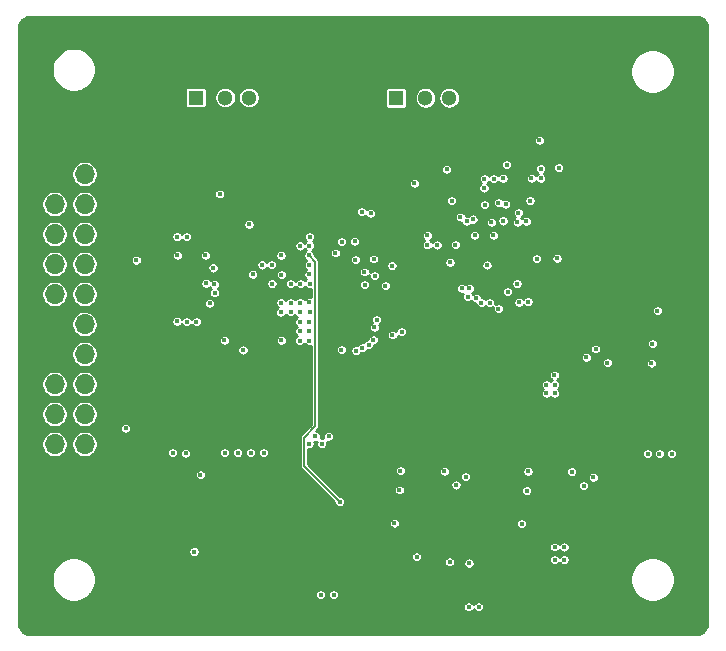
<source format=gbr>
%TF.GenerationSoftware,KiCad,Pcbnew,5.1.10*%
%TF.CreationDate,2021-05-13T15:13:00-07:00*%
%TF.ProjectId,hardware,68617264-7761-4726-952e-6b696361645f,rev?*%
%TF.SameCoordinates,Original*%
%TF.FileFunction,Copper,L3,Inr*%
%TF.FilePolarity,Positive*%
%FSLAX46Y46*%
G04 Gerber Fmt 4.6, Leading zero omitted, Abs format (unit mm)*
G04 Created by KiCad (PCBNEW 5.1.10) date 2021-05-13 15:13:00*
%MOMM*%
%LPD*%
G01*
G04 APERTURE LIST*
%TA.AperFunction,ComponentPad*%
%ADD10O,1.700000X1.700000*%
%TD*%
%TA.AperFunction,ComponentPad*%
%ADD11R,1.700000X1.700000*%
%TD*%
%TA.AperFunction,ComponentPad*%
%ADD12O,2.900000X1.900000*%
%TD*%
%TA.AperFunction,ComponentPad*%
%ADD13O,1.900000X2.900000*%
%TD*%
%TA.AperFunction,ComponentPad*%
%ADD14C,1.300000*%
%TD*%
%TA.AperFunction,ComponentPad*%
%ADD15R,1.300000X1.300000*%
%TD*%
%TA.AperFunction,ComponentPad*%
%ADD16C,0.450000*%
%TD*%
%TA.AperFunction,ViaPad*%
%ADD17C,0.400000*%
%TD*%
%TA.AperFunction,Conductor*%
%ADD18C,0.150000*%
%TD*%
%TA.AperFunction,Conductor*%
%ADD19C,0.254000*%
%TD*%
%TA.AperFunction,Conductor*%
%ADD20C,0.100000*%
%TD*%
G04 APERTURE END LIST*
D10*
%TO.N,/gpio/PG8*%
%TO.C,J5*%
X100914200Y-120548400D03*
%TO.N,/gpio/PG6*%
X98374200Y-120548400D03*
%TO.N,/gpio/PG9*%
X100914200Y-118008400D03*
%TO.N,/gpio/PG7*%
X98374200Y-118008400D03*
%TO.N,/gpio/PG11*%
X100914200Y-115468400D03*
%TO.N,/gpio/PG10*%
X98374200Y-115468400D03*
%TO.N,/gpio/UART0_RX*%
X100914200Y-112928400D03*
%TO.N,GND*%
X98374200Y-112928400D03*
%TO.N,/gpio/UART0_TX*%
X100914200Y-110388400D03*
%TO.N,GND*%
X98374200Y-110388400D03*
%TO.N,/gpio/RESET*%
X100914200Y-107848400D03*
%TO.N,Net-(J5-Pad9)*%
X98374200Y-107848400D03*
%TO.N,+3V3*%
X100914200Y-105308400D03*
%TO.N,+3V0*%
X98374200Y-105308400D03*
%TO.N,+1V35*%
X100914200Y-102768400D03*
%TO.N,+1V1*%
X98374200Y-102768400D03*
%TO.N,Net-(J5-Pad4)*%
X100914200Y-100228400D03*
%TO.N,Net-(J5-Pad3)*%
X98374200Y-100228400D03*
%TO.N,+5V*%
X100914200Y-97688400D03*
D11*
%TO.N,GND*%
X98374200Y-97688400D03*
%TD*%
D12*
%TO.N,GND*%
%TO.C,J3*%
X113827440Y-86421240D03*
D13*
X120397440Y-90601240D03*
X107257440Y-90601240D03*
D14*
X117327440Y-91201240D03*
%TO.N,/gpio/USB-DP1*%
X114827440Y-91201240D03*
%TO.N,/gpio/USB-DM1*%
X112827440Y-91201240D03*
D15*
%TO.N,+5V*%
X110327440Y-91201240D03*
%TD*%
D12*
%TO.N,GND*%
%TO.C,J2*%
X130779400Y-86456800D03*
D13*
X137349400Y-90636800D03*
X124209400Y-90636800D03*
D14*
X134279400Y-91236800D03*
%TO.N,/gpio/USB-DP0*%
X131779400Y-91236800D03*
%TO.N,/gpio/USB-DM0*%
X129779400Y-91236800D03*
D15*
%TO.N,+5V*%
X127279400Y-91236800D03*
%TD*%
D16*
%TO.N,GND*%
%TO.C,U6*%
X131600320Y-133458840D03*
X131600320Y-132458840D03*
X132100320Y-132958840D03*
X132600320Y-133458840D03*
X132600320Y-132458840D03*
%TD*%
%TO.N,GND*%
%TO.C,U5*%
X141299820Y-124720160D03*
X140299820Y-124720160D03*
X140799820Y-124220160D03*
X141299820Y-123720160D03*
X140299820Y-123720160D03*
%TD*%
%TO.N,GND*%
%TO.C,U4*%
X130497200Y-124667900D03*
X129497200Y-124667900D03*
X129997200Y-124167900D03*
X130497200Y-123667900D03*
X129497200Y-123667900D03*
%TD*%
%TO.N,GND*%
%TO.C,U3*%
X146058000Y-111828960D03*
X147058000Y-111828960D03*
X146558000Y-112328960D03*
X146058000Y-112828960D03*
X147058000Y-112828960D03*
%TD*%
D17*
%TO.N,d5*%
X134086600Y-108204000D03*
X134756582Y-98089689D03*
%TO.N,d7*%
X134785100Y-100266500D03*
X134518400Y-108566000D03*
%TO.N,d4*%
X135204200Y-108559600D03*
X135535863Y-102868491D03*
%TO.N,d6*%
X133940600Y-102870000D03*
X133363430Y-108065980D03*
%TO.N,d3*%
X119964200Y-106959400D03*
X124387243Y-100866843D03*
%TO.N,d1*%
X124612400Y-105968799D03*
X125145800Y-100990400D03*
%TO.N,d0*%
X132715000Y-101320600D03*
X126935280Y-105434214D03*
%TO.N,d11*%
X119964200Y-102997000D03*
X123774200Y-103378000D03*
%TO.N,adr13*%
X119913400Y-110972600D03*
X124433024Y-112392546D03*
%TO.N,adr9*%
X119151400Y-110972600D03*
X123901200Y-112642556D03*
%TO.N,adr7*%
X119151400Y-110210600D03*
X125361700Y-111721900D03*
%TO.N,adr0*%
X119126000Y-111785400D03*
X122669300Y-112547400D03*
%TO.N,adr3*%
X119964200Y-109347000D03*
X126960754Y-111309200D03*
%TO.N,Net-(C1-Pad2)*%
X134990610Y-105386569D03*
X138742341Y-98051525D03*
%TO.N,+1V35*%
X140716000Y-115519200D03*
X140716000Y-116255800D03*
X140017500Y-115519200D03*
X140017500Y-116255800D03*
X129941933Y-102874467D03*
X129921000Y-103682800D03*
X130755218Y-103688222D03*
X132313448Y-103647932D03*
X139186920Y-104851200D03*
X140924280Y-104825800D03*
X135354190Y-101752400D03*
X136348499Y-98045255D03*
X135548514Y-98081160D03*
X134740600Y-98864570D03*
X131572000Y-97282000D03*
X128828800Y-98463449D03*
X139547600Y-97231200D03*
X141071600Y-97129600D03*
X137655300Y-100939600D03*
X139407900Y-94822000D03*
X117538500Y-108559600D03*
X117525800Y-109372400D03*
X140703300Y-114693700D03*
X112369600Y-99364800D03*
%TO.N,GND*%
X135107680Y-107878880D03*
X147853400Y-111020860D03*
X148640800Y-111020860D03*
X146812000Y-115389660D03*
X146812000Y-114881660D03*
X144830800Y-118386860D03*
X144830800Y-117602000D03*
X130792220Y-131663440D03*
X130797300Y-130860800D03*
X135623300Y-132689600D03*
X134653020Y-132704840D03*
X136989820Y-135458200D03*
X136989820Y-136362440D03*
X138379200Y-134683500D03*
X137477500Y-134683500D03*
X138734800Y-125526800D03*
X142519400Y-118162260D03*
X140545820Y-120878600D03*
X139504420Y-125528260D03*
X144297400Y-119227600D03*
X143314420Y-119229060D03*
X140545820Y-121667460D03*
X142519400Y-118922800D03*
X128701800Y-125476000D03*
X127812800Y-125476000D03*
X129743200Y-120789700D03*
X129743200Y-121615200D03*
X132562600Y-119278400D03*
X133400800Y-119278400D03*
X132283200Y-101904800D03*
X130378200Y-104800400D03*
X130728804Y-102861767D03*
X141772640Y-104744520D03*
X140096240Y-104759760D03*
X135260080Y-104805480D03*
X138328400Y-104749600D03*
X135530329Y-98863201D03*
X133146800Y-98056700D03*
X133464300Y-100215700D03*
X140258800Y-97142300D03*
X142252700Y-97155000D03*
X114363500Y-109372400D03*
X113563400Y-109385100D03*
X112750600Y-109372400D03*
X114363500Y-108559600D03*
X114363500Y-107759500D03*
X114376200Y-110159800D03*
X113563400Y-110172500D03*
X111150400Y-109347000D03*
X114376200Y-110921800D03*
X131724400Y-118110000D03*
X131724400Y-119164100D03*
X143154400Y-117218460D03*
X143916400Y-117218460D03*
X119092337Y-105363599D03*
X137172700Y-99834700D03*
X132257800Y-104736900D03*
%TO.N,dba1*%
X118364000Y-108559600D03*
X139549162Y-98044568D03*
%TO.N,dba2*%
X119126000Y-109372400D03*
X125450600Y-110667800D03*
X138303000Y-101676200D03*
X137693400Y-108534200D03*
%TO.N,dba0*%
X119954406Y-108546999D03*
X125636202Y-110024998D03*
%TO.N,/ram/!LDQS*%
X133479647Y-107366090D03*
X133793904Y-101497335D03*
%TO.N,adr15*%
X138633200Y-99949000D03*
X127762000Y-111029800D03*
X138455400Y-108483400D03*
X119938800Y-111785400D03*
%TO.N,/DVREF*%
X117551200Y-104571800D03*
X114833400Y-101930200D03*
%TO.N,Net-(R6-Pad1)*%
X119151400Y-103764080D03*
%TO.N,/ram/!RST*%
X119913400Y-110210600D03*
X124967299Y-112122000D03*
%TO.N,/ram/!WE*%
X119151400Y-108559600D03*
X137552951Y-101764351D03*
X137530840Y-106963474D03*
X126371400Y-107118200D03*
%TO.N,/ram/!CS*%
X119938800Y-105384600D03*
X123850400Y-104918789D03*
X125488700Y-106273600D03*
X125399800Y-104876600D03*
%TO.N,/ram/!CKE*%
X118364000Y-109347000D03*
X136652000Y-96875600D03*
%TO.N,/ram/!CK*%
X136728200Y-107645200D03*
X136570720Y-100243640D03*
%TO.N,/ram/!CAS*%
X136342123Y-101645915D03*
X119926100Y-106184700D03*
%TO.N,/ram/ODT*%
X119176800Y-106959400D03*
X124643857Y-107048057D03*
%TO.N,/ram/CK*%
X135940800Y-109067600D03*
X135940800Y-100101400D03*
%TO.N,/ram/!RAS*%
X122148600Y-104368600D03*
X118363999Y-106959400D03*
%TO.N,/ram/LDQS*%
X133273800Y-101676200D03*
X132829914Y-107363475D03*
%TO.N,/ram/LDM*%
X131851400Y-105168799D03*
X132003800Y-99923600D03*
%TO.N,/ram/UDM*%
X119948960Y-103759000D03*
X122682000Y-103403400D03*
%TO.N,+2V5*%
X119913400Y-104571800D03*
X122529600Y-125425200D03*
%TO.N,+1V1*%
X141516100Y-130327400D03*
X140716000Y-130327400D03*
X140716000Y-129260600D03*
X141516100Y-129260600D03*
X111798100Y-105625900D03*
X117558820Y-111747300D03*
X116776500Y-106959400D03*
X115938300Y-105371900D03*
X114335620Y-112575280D03*
%TO.N,+3V0*%
X119913400Y-120523000D03*
X120459500Y-119900700D03*
X121005600Y-120523000D03*
X121577100Y-119900700D03*
X111495840Y-108610400D03*
X111912400Y-107010200D03*
X117563999Y-106197400D03*
%TO.N,+3V3*%
X116763800Y-105359200D03*
X111937800Y-107746800D03*
X112750600Y-111760000D03*
X150622000Y-121348500D03*
X149580600Y-121348500D03*
X148590000Y-121348500D03*
X105283000Y-104965500D03*
X108762800Y-104546400D03*
X112776000Y-121259600D03*
X110185200Y-129641600D03*
X110703900Y-123153900D03*
X120904000Y-133299200D03*
X121996200Y-133299200D03*
%TO.N,+5V*%
X148996400Y-112052100D03*
X145186400Y-113652300D03*
X131833620Y-130520440D03*
X133433820Y-134330440D03*
X143383000Y-113205260D03*
X144195800Y-112494060D03*
X138361420Y-124486860D03*
X142171420Y-122886660D03*
X143974820Y-123343860D03*
X143162020Y-124055060D03*
X133172200Y-123291600D03*
X132359400Y-124002800D03*
X127558800Y-124434600D03*
X131368800Y-122834400D03*
X134289800Y-134327900D03*
%TO.N,Net-(C10-Pad1)*%
X148894800Y-113687860D03*
X149421401Y-109261461D03*
%TO.N,Net-(C14-Pad1)*%
X127660400Y-122809000D03*
X127133799Y-127235399D03*
%TO.N,Net-(C22-Pad1)*%
X138463020Y-122861260D03*
X137936419Y-127287659D03*
%TO.N,Net-(C23-Pad1)*%
X133459220Y-130622040D03*
X129032821Y-130095439D03*
%TO.N,/gpio/SD_DET*%
X110375700Y-110185200D03*
X104407790Y-119213810D03*
%TO.N,/gpio/SD_DAT0*%
X109474000Y-121310400D03*
%TO.N,/gpio/SD_CMD*%
X113893600Y-121259600D03*
%TO.N,/gpio/SD_DAT3*%
X114985800Y-121285000D03*
%TO.N,/gpio/SD_DAT2*%
X116078000Y-121285000D03*
%TO.N,/gpio/SD_DAT1*%
X108381800Y-121285000D03*
%TO.N,/VCC-EFUSE*%
X115163600Y-106172000D03*
%TO.N,Net-(C99-Pad1)*%
X111201200Y-106934000D03*
%TO.N,Net-(R30-Pad1)*%
X111150400Y-104571800D03*
%TO.N,/gpio/UART0_TX*%
X108737400Y-110159800D03*
%TO.N,/gpio/UART0_RX*%
X109550200Y-110173000D03*
%TO.N,/gpio/USB-DP0*%
X108737400Y-102997000D03*
%TO.N,/gpio/USB-DM0*%
X109550200Y-102971600D03*
%TD*%
D18*
%TO.N,+2V5*%
X120446800Y-105105200D02*
X119913400Y-104571800D01*
X120446800Y-119034560D02*
X120446800Y-105105200D01*
X119488399Y-119992961D02*
X120446800Y-119034560D01*
X119488399Y-122383999D02*
X119488399Y-119992961D01*
X122529600Y-125425200D02*
X119488399Y-122383999D01*
%TD*%
D19*
%TO.N,GND*%
X152920189Y-84394376D02*
X153083850Y-84444022D01*
X153234672Y-84524638D01*
X153366870Y-84633130D01*
X153475362Y-84765328D01*
X153555978Y-84916150D01*
X153605624Y-85079811D01*
X153623000Y-85256234D01*
X153623000Y-135743766D01*
X153605624Y-135920189D01*
X153555978Y-136083850D01*
X153475362Y-136234672D01*
X153366870Y-136366870D01*
X153234672Y-136475362D01*
X153083850Y-136555978D01*
X152920189Y-136605624D01*
X152743766Y-136623000D01*
X96226029Y-136623000D01*
X96049530Y-136605610D01*
X95885823Y-136555930D01*
X95734957Y-136475255D01*
X95602738Y-136366689D01*
X95494248Y-136234404D01*
X95413661Y-136083491D01*
X95364077Y-135919754D01*
X95346791Y-135743249D01*
X95347647Y-134283460D01*
X132956820Y-134283460D01*
X132956820Y-134377420D01*
X132975151Y-134469576D01*
X133011108Y-134556384D01*
X133063310Y-134634510D01*
X133129750Y-134700950D01*
X133207876Y-134753152D01*
X133294684Y-134789109D01*
X133386840Y-134807440D01*
X133480800Y-134807440D01*
X133572956Y-134789109D01*
X133659764Y-134753152D01*
X133737890Y-134700950D01*
X133804330Y-134634510D01*
X133856532Y-134556384D01*
X133862336Y-134542372D01*
X133867088Y-134553844D01*
X133919290Y-134631970D01*
X133985730Y-134698410D01*
X134063856Y-134750612D01*
X134150664Y-134786569D01*
X134242820Y-134804900D01*
X134336780Y-134804900D01*
X134428936Y-134786569D01*
X134515744Y-134750612D01*
X134593870Y-134698410D01*
X134660310Y-134631970D01*
X134712512Y-134553844D01*
X134748469Y-134467036D01*
X134766800Y-134374880D01*
X134766800Y-134280920D01*
X134748469Y-134188764D01*
X134712512Y-134101956D01*
X134660310Y-134023830D01*
X134593870Y-133957390D01*
X134515744Y-133905188D01*
X134428936Y-133869231D01*
X134336780Y-133850900D01*
X134242820Y-133850900D01*
X134150664Y-133869231D01*
X134063856Y-133905188D01*
X133985730Y-133957390D01*
X133919290Y-134023830D01*
X133867088Y-134101956D01*
X133861284Y-134115968D01*
X133856532Y-134104496D01*
X133804330Y-134026370D01*
X133737890Y-133959930D01*
X133659764Y-133907728D01*
X133572956Y-133871771D01*
X133480800Y-133853440D01*
X133386840Y-133853440D01*
X133294684Y-133871771D01*
X133207876Y-133907728D01*
X133129750Y-133959930D01*
X133063310Y-134026370D01*
X133011108Y-134104496D01*
X132975151Y-134191304D01*
X132956820Y-134283460D01*
X95347647Y-134283460D01*
X95349095Y-131815132D01*
X98123000Y-131815132D01*
X98123000Y-132184868D01*
X98195132Y-132547501D01*
X98336624Y-132889093D01*
X98542039Y-133196518D01*
X98803482Y-133457961D01*
X99110907Y-133663376D01*
X99452499Y-133804868D01*
X99815132Y-133877000D01*
X100184868Y-133877000D01*
X100547501Y-133804868D01*
X100889093Y-133663376D01*
X101196518Y-133457961D01*
X101402259Y-133252220D01*
X120427000Y-133252220D01*
X120427000Y-133346180D01*
X120445331Y-133438336D01*
X120481288Y-133525144D01*
X120533490Y-133603270D01*
X120599930Y-133669710D01*
X120678056Y-133721912D01*
X120764864Y-133757869D01*
X120857020Y-133776200D01*
X120950980Y-133776200D01*
X121043136Y-133757869D01*
X121129944Y-133721912D01*
X121208070Y-133669710D01*
X121274510Y-133603270D01*
X121326712Y-133525144D01*
X121362669Y-133438336D01*
X121381000Y-133346180D01*
X121381000Y-133252220D01*
X121519200Y-133252220D01*
X121519200Y-133346180D01*
X121537531Y-133438336D01*
X121573488Y-133525144D01*
X121625690Y-133603270D01*
X121692130Y-133669710D01*
X121770256Y-133721912D01*
X121857064Y-133757869D01*
X121949220Y-133776200D01*
X122043180Y-133776200D01*
X122135336Y-133757869D01*
X122222144Y-133721912D01*
X122300270Y-133669710D01*
X122366710Y-133603270D01*
X122418912Y-133525144D01*
X122454869Y-133438336D01*
X122473200Y-133346180D01*
X122473200Y-133252220D01*
X122454869Y-133160064D01*
X122418912Y-133073256D01*
X122366710Y-132995130D01*
X122300270Y-132928690D01*
X122222144Y-132876488D01*
X122135336Y-132840531D01*
X122043180Y-132822200D01*
X121949220Y-132822200D01*
X121857064Y-132840531D01*
X121770256Y-132876488D01*
X121692130Y-132928690D01*
X121625690Y-132995130D01*
X121573488Y-133073256D01*
X121537531Y-133160064D01*
X121519200Y-133252220D01*
X121381000Y-133252220D01*
X121362669Y-133160064D01*
X121326712Y-133073256D01*
X121274510Y-132995130D01*
X121208070Y-132928690D01*
X121129944Y-132876488D01*
X121043136Y-132840531D01*
X120950980Y-132822200D01*
X120857020Y-132822200D01*
X120764864Y-132840531D01*
X120678056Y-132876488D01*
X120599930Y-132928690D01*
X120533490Y-132995130D01*
X120481288Y-133073256D01*
X120445331Y-133160064D01*
X120427000Y-133252220D01*
X101402259Y-133252220D01*
X101457961Y-133196518D01*
X101663376Y-132889093D01*
X101804868Y-132547501D01*
X101877000Y-132184868D01*
X101877000Y-131815132D01*
X147123000Y-131815132D01*
X147123000Y-132184868D01*
X147195132Y-132547501D01*
X147336624Y-132889093D01*
X147542039Y-133196518D01*
X147803482Y-133457961D01*
X148110907Y-133663376D01*
X148452499Y-133804868D01*
X148815132Y-133877000D01*
X149184868Y-133877000D01*
X149547501Y-133804868D01*
X149889093Y-133663376D01*
X150196518Y-133457961D01*
X150457961Y-133196518D01*
X150663376Y-132889093D01*
X150804868Y-132547501D01*
X150877000Y-132184868D01*
X150877000Y-131815132D01*
X150804868Y-131452499D01*
X150663376Y-131110907D01*
X150457961Y-130803482D01*
X150196518Y-130542039D01*
X149889093Y-130336624D01*
X149547501Y-130195132D01*
X149184868Y-130123000D01*
X148815132Y-130123000D01*
X148452499Y-130195132D01*
X148110907Y-130336624D01*
X147803482Y-130542039D01*
X147542039Y-130803482D01*
X147336624Y-131110907D01*
X147195132Y-131452499D01*
X147123000Y-131815132D01*
X101877000Y-131815132D01*
X101804868Y-131452499D01*
X101663376Y-131110907D01*
X101457961Y-130803482D01*
X101196518Y-130542039D01*
X100889093Y-130336624D01*
X100547501Y-130195132D01*
X100184868Y-130123000D01*
X99815132Y-130123000D01*
X99452499Y-130195132D01*
X99110907Y-130336624D01*
X98803482Y-130542039D01*
X98542039Y-130803482D01*
X98336624Y-131110907D01*
X98195132Y-131452499D01*
X98123000Y-131815132D01*
X95349095Y-131815132D01*
X95350397Y-129594620D01*
X109708200Y-129594620D01*
X109708200Y-129688580D01*
X109726531Y-129780736D01*
X109762488Y-129867544D01*
X109814690Y-129945670D01*
X109881130Y-130012110D01*
X109959256Y-130064312D01*
X110046064Y-130100269D01*
X110138220Y-130118600D01*
X110232180Y-130118600D01*
X110324336Y-130100269D01*
X110411144Y-130064312D01*
X110434869Y-130048459D01*
X128555821Y-130048459D01*
X128555821Y-130142419D01*
X128574152Y-130234575D01*
X128610109Y-130321383D01*
X128662311Y-130399509D01*
X128728751Y-130465949D01*
X128806877Y-130518151D01*
X128893685Y-130554108D01*
X128985841Y-130572439D01*
X129079801Y-130572439D01*
X129171957Y-130554108D01*
X129258765Y-130518151D01*
X129325649Y-130473460D01*
X131356620Y-130473460D01*
X131356620Y-130567420D01*
X131374951Y-130659576D01*
X131410908Y-130746384D01*
X131463110Y-130824510D01*
X131529550Y-130890950D01*
X131607676Y-130943152D01*
X131694484Y-130979109D01*
X131786640Y-130997440D01*
X131880600Y-130997440D01*
X131972756Y-130979109D01*
X132059564Y-130943152D01*
X132137690Y-130890950D01*
X132204130Y-130824510D01*
X132256332Y-130746384D01*
X132292289Y-130659576D01*
X132309100Y-130575060D01*
X132982220Y-130575060D01*
X132982220Y-130669020D01*
X133000551Y-130761176D01*
X133036508Y-130847984D01*
X133088710Y-130926110D01*
X133155150Y-130992550D01*
X133233276Y-131044752D01*
X133320084Y-131080709D01*
X133412240Y-131099040D01*
X133506200Y-131099040D01*
X133598356Y-131080709D01*
X133685164Y-131044752D01*
X133763290Y-130992550D01*
X133829730Y-130926110D01*
X133881932Y-130847984D01*
X133917889Y-130761176D01*
X133936220Y-130669020D01*
X133936220Y-130575060D01*
X133917889Y-130482904D01*
X133881932Y-130396096D01*
X133829730Y-130317970D01*
X133792180Y-130280420D01*
X140239000Y-130280420D01*
X140239000Y-130374380D01*
X140257331Y-130466536D01*
X140293288Y-130553344D01*
X140345490Y-130631470D01*
X140411930Y-130697910D01*
X140490056Y-130750112D01*
X140576864Y-130786069D01*
X140669020Y-130804400D01*
X140762980Y-130804400D01*
X140855136Y-130786069D01*
X140941944Y-130750112D01*
X141020070Y-130697910D01*
X141086510Y-130631470D01*
X141116050Y-130587260D01*
X141145590Y-130631470D01*
X141212030Y-130697910D01*
X141290156Y-130750112D01*
X141376964Y-130786069D01*
X141469120Y-130804400D01*
X141563080Y-130804400D01*
X141655236Y-130786069D01*
X141742044Y-130750112D01*
X141820170Y-130697910D01*
X141886610Y-130631470D01*
X141938812Y-130553344D01*
X141974769Y-130466536D01*
X141993100Y-130374380D01*
X141993100Y-130280420D01*
X141974769Y-130188264D01*
X141938812Y-130101456D01*
X141886610Y-130023330D01*
X141820170Y-129956890D01*
X141742044Y-129904688D01*
X141655236Y-129868731D01*
X141563080Y-129850400D01*
X141469120Y-129850400D01*
X141376964Y-129868731D01*
X141290156Y-129904688D01*
X141212030Y-129956890D01*
X141145590Y-130023330D01*
X141116050Y-130067540D01*
X141086510Y-130023330D01*
X141020070Y-129956890D01*
X140941944Y-129904688D01*
X140855136Y-129868731D01*
X140762980Y-129850400D01*
X140669020Y-129850400D01*
X140576864Y-129868731D01*
X140490056Y-129904688D01*
X140411930Y-129956890D01*
X140345490Y-130023330D01*
X140293288Y-130101456D01*
X140257331Y-130188264D01*
X140239000Y-130280420D01*
X133792180Y-130280420D01*
X133763290Y-130251530D01*
X133685164Y-130199328D01*
X133598356Y-130163371D01*
X133506200Y-130145040D01*
X133412240Y-130145040D01*
X133320084Y-130163371D01*
X133233276Y-130199328D01*
X133155150Y-130251530D01*
X133088710Y-130317970D01*
X133036508Y-130396096D01*
X133000551Y-130482904D01*
X132982220Y-130575060D01*
X132309100Y-130575060D01*
X132310620Y-130567420D01*
X132310620Y-130473460D01*
X132292289Y-130381304D01*
X132256332Y-130294496D01*
X132204130Y-130216370D01*
X132137690Y-130149930D01*
X132059564Y-130097728D01*
X131972756Y-130061771D01*
X131880600Y-130043440D01*
X131786640Y-130043440D01*
X131694484Y-130061771D01*
X131607676Y-130097728D01*
X131529550Y-130149930D01*
X131463110Y-130216370D01*
X131410908Y-130294496D01*
X131374951Y-130381304D01*
X131356620Y-130473460D01*
X129325649Y-130473460D01*
X129336891Y-130465949D01*
X129403331Y-130399509D01*
X129455533Y-130321383D01*
X129491490Y-130234575D01*
X129509821Y-130142419D01*
X129509821Y-130048459D01*
X129491490Y-129956303D01*
X129455533Y-129869495D01*
X129403331Y-129791369D01*
X129336891Y-129724929D01*
X129258765Y-129672727D01*
X129171957Y-129636770D01*
X129079801Y-129618439D01*
X128985841Y-129618439D01*
X128893685Y-129636770D01*
X128806877Y-129672727D01*
X128728751Y-129724929D01*
X128662311Y-129791369D01*
X128610109Y-129869495D01*
X128574152Y-129956303D01*
X128555821Y-130048459D01*
X110434869Y-130048459D01*
X110489270Y-130012110D01*
X110555710Y-129945670D01*
X110607912Y-129867544D01*
X110643869Y-129780736D01*
X110662200Y-129688580D01*
X110662200Y-129594620D01*
X110643869Y-129502464D01*
X110607912Y-129415656D01*
X110555710Y-129337530D01*
X110489270Y-129271090D01*
X110411144Y-129218888D01*
X110398426Y-129213620D01*
X140239000Y-129213620D01*
X140239000Y-129307580D01*
X140257331Y-129399736D01*
X140293288Y-129486544D01*
X140345490Y-129564670D01*
X140411930Y-129631110D01*
X140490056Y-129683312D01*
X140576864Y-129719269D01*
X140669020Y-129737600D01*
X140762980Y-129737600D01*
X140855136Y-129719269D01*
X140941944Y-129683312D01*
X141020070Y-129631110D01*
X141086510Y-129564670D01*
X141116050Y-129520460D01*
X141145590Y-129564670D01*
X141212030Y-129631110D01*
X141290156Y-129683312D01*
X141376964Y-129719269D01*
X141469120Y-129737600D01*
X141563080Y-129737600D01*
X141655236Y-129719269D01*
X141742044Y-129683312D01*
X141820170Y-129631110D01*
X141886610Y-129564670D01*
X141938812Y-129486544D01*
X141974769Y-129399736D01*
X141993100Y-129307580D01*
X141993100Y-129213620D01*
X141974769Y-129121464D01*
X141938812Y-129034656D01*
X141886610Y-128956530D01*
X141820170Y-128890090D01*
X141742044Y-128837888D01*
X141655236Y-128801931D01*
X141563080Y-128783600D01*
X141469120Y-128783600D01*
X141376964Y-128801931D01*
X141290156Y-128837888D01*
X141212030Y-128890090D01*
X141145590Y-128956530D01*
X141116050Y-129000740D01*
X141086510Y-128956530D01*
X141020070Y-128890090D01*
X140941944Y-128837888D01*
X140855136Y-128801931D01*
X140762980Y-128783600D01*
X140669020Y-128783600D01*
X140576864Y-128801931D01*
X140490056Y-128837888D01*
X140411930Y-128890090D01*
X140345490Y-128956530D01*
X140293288Y-129034656D01*
X140257331Y-129121464D01*
X140239000Y-129213620D01*
X110398426Y-129213620D01*
X110324336Y-129182931D01*
X110232180Y-129164600D01*
X110138220Y-129164600D01*
X110046064Y-129182931D01*
X109959256Y-129218888D01*
X109881130Y-129271090D01*
X109814690Y-129337530D01*
X109762488Y-129415656D01*
X109726531Y-129502464D01*
X109708200Y-129594620D01*
X95350397Y-129594620D01*
X95351808Y-127188419D01*
X126656799Y-127188419D01*
X126656799Y-127282379D01*
X126675130Y-127374535D01*
X126711087Y-127461343D01*
X126763289Y-127539469D01*
X126829729Y-127605909D01*
X126907855Y-127658111D01*
X126994663Y-127694068D01*
X127086819Y-127712399D01*
X127180779Y-127712399D01*
X127272935Y-127694068D01*
X127359743Y-127658111D01*
X127437869Y-127605909D01*
X127504309Y-127539469D01*
X127556511Y-127461343D01*
X127592468Y-127374535D01*
X127610799Y-127282379D01*
X127610799Y-127240679D01*
X137459419Y-127240679D01*
X137459419Y-127334639D01*
X137477750Y-127426795D01*
X137513707Y-127513603D01*
X137565909Y-127591729D01*
X137632349Y-127658169D01*
X137710475Y-127710371D01*
X137797283Y-127746328D01*
X137889439Y-127764659D01*
X137983399Y-127764659D01*
X138075555Y-127746328D01*
X138162363Y-127710371D01*
X138240489Y-127658169D01*
X138306929Y-127591729D01*
X138359131Y-127513603D01*
X138395088Y-127426795D01*
X138413419Y-127334639D01*
X138413419Y-127240679D01*
X138395088Y-127148523D01*
X138359131Y-127061715D01*
X138306929Y-126983589D01*
X138240489Y-126917149D01*
X138162363Y-126864947D01*
X138075555Y-126828990D01*
X137983399Y-126810659D01*
X137889439Y-126810659D01*
X137797283Y-126828990D01*
X137710475Y-126864947D01*
X137632349Y-126917149D01*
X137565909Y-126983589D01*
X137513707Y-127061715D01*
X137477750Y-127148523D01*
X137459419Y-127240679D01*
X127610799Y-127240679D01*
X127610799Y-127188419D01*
X127592468Y-127096263D01*
X127556511Y-127009455D01*
X127504309Y-126931329D01*
X127437869Y-126864889D01*
X127359743Y-126812687D01*
X127272935Y-126776730D01*
X127180779Y-126758399D01*
X127086819Y-126758399D01*
X126994663Y-126776730D01*
X126907855Y-126812687D01*
X126829729Y-126864889D01*
X126763289Y-126931329D01*
X126711087Y-127009455D01*
X126675130Y-127096263D01*
X126656799Y-127188419D01*
X95351808Y-127188419D01*
X95354203Y-123106920D01*
X110226900Y-123106920D01*
X110226900Y-123200880D01*
X110245231Y-123293036D01*
X110281188Y-123379844D01*
X110333390Y-123457970D01*
X110399830Y-123524410D01*
X110477956Y-123576612D01*
X110564764Y-123612569D01*
X110656920Y-123630900D01*
X110750880Y-123630900D01*
X110843036Y-123612569D01*
X110929844Y-123576612D01*
X111007970Y-123524410D01*
X111074410Y-123457970D01*
X111126612Y-123379844D01*
X111162569Y-123293036D01*
X111180900Y-123200880D01*
X111180900Y-123106920D01*
X111162569Y-123014764D01*
X111126612Y-122927956D01*
X111074410Y-122849830D01*
X111007970Y-122783390D01*
X110929844Y-122731188D01*
X110843036Y-122695231D01*
X110750880Y-122676900D01*
X110656920Y-122676900D01*
X110564764Y-122695231D01*
X110477956Y-122731188D01*
X110399830Y-122783390D01*
X110333390Y-122849830D01*
X110281188Y-122927956D01*
X110245231Y-123014764D01*
X110226900Y-123106920D01*
X95354203Y-123106920D01*
X95355770Y-120437400D01*
X97247200Y-120437400D01*
X97247200Y-120659400D01*
X97290510Y-120877134D01*
X97375466Y-121082235D01*
X97498802Y-121266821D01*
X97655779Y-121423798D01*
X97840365Y-121547134D01*
X98045466Y-121632090D01*
X98263200Y-121675400D01*
X98485200Y-121675400D01*
X98702934Y-121632090D01*
X98908035Y-121547134D01*
X99092621Y-121423798D01*
X99249598Y-121266821D01*
X99372934Y-121082235D01*
X99457890Y-120877134D01*
X99501200Y-120659400D01*
X99501200Y-120437400D01*
X99787200Y-120437400D01*
X99787200Y-120659400D01*
X99830510Y-120877134D01*
X99915466Y-121082235D01*
X100038802Y-121266821D01*
X100195779Y-121423798D01*
X100380365Y-121547134D01*
X100585466Y-121632090D01*
X100803200Y-121675400D01*
X101025200Y-121675400D01*
X101242934Y-121632090D01*
X101448035Y-121547134D01*
X101632621Y-121423798D01*
X101789598Y-121266821D01*
X101808842Y-121238020D01*
X107904800Y-121238020D01*
X107904800Y-121331980D01*
X107923131Y-121424136D01*
X107959088Y-121510944D01*
X108011290Y-121589070D01*
X108077730Y-121655510D01*
X108155856Y-121707712D01*
X108242664Y-121743669D01*
X108334820Y-121762000D01*
X108428780Y-121762000D01*
X108520936Y-121743669D01*
X108607744Y-121707712D01*
X108685870Y-121655510D01*
X108752310Y-121589070D01*
X108804512Y-121510944D01*
X108840469Y-121424136D01*
X108858800Y-121331980D01*
X108858800Y-121263420D01*
X108997000Y-121263420D01*
X108997000Y-121357380D01*
X109015331Y-121449536D01*
X109051288Y-121536344D01*
X109103490Y-121614470D01*
X109169930Y-121680910D01*
X109248056Y-121733112D01*
X109334864Y-121769069D01*
X109427020Y-121787400D01*
X109520980Y-121787400D01*
X109613136Y-121769069D01*
X109699944Y-121733112D01*
X109778070Y-121680910D01*
X109844510Y-121614470D01*
X109896712Y-121536344D01*
X109932669Y-121449536D01*
X109951000Y-121357380D01*
X109951000Y-121263420D01*
X109940896Y-121212620D01*
X112299000Y-121212620D01*
X112299000Y-121306580D01*
X112317331Y-121398736D01*
X112353288Y-121485544D01*
X112405490Y-121563670D01*
X112471930Y-121630110D01*
X112550056Y-121682312D01*
X112636864Y-121718269D01*
X112729020Y-121736600D01*
X112822980Y-121736600D01*
X112915136Y-121718269D01*
X113001944Y-121682312D01*
X113080070Y-121630110D01*
X113146510Y-121563670D01*
X113198712Y-121485544D01*
X113234669Y-121398736D01*
X113253000Y-121306580D01*
X113253000Y-121212620D01*
X113416600Y-121212620D01*
X113416600Y-121306580D01*
X113434931Y-121398736D01*
X113470888Y-121485544D01*
X113523090Y-121563670D01*
X113589530Y-121630110D01*
X113667656Y-121682312D01*
X113754464Y-121718269D01*
X113846620Y-121736600D01*
X113940580Y-121736600D01*
X114032736Y-121718269D01*
X114119544Y-121682312D01*
X114197670Y-121630110D01*
X114264110Y-121563670D01*
X114316312Y-121485544D01*
X114352269Y-121398736D01*
X114370600Y-121306580D01*
X114370600Y-121238020D01*
X114508800Y-121238020D01*
X114508800Y-121331980D01*
X114527131Y-121424136D01*
X114563088Y-121510944D01*
X114615290Y-121589070D01*
X114681730Y-121655510D01*
X114759856Y-121707712D01*
X114846664Y-121743669D01*
X114938820Y-121762000D01*
X115032780Y-121762000D01*
X115124936Y-121743669D01*
X115211744Y-121707712D01*
X115289870Y-121655510D01*
X115356310Y-121589070D01*
X115408512Y-121510944D01*
X115444469Y-121424136D01*
X115462800Y-121331980D01*
X115462800Y-121238020D01*
X115601000Y-121238020D01*
X115601000Y-121331980D01*
X115619331Y-121424136D01*
X115655288Y-121510944D01*
X115707490Y-121589070D01*
X115773930Y-121655510D01*
X115852056Y-121707712D01*
X115938864Y-121743669D01*
X116031020Y-121762000D01*
X116124980Y-121762000D01*
X116217136Y-121743669D01*
X116303944Y-121707712D01*
X116382070Y-121655510D01*
X116448510Y-121589070D01*
X116500712Y-121510944D01*
X116536669Y-121424136D01*
X116555000Y-121331980D01*
X116555000Y-121238020D01*
X116536669Y-121145864D01*
X116500712Y-121059056D01*
X116448510Y-120980930D01*
X116382070Y-120914490D01*
X116303944Y-120862288D01*
X116217136Y-120826331D01*
X116124980Y-120808000D01*
X116031020Y-120808000D01*
X115938864Y-120826331D01*
X115852056Y-120862288D01*
X115773930Y-120914490D01*
X115707490Y-120980930D01*
X115655288Y-121059056D01*
X115619331Y-121145864D01*
X115601000Y-121238020D01*
X115462800Y-121238020D01*
X115444469Y-121145864D01*
X115408512Y-121059056D01*
X115356310Y-120980930D01*
X115289870Y-120914490D01*
X115211744Y-120862288D01*
X115124936Y-120826331D01*
X115032780Y-120808000D01*
X114938820Y-120808000D01*
X114846664Y-120826331D01*
X114759856Y-120862288D01*
X114681730Y-120914490D01*
X114615290Y-120980930D01*
X114563088Y-121059056D01*
X114527131Y-121145864D01*
X114508800Y-121238020D01*
X114370600Y-121238020D01*
X114370600Y-121212620D01*
X114352269Y-121120464D01*
X114316312Y-121033656D01*
X114264110Y-120955530D01*
X114197670Y-120889090D01*
X114119544Y-120836888D01*
X114032736Y-120800931D01*
X113940580Y-120782600D01*
X113846620Y-120782600D01*
X113754464Y-120800931D01*
X113667656Y-120836888D01*
X113589530Y-120889090D01*
X113523090Y-120955530D01*
X113470888Y-121033656D01*
X113434931Y-121120464D01*
X113416600Y-121212620D01*
X113253000Y-121212620D01*
X113234669Y-121120464D01*
X113198712Y-121033656D01*
X113146510Y-120955530D01*
X113080070Y-120889090D01*
X113001944Y-120836888D01*
X112915136Y-120800931D01*
X112822980Y-120782600D01*
X112729020Y-120782600D01*
X112636864Y-120800931D01*
X112550056Y-120836888D01*
X112471930Y-120889090D01*
X112405490Y-120955530D01*
X112353288Y-121033656D01*
X112317331Y-121120464D01*
X112299000Y-121212620D01*
X109940896Y-121212620D01*
X109932669Y-121171264D01*
X109896712Y-121084456D01*
X109844510Y-121006330D01*
X109778070Y-120939890D01*
X109699944Y-120887688D01*
X109613136Y-120851731D01*
X109520980Y-120833400D01*
X109427020Y-120833400D01*
X109334864Y-120851731D01*
X109248056Y-120887688D01*
X109169930Y-120939890D01*
X109103490Y-121006330D01*
X109051288Y-121084456D01*
X109015331Y-121171264D01*
X108997000Y-121263420D01*
X108858800Y-121263420D01*
X108858800Y-121238020D01*
X108840469Y-121145864D01*
X108804512Y-121059056D01*
X108752310Y-120980930D01*
X108685870Y-120914490D01*
X108607744Y-120862288D01*
X108520936Y-120826331D01*
X108428780Y-120808000D01*
X108334820Y-120808000D01*
X108242664Y-120826331D01*
X108155856Y-120862288D01*
X108077730Y-120914490D01*
X108011290Y-120980930D01*
X107959088Y-121059056D01*
X107923131Y-121145864D01*
X107904800Y-121238020D01*
X101808842Y-121238020D01*
X101912934Y-121082235D01*
X101997890Y-120877134D01*
X102041200Y-120659400D01*
X102041200Y-120437400D01*
X101997890Y-120219666D01*
X101912934Y-120014565D01*
X101789598Y-119829979D01*
X101632621Y-119673002D01*
X101448035Y-119549666D01*
X101242934Y-119464710D01*
X101025200Y-119421400D01*
X100803200Y-119421400D01*
X100585466Y-119464710D01*
X100380365Y-119549666D01*
X100195779Y-119673002D01*
X100038802Y-119829979D01*
X99915466Y-120014565D01*
X99830510Y-120219666D01*
X99787200Y-120437400D01*
X99501200Y-120437400D01*
X99457890Y-120219666D01*
X99372934Y-120014565D01*
X99249598Y-119829979D01*
X99092621Y-119673002D01*
X98908035Y-119549666D01*
X98702934Y-119464710D01*
X98485200Y-119421400D01*
X98263200Y-119421400D01*
X98045466Y-119464710D01*
X97840365Y-119549666D01*
X97655779Y-119673002D01*
X97498802Y-119829979D01*
X97375466Y-120014565D01*
X97290510Y-120219666D01*
X97247200Y-120437400D01*
X95355770Y-120437400D01*
X95356515Y-119166830D01*
X103930790Y-119166830D01*
X103930790Y-119260790D01*
X103949121Y-119352946D01*
X103985078Y-119439754D01*
X104037280Y-119517880D01*
X104103720Y-119584320D01*
X104181846Y-119636522D01*
X104268654Y-119672479D01*
X104360810Y-119690810D01*
X104454770Y-119690810D01*
X104546926Y-119672479D01*
X104633734Y-119636522D01*
X104711860Y-119584320D01*
X104778300Y-119517880D01*
X104830502Y-119439754D01*
X104866459Y-119352946D01*
X104884790Y-119260790D01*
X104884790Y-119166830D01*
X104866459Y-119074674D01*
X104830502Y-118987866D01*
X104778300Y-118909740D01*
X104711860Y-118843300D01*
X104633734Y-118791098D01*
X104546926Y-118755141D01*
X104454770Y-118736810D01*
X104360810Y-118736810D01*
X104268654Y-118755141D01*
X104181846Y-118791098D01*
X104103720Y-118843300D01*
X104037280Y-118909740D01*
X103985078Y-118987866D01*
X103949121Y-119074674D01*
X103930790Y-119166830D01*
X95356515Y-119166830D01*
X95357260Y-117897400D01*
X97247200Y-117897400D01*
X97247200Y-118119400D01*
X97290510Y-118337134D01*
X97375466Y-118542235D01*
X97498802Y-118726821D01*
X97655779Y-118883798D01*
X97840365Y-119007134D01*
X98045466Y-119092090D01*
X98263200Y-119135400D01*
X98485200Y-119135400D01*
X98702934Y-119092090D01*
X98908035Y-119007134D01*
X99092621Y-118883798D01*
X99249598Y-118726821D01*
X99372934Y-118542235D01*
X99457890Y-118337134D01*
X99501200Y-118119400D01*
X99501200Y-117897400D01*
X99787200Y-117897400D01*
X99787200Y-118119400D01*
X99830510Y-118337134D01*
X99915466Y-118542235D01*
X100038802Y-118726821D01*
X100195779Y-118883798D01*
X100380365Y-119007134D01*
X100585466Y-119092090D01*
X100803200Y-119135400D01*
X101025200Y-119135400D01*
X101242934Y-119092090D01*
X101448035Y-119007134D01*
X101632621Y-118883798D01*
X101789598Y-118726821D01*
X101912934Y-118542235D01*
X101997890Y-118337134D01*
X102041200Y-118119400D01*
X102041200Y-117897400D01*
X101997890Y-117679666D01*
X101912934Y-117474565D01*
X101789598Y-117289979D01*
X101632621Y-117133002D01*
X101448035Y-117009666D01*
X101242934Y-116924710D01*
X101025200Y-116881400D01*
X100803200Y-116881400D01*
X100585466Y-116924710D01*
X100380365Y-117009666D01*
X100195779Y-117133002D01*
X100038802Y-117289979D01*
X99915466Y-117474565D01*
X99830510Y-117679666D01*
X99787200Y-117897400D01*
X99501200Y-117897400D01*
X99457890Y-117679666D01*
X99372934Y-117474565D01*
X99249598Y-117289979D01*
X99092621Y-117133002D01*
X98908035Y-117009666D01*
X98702934Y-116924710D01*
X98485200Y-116881400D01*
X98263200Y-116881400D01*
X98045466Y-116924710D01*
X97840365Y-117009666D01*
X97655779Y-117133002D01*
X97498802Y-117289979D01*
X97375466Y-117474565D01*
X97290510Y-117679666D01*
X97247200Y-117897400D01*
X95357260Y-117897400D01*
X95358750Y-115357400D01*
X97247200Y-115357400D01*
X97247200Y-115579400D01*
X97290510Y-115797134D01*
X97375466Y-116002235D01*
X97498802Y-116186821D01*
X97655779Y-116343798D01*
X97840365Y-116467134D01*
X98045466Y-116552090D01*
X98263200Y-116595400D01*
X98485200Y-116595400D01*
X98702934Y-116552090D01*
X98908035Y-116467134D01*
X99092621Y-116343798D01*
X99249598Y-116186821D01*
X99372934Y-116002235D01*
X99457890Y-115797134D01*
X99501200Y-115579400D01*
X99501200Y-115357400D01*
X99787200Y-115357400D01*
X99787200Y-115579400D01*
X99830510Y-115797134D01*
X99915466Y-116002235D01*
X100038802Y-116186821D01*
X100195779Y-116343798D01*
X100380365Y-116467134D01*
X100585466Y-116552090D01*
X100803200Y-116595400D01*
X101025200Y-116595400D01*
X101242934Y-116552090D01*
X101448035Y-116467134D01*
X101632621Y-116343798D01*
X101789598Y-116186821D01*
X101912934Y-116002235D01*
X101997890Y-115797134D01*
X102041200Y-115579400D01*
X102041200Y-115357400D01*
X101997890Y-115139666D01*
X101912934Y-114934565D01*
X101789598Y-114749979D01*
X101632621Y-114593002D01*
X101448035Y-114469666D01*
X101242934Y-114384710D01*
X101025200Y-114341400D01*
X100803200Y-114341400D01*
X100585466Y-114384710D01*
X100380365Y-114469666D01*
X100195779Y-114593002D01*
X100038802Y-114749979D01*
X99915466Y-114934565D01*
X99830510Y-115139666D01*
X99787200Y-115357400D01*
X99501200Y-115357400D01*
X99457890Y-115139666D01*
X99372934Y-114934565D01*
X99249598Y-114749979D01*
X99092621Y-114593002D01*
X98908035Y-114469666D01*
X98702934Y-114384710D01*
X98485200Y-114341400D01*
X98263200Y-114341400D01*
X98045466Y-114384710D01*
X97840365Y-114469666D01*
X97655779Y-114593002D01*
X97498802Y-114749979D01*
X97375466Y-114934565D01*
X97290510Y-115139666D01*
X97247200Y-115357400D01*
X95358750Y-115357400D01*
X95360240Y-112817400D01*
X99787200Y-112817400D01*
X99787200Y-113039400D01*
X99830510Y-113257134D01*
X99915466Y-113462235D01*
X100038802Y-113646821D01*
X100195779Y-113803798D01*
X100380365Y-113927134D01*
X100585466Y-114012090D01*
X100803200Y-114055400D01*
X101025200Y-114055400D01*
X101242934Y-114012090D01*
X101448035Y-113927134D01*
X101632621Y-113803798D01*
X101789598Y-113646821D01*
X101912934Y-113462235D01*
X101997890Y-113257134D01*
X102041200Y-113039400D01*
X102041200Y-112817400D01*
X101997890Y-112599666D01*
X101968330Y-112528300D01*
X113858620Y-112528300D01*
X113858620Y-112622260D01*
X113876951Y-112714416D01*
X113912908Y-112801224D01*
X113965110Y-112879350D01*
X114031550Y-112945790D01*
X114109676Y-112997992D01*
X114196484Y-113033949D01*
X114288640Y-113052280D01*
X114382600Y-113052280D01*
X114474756Y-113033949D01*
X114561564Y-112997992D01*
X114639690Y-112945790D01*
X114706130Y-112879350D01*
X114758332Y-112801224D01*
X114794289Y-112714416D01*
X114812620Y-112622260D01*
X114812620Y-112528300D01*
X114794289Y-112436144D01*
X114758332Y-112349336D01*
X114706130Y-112271210D01*
X114639690Y-112204770D01*
X114561564Y-112152568D01*
X114474756Y-112116611D01*
X114382600Y-112098280D01*
X114288640Y-112098280D01*
X114196484Y-112116611D01*
X114109676Y-112152568D01*
X114031550Y-112204770D01*
X113965110Y-112271210D01*
X113912908Y-112349336D01*
X113876951Y-112436144D01*
X113858620Y-112528300D01*
X101968330Y-112528300D01*
X101912934Y-112394565D01*
X101789598Y-112209979D01*
X101632621Y-112053002D01*
X101448035Y-111929666D01*
X101242934Y-111844710D01*
X101025200Y-111801400D01*
X100803200Y-111801400D01*
X100585466Y-111844710D01*
X100380365Y-111929666D01*
X100195779Y-112053002D01*
X100038802Y-112209979D01*
X99915466Y-112394565D01*
X99830510Y-112599666D01*
X99787200Y-112817400D01*
X95360240Y-112817400D01*
X95360887Y-111713020D01*
X112273600Y-111713020D01*
X112273600Y-111806980D01*
X112291931Y-111899136D01*
X112327888Y-111985944D01*
X112380090Y-112064070D01*
X112446530Y-112130510D01*
X112524656Y-112182712D01*
X112611464Y-112218669D01*
X112703620Y-112237000D01*
X112797580Y-112237000D01*
X112889736Y-112218669D01*
X112976544Y-112182712D01*
X113054670Y-112130510D01*
X113121110Y-112064070D01*
X113173312Y-111985944D01*
X113209269Y-111899136D01*
X113227600Y-111806980D01*
X113227600Y-111713020D01*
X113225074Y-111700320D01*
X117081820Y-111700320D01*
X117081820Y-111794280D01*
X117100151Y-111886436D01*
X117136108Y-111973244D01*
X117188310Y-112051370D01*
X117254750Y-112117810D01*
X117332876Y-112170012D01*
X117419684Y-112205969D01*
X117511840Y-112224300D01*
X117605800Y-112224300D01*
X117697956Y-112205969D01*
X117784764Y-112170012D01*
X117862890Y-112117810D01*
X117929330Y-112051370D01*
X117981532Y-111973244D01*
X118017489Y-111886436D01*
X118035820Y-111794280D01*
X118035820Y-111700320D01*
X118017489Y-111608164D01*
X117981532Y-111521356D01*
X117929330Y-111443230D01*
X117862890Y-111376790D01*
X117784764Y-111324588D01*
X117697956Y-111288631D01*
X117605800Y-111270300D01*
X117511840Y-111270300D01*
X117419684Y-111288631D01*
X117332876Y-111324588D01*
X117254750Y-111376790D01*
X117188310Y-111443230D01*
X117136108Y-111521356D01*
X117100151Y-111608164D01*
X117081820Y-111700320D01*
X113225074Y-111700320D01*
X113209269Y-111620864D01*
X113173312Y-111534056D01*
X113121110Y-111455930D01*
X113054670Y-111389490D01*
X112976544Y-111337288D01*
X112889736Y-111301331D01*
X112797580Y-111283000D01*
X112703620Y-111283000D01*
X112611464Y-111301331D01*
X112524656Y-111337288D01*
X112446530Y-111389490D01*
X112380090Y-111455930D01*
X112327888Y-111534056D01*
X112291931Y-111620864D01*
X112273600Y-111713020D01*
X95360887Y-111713020D01*
X95361730Y-110277400D01*
X99787200Y-110277400D01*
X99787200Y-110499400D01*
X99830510Y-110717134D01*
X99915466Y-110922235D01*
X100038802Y-111106821D01*
X100195779Y-111263798D01*
X100380365Y-111387134D01*
X100585466Y-111472090D01*
X100803200Y-111515400D01*
X101025200Y-111515400D01*
X101242934Y-111472090D01*
X101448035Y-111387134D01*
X101632621Y-111263798D01*
X101789598Y-111106821D01*
X101912934Y-110922235D01*
X101997890Y-110717134D01*
X102041200Y-110499400D01*
X102041200Y-110277400D01*
X102008463Y-110112820D01*
X108260400Y-110112820D01*
X108260400Y-110206780D01*
X108278731Y-110298936D01*
X108314688Y-110385744D01*
X108366890Y-110463870D01*
X108433330Y-110530310D01*
X108511456Y-110582512D01*
X108598264Y-110618469D01*
X108690420Y-110636800D01*
X108784380Y-110636800D01*
X108876536Y-110618469D01*
X108963344Y-110582512D01*
X109041470Y-110530310D01*
X109107910Y-110463870D01*
X109139390Y-110416757D01*
X109179690Y-110477070D01*
X109246130Y-110543510D01*
X109324256Y-110595712D01*
X109411064Y-110631669D01*
X109503220Y-110650000D01*
X109597180Y-110650000D01*
X109689336Y-110631669D01*
X109776144Y-110595712D01*
X109854270Y-110543510D01*
X109920710Y-110477070D01*
X109958874Y-110419953D01*
X110005190Y-110489270D01*
X110071630Y-110555710D01*
X110149756Y-110607912D01*
X110236564Y-110643869D01*
X110328720Y-110662200D01*
X110422680Y-110662200D01*
X110514836Y-110643869D01*
X110601644Y-110607912D01*
X110679770Y-110555710D01*
X110746210Y-110489270D01*
X110798412Y-110411144D01*
X110834369Y-110324336D01*
X110852700Y-110232180D01*
X110852700Y-110138220D01*
X110834369Y-110046064D01*
X110798412Y-109959256D01*
X110746210Y-109881130D01*
X110679770Y-109814690D01*
X110601644Y-109762488D01*
X110514836Y-109726531D01*
X110422680Y-109708200D01*
X110328720Y-109708200D01*
X110236564Y-109726531D01*
X110149756Y-109762488D01*
X110071630Y-109814690D01*
X110005190Y-109881130D01*
X109967026Y-109938247D01*
X109920710Y-109868930D01*
X109854270Y-109802490D01*
X109776144Y-109750288D01*
X109689336Y-109714331D01*
X109597180Y-109696000D01*
X109503220Y-109696000D01*
X109411064Y-109714331D01*
X109324256Y-109750288D01*
X109246130Y-109802490D01*
X109179690Y-109868930D01*
X109148210Y-109916043D01*
X109107910Y-109855730D01*
X109041470Y-109789290D01*
X108963344Y-109737088D01*
X108876536Y-109701131D01*
X108784380Y-109682800D01*
X108690420Y-109682800D01*
X108598264Y-109701131D01*
X108511456Y-109737088D01*
X108433330Y-109789290D01*
X108366890Y-109855730D01*
X108314688Y-109933856D01*
X108278731Y-110020664D01*
X108260400Y-110112820D01*
X102008463Y-110112820D01*
X101997890Y-110059666D01*
X101912934Y-109854565D01*
X101789598Y-109669979D01*
X101632621Y-109513002D01*
X101448035Y-109389666D01*
X101292933Y-109325420D01*
X117048800Y-109325420D01*
X117048800Y-109419380D01*
X117067131Y-109511536D01*
X117103088Y-109598344D01*
X117155290Y-109676470D01*
X117221730Y-109742910D01*
X117299856Y-109795112D01*
X117386664Y-109831069D01*
X117478820Y-109849400D01*
X117572780Y-109849400D01*
X117664936Y-109831069D01*
X117751744Y-109795112D01*
X117829870Y-109742910D01*
X117896310Y-109676470D01*
X117948512Y-109598344D01*
X117952242Y-109589338D01*
X117993490Y-109651070D01*
X118059930Y-109717510D01*
X118138056Y-109769712D01*
X118224864Y-109805669D01*
X118317020Y-109824000D01*
X118410980Y-109824000D01*
X118503136Y-109805669D01*
X118589944Y-109769712D01*
X118668070Y-109717510D01*
X118734510Y-109651070D01*
X118736514Y-109648071D01*
X118755490Y-109676470D01*
X118821930Y-109742910D01*
X118900056Y-109795112D01*
X118909062Y-109798842D01*
X118847330Y-109840090D01*
X118780890Y-109906530D01*
X118728688Y-109984656D01*
X118692731Y-110071464D01*
X118674400Y-110163620D01*
X118674400Y-110257580D01*
X118692731Y-110349736D01*
X118728688Y-110436544D01*
X118780890Y-110514670D01*
X118847330Y-110581110D01*
X118863029Y-110591600D01*
X118847330Y-110602090D01*
X118780890Y-110668530D01*
X118728688Y-110746656D01*
X118692731Y-110833464D01*
X118674400Y-110925620D01*
X118674400Y-111019580D01*
X118692731Y-111111736D01*
X118728688Y-111198544D01*
X118780890Y-111276670D01*
X118847330Y-111343110D01*
X118888343Y-111370514D01*
X118821930Y-111414890D01*
X118755490Y-111481330D01*
X118703288Y-111559456D01*
X118667331Y-111646264D01*
X118649000Y-111738420D01*
X118649000Y-111832380D01*
X118667331Y-111924536D01*
X118703288Y-112011344D01*
X118755490Y-112089470D01*
X118821930Y-112155910D01*
X118900056Y-112208112D01*
X118986864Y-112244069D01*
X119079020Y-112262400D01*
X119172980Y-112262400D01*
X119265136Y-112244069D01*
X119351944Y-112208112D01*
X119430070Y-112155910D01*
X119496510Y-112089470D01*
X119532400Y-112035757D01*
X119568290Y-112089470D01*
X119634730Y-112155910D01*
X119712856Y-112208112D01*
X119799664Y-112244069D01*
X119891820Y-112262400D01*
X119985780Y-112262400D01*
X120077936Y-112244069D01*
X120094800Y-112237084D01*
X120094800Y-118888756D01*
X119251727Y-119731831D01*
X119238294Y-119742855D01*
X119227271Y-119756287D01*
X119194306Y-119796454D01*
X119161621Y-119857605D01*
X119141493Y-119923958D01*
X119134696Y-119992961D01*
X119136400Y-120010260D01*
X119136399Y-122366710D01*
X119134696Y-122383999D01*
X119136399Y-122401288D01*
X119136399Y-122401290D01*
X119141492Y-122453002D01*
X119161620Y-122519354D01*
X119161621Y-122519355D01*
X119194306Y-122580506D01*
X119216544Y-122607602D01*
X119238293Y-122634104D01*
X119251728Y-122645130D01*
X122052600Y-125446004D01*
X122052600Y-125472180D01*
X122070931Y-125564336D01*
X122106888Y-125651144D01*
X122159090Y-125729270D01*
X122225530Y-125795710D01*
X122303656Y-125847912D01*
X122390464Y-125883869D01*
X122482620Y-125902200D01*
X122576580Y-125902200D01*
X122668736Y-125883869D01*
X122755544Y-125847912D01*
X122833670Y-125795710D01*
X122900110Y-125729270D01*
X122952312Y-125651144D01*
X122988269Y-125564336D01*
X123006600Y-125472180D01*
X123006600Y-125378220D01*
X122988269Y-125286064D01*
X122952312Y-125199256D01*
X122900110Y-125121130D01*
X122833670Y-125054690D01*
X122755544Y-125002488D01*
X122668736Y-124966531D01*
X122576580Y-124948200D01*
X122550404Y-124948200D01*
X121989824Y-124387620D01*
X127081800Y-124387620D01*
X127081800Y-124481580D01*
X127100131Y-124573736D01*
X127136088Y-124660544D01*
X127188290Y-124738670D01*
X127254730Y-124805110D01*
X127332856Y-124857312D01*
X127419664Y-124893269D01*
X127511820Y-124911600D01*
X127605780Y-124911600D01*
X127697936Y-124893269D01*
X127784744Y-124857312D01*
X127862870Y-124805110D01*
X127929310Y-124738670D01*
X127981512Y-124660544D01*
X128017469Y-124573736D01*
X128035800Y-124481580D01*
X128035800Y-124387620D01*
X128017469Y-124295464D01*
X127981512Y-124208656D01*
X127929310Y-124130530D01*
X127862870Y-124064090D01*
X127784744Y-124011888D01*
X127697936Y-123975931D01*
X127605780Y-123957600D01*
X127511820Y-123957600D01*
X127419664Y-123975931D01*
X127332856Y-124011888D01*
X127254730Y-124064090D01*
X127188290Y-124130530D01*
X127136088Y-124208656D01*
X127100131Y-124295464D01*
X127081800Y-124387620D01*
X121989824Y-124387620D01*
X121558024Y-123955820D01*
X131882400Y-123955820D01*
X131882400Y-124049780D01*
X131900731Y-124141936D01*
X131936688Y-124228744D01*
X131988890Y-124306870D01*
X132055330Y-124373310D01*
X132133456Y-124425512D01*
X132220264Y-124461469D01*
X132312420Y-124479800D01*
X132406380Y-124479800D01*
X132498536Y-124461469D01*
X132550656Y-124439880D01*
X137884420Y-124439880D01*
X137884420Y-124533840D01*
X137902751Y-124625996D01*
X137938708Y-124712804D01*
X137990910Y-124790930D01*
X138057350Y-124857370D01*
X138135476Y-124909572D01*
X138222284Y-124945529D01*
X138314440Y-124963860D01*
X138408400Y-124963860D01*
X138500556Y-124945529D01*
X138587364Y-124909572D01*
X138665490Y-124857370D01*
X138731930Y-124790930D01*
X138784132Y-124712804D01*
X138820089Y-124625996D01*
X138838420Y-124533840D01*
X138838420Y-124439880D01*
X138820089Y-124347724D01*
X138784132Y-124260916D01*
X138731930Y-124182790D01*
X138665490Y-124116350D01*
X138587364Y-124064148D01*
X138500556Y-124028191D01*
X138408400Y-124009860D01*
X138314440Y-124009860D01*
X138222284Y-124028191D01*
X138135476Y-124064148D01*
X138057350Y-124116350D01*
X137990910Y-124182790D01*
X137938708Y-124260916D01*
X137902751Y-124347724D01*
X137884420Y-124439880D01*
X132550656Y-124439880D01*
X132585344Y-124425512D01*
X132663470Y-124373310D01*
X132729910Y-124306870D01*
X132782112Y-124228744D01*
X132818069Y-124141936D01*
X132836400Y-124049780D01*
X132836400Y-124008080D01*
X142685020Y-124008080D01*
X142685020Y-124102040D01*
X142703351Y-124194196D01*
X142739308Y-124281004D01*
X142791510Y-124359130D01*
X142857950Y-124425570D01*
X142936076Y-124477772D01*
X143022884Y-124513729D01*
X143115040Y-124532060D01*
X143209000Y-124532060D01*
X143301156Y-124513729D01*
X143387964Y-124477772D01*
X143466090Y-124425570D01*
X143532530Y-124359130D01*
X143584732Y-124281004D01*
X143620689Y-124194196D01*
X143639020Y-124102040D01*
X143639020Y-124008080D01*
X143620689Y-123915924D01*
X143584732Y-123829116D01*
X143532530Y-123750990D01*
X143466090Y-123684550D01*
X143387964Y-123632348D01*
X143301156Y-123596391D01*
X143209000Y-123578060D01*
X143115040Y-123578060D01*
X143022884Y-123596391D01*
X142936076Y-123632348D01*
X142857950Y-123684550D01*
X142791510Y-123750990D01*
X142739308Y-123829116D01*
X142703351Y-123915924D01*
X142685020Y-124008080D01*
X132836400Y-124008080D01*
X132836400Y-123955820D01*
X132818069Y-123863664D01*
X132782112Y-123776856D01*
X132729910Y-123698730D01*
X132663470Y-123632290D01*
X132585344Y-123580088D01*
X132498536Y-123544131D01*
X132406380Y-123525800D01*
X132312420Y-123525800D01*
X132220264Y-123544131D01*
X132133456Y-123580088D01*
X132055330Y-123632290D01*
X131988890Y-123698730D01*
X131936688Y-123776856D01*
X131900731Y-123863664D01*
X131882400Y-123955820D01*
X121558024Y-123955820D01*
X120364223Y-122762020D01*
X127183400Y-122762020D01*
X127183400Y-122855980D01*
X127201731Y-122948136D01*
X127237688Y-123034944D01*
X127289890Y-123113070D01*
X127356330Y-123179510D01*
X127434456Y-123231712D01*
X127521264Y-123267669D01*
X127613420Y-123286000D01*
X127707380Y-123286000D01*
X127799536Y-123267669D01*
X127886344Y-123231712D01*
X127964470Y-123179510D01*
X128030910Y-123113070D01*
X128083112Y-123034944D01*
X128119069Y-122948136D01*
X128137400Y-122855980D01*
X128137400Y-122787420D01*
X130891800Y-122787420D01*
X130891800Y-122881380D01*
X130910131Y-122973536D01*
X130946088Y-123060344D01*
X130998290Y-123138470D01*
X131064730Y-123204910D01*
X131142856Y-123257112D01*
X131229664Y-123293069D01*
X131321820Y-123311400D01*
X131415780Y-123311400D01*
X131507936Y-123293069D01*
X131594744Y-123257112D01*
X131613439Y-123244620D01*
X132695200Y-123244620D01*
X132695200Y-123338580D01*
X132713531Y-123430736D01*
X132749488Y-123517544D01*
X132801690Y-123595670D01*
X132868130Y-123662110D01*
X132946256Y-123714312D01*
X133033064Y-123750269D01*
X133125220Y-123768600D01*
X133219180Y-123768600D01*
X133311336Y-123750269D01*
X133398144Y-123714312D01*
X133476270Y-123662110D01*
X133542710Y-123595670D01*
X133594912Y-123517544D01*
X133630869Y-123430736D01*
X133649200Y-123338580D01*
X133649200Y-123244620D01*
X133630869Y-123152464D01*
X133594912Y-123065656D01*
X133542710Y-122987530D01*
X133476270Y-122921090D01*
X133398144Y-122868888D01*
X133311336Y-122832931D01*
X133219180Y-122814600D01*
X133125220Y-122814600D01*
X133033064Y-122832931D01*
X132946256Y-122868888D01*
X132868130Y-122921090D01*
X132801690Y-122987530D01*
X132749488Y-123065656D01*
X132713531Y-123152464D01*
X132695200Y-123244620D01*
X131613439Y-123244620D01*
X131672870Y-123204910D01*
X131739310Y-123138470D01*
X131791512Y-123060344D01*
X131827469Y-122973536D01*
X131845800Y-122881380D01*
X131845800Y-122814280D01*
X137986020Y-122814280D01*
X137986020Y-122908240D01*
X138004351Y-123000396D01*
X138040308Y-123087204D01*
X138092510Y-123165330D01*
X138158950Y-123231770D01*
X138237076Y-123283972D01*
X138323884Y-123319929D01*
X138416040Y-123338260D01*
X138510000Y-123338260D01*
X138602156Y-123319929D01*
X138688964Y-123283972D01*
X138767090Y-123231770D01*
X138833530Y-123165330D01*
X138885732Y-123087204D01*
X138921689Y-123000396D01*
X138940020Y-122908240D01*
X138940020Y-122839680D01*
X141694420Y-122839680D01*
X141694420Y-122933640D01*
X141712751Y-123025796D01*
X141748708Y-123112604D01*
X141800910Y-123190730D01*
X141867350Y-123257170D01*
X141945476Y-123309372D01*
X142032284Y-123345329D01*
X142124440Y-123363660D01*
X142218400Y-123363660D01*
X142310556Y-123345329D01*
X142397364Y-123309372D01*
X142416059Y-123296880D01*
X143497820Y-123296880D01*
X143497820Y-123390840D01*
X143516151Y-123482996D01*
X143552108Y-123569804D01*
X143604310Y-123647930D01*
X143670750Y-123714370D01*
X143748876Y-123766572D01*
X143835684Y-123802529D01*
X143927840Y-123820860D01*
X144021800Y-123820860D01*
X144113956Y-123802529D01*
X144200764Y-123766572D01*
X144278890Y-123714370D01*
X144345330Y-123647930D01*
X144397532Y-123569804D01*
X144433489Y-123482996D01*
X144451820Y-123390840D01*
X144451820Y-123296880D01*
X144433489Y-123204724D01*
X144397532Y-123117916D01*
X144345330Y-123039790D01*
X144278890Y-122973350D01*
X144200764Y-122921148D01*
X144113956Y-122885191D01*
X144021800Y-122866860D01*
X143927840Y-122866860D01*
X143835684Y-122885191D01*
X143748876Y-122921148D01*
X143670750Y-122973350D01*
X143604310Y-123039790D01*
X143552108Y-123117916D01*
X143516151Y-123204724D01*
X143497820Y-123296880D01*
X142416059Y-123296880D01*
X142475490Y-123257170D01*
X142541930Y-123190730D01*
X142594132Y-123112604D01*
X142630089Y-123025796D01*
X142648420Y-122933640D01*
X142648420Y-122839680D01*
X142630089Y-122747524D01*
X142594132Y-122660716D01*
X142541930Y-122582590D01*
X142475490Y-122516150D01*
X142397364Y-122463948D01*
X142310556Y-122427991D01*
X142218400Y-122409660D01*
X142124440Y-122409660D01*
X142032284Y-122427991D01*
X141945476Y-122463948D01*
X141867350Y-122516150D01*
X141800910Y-122582590D01*
X141748708Y-122660716D01*
X141712751Y-122747524D01*
X141694420Y-122839680D01*
X138940020Y-122839680D01*
X138940020Y-122814280D01*
X138921689Y-122722124D01*
X138885732Y-122635316D01*
X138833530Y-122557190D01*
X138767090Y-122490750D01*
X138688964Y-122438548D01*
X138602156Y-122402591D01*
X138510000Y-122384260D01*
X138416040Y-122384260D01*
X138323884Y-122402591D01*
X138237076Y-122438548D01*
X138158950Y-122490750D01*
X138092510Y-122557190D01*
X138040308Y-122635316D01*
X138004351Y-122722124D01*
X137986020Y-122814280D01*
X131845800Y-122814280D01*
X131845800Y-122787420D01*
X131827469Y-122695264D01*
X131791512Y-122608456D01*
X131739310Y-122530330D01*
X131672870Y-122463890D01*
X131594744Y-122411688D01*
X131507936Y-122375731D01*
X131415780Y-122357400D01*
X131321820Y-122357400D01*
X131229664Y-122375731D01*
X131142856Y-122411688D01*
X131064730Y-122463890D01*
X130998290Y-122530330D01*
X130946088Y-122608456D01*
X130910131Y-122695264D01*
X130891800Y-122787420D01*
X128137400Y-122787420D01*
X128137400Y-122762020D01*
X128119069Y-122669864D01*
X128083112Y-122583056D01*
X128030910Y-122504930D01*
X127964470Y-122438490D01*
X127886344Y-122386288D01*
X127799536Y-122350331D01*
X127707380Y-122332000D01*
X127613420Y-122332000D01*
X127521264Y-122350331D01*
X127434456Y-122386288D01*
X127356330Y-122438490D01*
X127289890Y-122504930D01*
X127237688Y-122583056D01*
X127201731Y-122669864D01*
X127183400Y-122762020D01*
X120364223Y-122762020D01*
X119840399Y-122238197D01*
X119840399Y-121301520D01*
X148113000Y-121301520D01*
X148113000Y-121395480D01*
X148131331Y-121487636D01*
X148167288Y-121574444D01*
X148219490Y-121652570D01*
X148285930Y-121719010D01*
X148364056Y-121771212D01*
X148450864Y-121807169D01*
X148543020Y-121825500D01*
X148636980Y-121825500D01*
X148729136Y-121807169D01*
X148815944Y-121771212D01*
X148894070Y-121719010D01*
X148960510Y-121652570D01*
X149012712Y-121574444D01*
X149048669Y-121487636D01*
X149067000Y-121395480D01*
X149067000Y-121301520D01*
X149103600Y-121301520D01*
X149103600Y-121395480D01*
X149121931Y-121487636D01*
X149157888Y-121574444D01*
X149210090Y-121652570D01*
X149276530Y-121719010D01*
X149354656Y-121771212D01*
X149441464Y-121807169D01*
X149533620Y-121825500D01*
X149627580Y-121825500D01*
X149719736Y-121807169D01*
X149806544Y-121771212D01*
X149884670Y-121719010D01*
X149951110Y-121652570D01*
X150003312Y-121574444D01*
X150039269Y-121487636D01*
X150057600Y-121395480D01*
X150057600Y-121301520D01*
X150145000Y-121301520D01*
X150145000Y-121395480D01*
X150163331Y-121487636D01*
X150199288Y-121574444D01*
X150251490Y-121652570D01*
X150317930Y-121719010D01*
X150396056Y-121771212D01*
X150482864Y-121807169D01*
X150575020Y-121825500D01*
X150668980Y-121825500D01*
X150761136Y-121807169D01*
X150847944Y-121771212D01*
X150926070Y-121719010D01*
X150992510Y-121652570D01*
X151044712Y-121574444D01*
X151080669Y-121487636D01*
X151099000Y-121395480D01*
X151099000Y-121301520D01*
X151080669Y-121209364D01*
X151044712Y-121122556D01*
X150992510Y-121044430D01*
X150926070Y-120977990D01*
X150847944Y-120925788D01*
X150761136Y-120889831D01*
X150668980Y-120871500D01*
X150575020Y-120871500D01*
X150482864Y-120889831D01*
X150396056Y-120925788D01*
X150317930Y-120977990D01*
X150251490Y-121044430D01*
X150199288Y-121122556D01*
X150163331Y-121209364D01*
X150145000Y-121301520D01*
X150057600Y-121301520D01*
X150039269Y-121209364D01*
X150003312Y-121122556D01*
X149951110Y-121044430D01*
X149884670Y-120977990D01*
X149806544Y-120925788D01*
X149719736Y-120889831D01*
X149627580Y-120871500D01*
X149533620Y-120871500D01*
X149441464Y-120889831D01*
X149354656Y-120925788D01*
X149276530Y-120977990D01*
X149210090Y-121044430D01*
X149157888Y-121122556D01*
X149121931Y-121209364D01*
X149103600Y-121301520D01*
X149067000Y-121301520D01*
X149048669Y-121209364D01*
X149012712Y-121122556D01*
X148960510Y-121044430D01*
X148894070Y-120977990D01*
X148815944Y-120925788D01*
X148729136Y-120889831D01*
X148636980Y-120871500D01*
X148543020Y-120871500D01*
X148450864Y-120889831D01*
X148364056Y-120925788D01*
X148285930Y-120977990D01*
X148219490Y-121044430D01*
X148167288Y-121122556D01*
X148131331Y-121209364D01*
X148113000Y-121301520D01*
X119840399Y-121301520D01*
X119840399Y-120994824D01*
X119866420Y-121000000D01*
X119960380Y-121000000D01*
X120052536Y-120981669D01*
X120139344Y-120945712D01*
X120217470Y-120893510D01*
X120283910Y-120827070D01*
X120336112Y-120748944D01*
X120372069Y-120662136D01*
X120390400Y-120569980D01*
X120390400Y-120476020D01*
X120372069Y-120383864D01*
X120365654Y-120368378D01*
X120412520Y-120377700D01*
X120506480Y-120377700D01*
X120553346Y-120368378D01*
X120546931Y-120383864D01*
X120528600Y-120476020D01*
X120528600Y-120569980D01*
X120546931Y-120662136D01*
X120582888Y-120748944D01*
X120635090Y-120827070D01*
X120701530Y-120893510D01*
X120779656Y-120945712D01*
X120866464Y-120981669D01*
X120958620Y-121000000D01*
X121052580Y-121000000D01*
X121144736Y-120981669D01*
X121231544Y-120945712D01*
X121309670Y-120893510D01*
X121376110Y-120827070D01*
X121428312Y-120748944D01*
X121464269Y-120662136D01*
X121482600Y-120569980D01*
X121482600Y-120476020D01*
X121464269Y-120383864D01*
X121455574Y-120362872D01*
X121530120Y-120377700D01*
X121624080Y-120377700D01*
X121716236Y-120359369D01*
X121803044Y-120323412D01*
X121881170Y-120271210D01*
X121947610Y-120204770D01*
X121999812Y-120126644D01*
X122035769Y-120039836D01*
X122054100Y-119947680D01*
X122054100Y-119853720D01*
X122035769Y-119761564D01*
X121999812Y-119674756D01*
X121947610Y-119596630D01*
X121881170Y-119530190D01*
X121803044Y-119477988D01*
X121716236Y-119442031D01*
X121624080Y-119423700D01*
X121530120Y-119423700D01*
X121437964Y-119442031D01*
X121351156Y-119477988D01*
X121273030Y-119530190D01*
X121206590Y-119596630D01*
X121154388Y-119674756D01*
X121118431Y-119761564D01*
X121100100Y-119853720D01*
X121100100Y-119947680D01*
X121118431Y-120039836D01*
X121127126Y-120060828D01*
X121052580Y-120046000D01*
X120958620Y-120046000D01*
X120911754Y-120055322D01*
X120918169Y-120039836D01*
X120936500Y-119947680D01*
X120936500Y-119853720D01*
X120918169Y-119761564D01*
X120882212Y-119674756D01*
X120830010Y-119596630D01*
X120763570Y-119530190D01*
X120685444Y-119477988D01*
X120598636Y-119442031D01*
X120547337Y-119431827D01*
X120683483Y-119295681D01*
X120696905Y-119284666D01*
X120707921Y-119271243D01*
X120707929Y-119271235D01*
X120740893Y-119231067D01*
X120773579Y-119169917D01*
X120784049Y-119135400D01*
X120793707Y-119103564D01*
X120798800Y-119051852D01*
X120798800Y-119051849D01*
X120800503Y-119034560D01*
X120798800Y-119017271D01*
X120798800Y-115472220D01*
X139540500Y-115472220D01*
X139540500Y-115566180D01*
X139558831Y-115658336D01*
X139594788Y-115745144D01*
X139646990Y-115823270D01*
X139711220Y-115887500D01*
X139646990Y-115951730D01*
X139594788Y-116029856D01*
X139558831Y-116116664D01*
X139540500Y-116208820D01*
X139540500Y-116302780D01*
X139558831Y-116394936D01*
X139594788Y-116481744D01*
X139646990Y-116559870D01*
X139713430Y-116626310D01*
X139791556Y-116678512D01*
X139878364Y-116714469D01*
X139970520Y-116732800D01*
X140064480Y-116732800D01*
X140156636Y-116714469D01*
X140243444Y-116678512D01*
X140321570Y-116626310D01*
X140366750Y-116581130D01*
X140411930Y-116626310D01*
X140490056Y-116678512D01*
X140576864Y-116714469D01*
X140669020Y-116732800D01*
X140762980Y-116732800D01*
X140855136Y-116714469D01*
X140941944Y-116678512D01*
X141020070Y-116626310D01*
X141086510Y-116559870D01*
X141138712Y-116481744D01*
X141174669Y-116394936D01*
X141193000Y-116302780D01*
X141193000Y-116208820D01*
X141174669Y-116116664D01*
X141138712Y-116029856D01*
X141086510Y-115951730D01*
X141022280Y-115887500D01*
X141086510Y-115823270D01*
X141138712Y-115745144D01*
X141174669Y-115658336D01*
X141193000Y-115566180D01*
X141193000Y-115472220D01*
X141174669Y-115380064D01*
X141138712Y-115293256D01*
X141086510Y-115215130D01*
X141020070Y-115148690D01*
X140950503Y-115102207D01*
X141007370Y-115064210D01*
X141073810Y-114997770D01*
X141126012Y-114919644D01*
X141161969Y-114832836D01*
X141180300Y-114740680D01*
X141180300Y-114646720D01*
X141161969Y-114554564D01*
X141126012Y-114467756D01*
X141073810Y-114389630D01*
X141007370Y-114323190D01*
X140929244Y-114270988D01*
X140842436Y-114235031D01*
X140750280Y-114216700D01*
X140656320Y-114216700D01*
X140564164Y-114235031D01*
X140477356Y-114270988D01*
X140399230Y-114323190D01*
X140332790Y-114389630D01*
X140280588Y-114467756D01*
X140244631Y-114554564D01*
X140226300Y-114646720D01*
X140226300Y-114740680D01*
X140244631Y-114832836D01*
X140280588Y-114919644D01*
X140332790Y-114997770D01*
X140399230Y-115064210D01*
X140468797Y-115110693D01*
X140411930Y-115148690D01*
X140366750Y-115193870D01*
X140321570Y-115148690D01*
X140243444Y-115096488D01*
X140156636Y-115060531D01*
X140064480Y-115042200D01*
X139970520Y-115042200D01*
X139878364Y-115060531D01*
X139791556Y-115096488D01*
X139713430Y-115148690D01*
X139646990Y-115215130D01*
X139594788Y-115293256D01*
X139558831Y-115380064D01*
X139540500Y-115472220D01*
X120798800Y-115472220D01*
X120798800Y-113158280D01*
X142906000Y-113158280D01*
X142906000Y-113252240D01*
X142924331Y-113344396D01*
X142960288Y-113431204D01*
X143012490Y-113509330D01*
X143078930Y-113575770D01*
X143157056Y-113627972D01*
X143243864Y-113663929D01*
X143336020Y-113682260D01*
X143429980Y-113682260D01*
X143522136Y-113663929D01*
X143608944Y-113627972D01*
X143642845Y-113605320D01*
X144709400Y-113605320D01*
X144709400Y-113699280D01*
X144727731Y-113791436D01*
X144763688Y-113878244D01*
X144815890Y-113956370D01*
X144882330Y-114022810D01*
X144960456Y-114075012D01*
X145047264Y-114110969D01*
X145139420Y-114129300D01*
X145233380Y-114129300D01*
X145325536Y-114110969D01*
X145412344Y-114075012D01*
X145490470Y-114022810D01*
X145556910Y-113956370D01*
X145609112Y-113878244D01*
X145645069Y-113791436D01*
X145663400Y-113699280D01*
X145663400Y-113640880D01*
X148417800Y-113640880D01*
X148417800Y-113734840D01*
X148436131Y-113826996D01*
X148472088Y-113913804D01*
X148524290Y-113991930D01*
X148590730Y-114058370D01*
X148668856Y-114110572D01*
X148755664Y-114146529D01*
X148847820Y-114164860D01*
X148941780Y-114164860D01*
X149033936Y-114146529D01*
X149120744Y-114110572D01*
X149198870Y-114058370D01*
X149265310Y-113991930D01*
X149317512Y-113913804D01*
X149353469Y-113826996D01*
X149371800Y-113734840D01*
X149371800Y-113640880D01*
X149353469Y-113548724D01*
X149317512Y-113461916D01*
X149265310Y-113383790D01*
X149198870Y-113317350D01*
X149120744Y-113265148D01*
X149033936Y-113229191D01*
X148941780Y-113210860D01*
X148847820Y-113210860D01*
X148755664Y-113229191D01*
X148668856Y-113265148D01*
X148590730Y-113317350D01*
X148524290Y-113383790D01*
X148472088Y-113461916D01*
X148436131Y-113548724D01*
X148417800Y-113640880D01*
X145663400Y-113640880D01*
X145663400Y-113605320D01*
X145645069Y-113513164D01*
X145609112Y-113426356D01*
X145556910Y-113348230D01*
X145490470Y-113281790D01*
X145412344Y-113229588D01*
X145325536Y-113193631D01*
X145233380Y-113175300D01*
X145139420Y-113175300D01*
X145047264Y-113193631D01*
X144960456Y-113229588D01*
X144882330Y-113281790D01*
X144815890Y-113348230D01*
X144763688Y-113426356D01*
X144727731Y-113513164D01*
X144709400Y-113605320D01*
X143642845Y-113605320D01*
X143687070Y-113575770D01*
X143753510Y-113509330D01*
X143805712Y-113431204D01*
X143841669Y-113344396D01*
X143860000Y-113252240D01*
X143860000Y-113158280D01*
X143841669Y-113066124D01*
X143805712Y-112979316D01*
X143753510Y-112901190D01*
X143687070Y-112834750D01*
X143608944Y-112782548D01*
X143522136Y-112746591D01*
X143429980Y-112728260D01*
X143336020Y-112728260D01*
X143243864Y-112746591D01*
X143157056Y-112782548D01*
X143078930Y-112834750D01*
X143012490Y-112901190D01*
X142960288Y-112979316D01*
X142924331Y-113066124D01*
X142906000Y-113158280D01*
X120798800Y-113158280D01*
X120798800Y-112500420D01*
X122192300Y-112500420D01*
X122192300Y-112594380D01*
X122210631Y-112686536D01*
X122246588Y-112773344D01*
X122298790Y-112851470D01*
X122365230Y-112917910D01*
X122443356Y-112970112D01*
X122530164Y-113006069D01*
X122622320Y-113024400D01*
X122716280Y-113024400D01*
X122808436Y-113006069D01*
X122895244Y-112970112D01*
X122973370Y-112917910D01*
X123039810Y-112851470D01*
X123092012Y-112773344D01*
X123127969Y-112686536D01*
X123146062Y-112595576D01*
X123424200Y-112595576D01*
X123424200Y-112689536D01*
X123442531Y-112781692D01*
X123478488Y-112868500D01*
X123530690Y-112946626D01*
X123597130Y-113013066D01*
X123675256Y-113065268D01*
X123762064Y-113101225D01*
X123854220Y-113119556D01*
X123948180Y-113119556D01*
X124040336Y-113101225D01*
X124127144Y-113065268D01*
X124205270Y-113013066D01*
X124271710Y-112946626D01*
X124323912Y-112868500D01*
X124328241Y-112858048D01*
X124386044Y-112869546D01*
X124480004Y-112869546D01*
X124572160Y-112851215D01*
X124658968Y-112815258D01*
X124737094Y-112763056D01*
X124803534Y-112696616D01*
X124855736Y-112618490D01*
X124868111Y-112588615D01*
X124920319Y-112599000D01*
X125014279Y-112599000D01*
X125106435Y-112580669D01*
X125193243Y-112544712D01*
X125271369Y-112492510D01*
X125316799Y-112447080D01*
X143718800Y-112447080D01*
X143718800Y-112541040D01*
X143737131Y-112633196D01*
X143773088Y-112720004D01*
X143825290Y-112798130D01*
X143891730Y-112864570D01*
X143969856Y-112916772D01*
X144056664Y-112952729D01*
X144148820Y-112971060D01*
X144242780Y-112971060D01*
X144334936Y-112952729D01*
X144421744Y-112916772D01*
X144499870Y-112864570D01*
X144566310Y-112798130D01*
X144618512Y-112720004D01*
X144654469Y-112633196D01*
X144672800Y-112541040D01*
X144672800Y-112447080D01*
X144654469Y-112354924D01*
X144618512Y-112268116D01*
X144566310Y-112189990D01*
X144499870Y-112123550D01*
X144421744Y-112071348D01*
X144334936Y-112035391D01*
X144242780Y-112017060D01*
X144148820Y-112017060D01*
X144056664Y-112035391D01*
X143969856Y-112071348D01*
X143891730Y-112123550D01*
X143825290Y-112189990D01*
X143773088Y-112268116D01*
X143737131Y-112354924D01*
X143718800Y-112447080D01*
X125316799Y-112447080D01*
X125337809Y-112426070D01*
X125390011Y-112347944D01*
X125425968Y-112261136D01*
X125439570Y-112192756D01*
X125500836Y-112180569D01*
X125587644Y-112144612D01*
X125665770Y-112092410D01*
X125732210Y-112025970D01*
X125746141Y-112005120D01*
X148519400Y-112005120D01*
X148519400Y-112099080D01*
X148537731Y-112191236D01*
X148573688Y-112278044D01*
X148625890Y-112356170D01*
X148692330Y-112422610D01*
X148770456Y-112474812D01*
X148857264Y-112510769D01*
X148949420Y-112529100D01*
X149043380Y-112529100D01*
X149135536Y-112510769D01*
X149222344Y-112474812D01*
X149300470Y-112422610D01*
X149366910Y-112356170D01*
X149419112Y-112278044D01*
X149455069Y-112191236D01*
X149473400Y-112099080D01*
X149473400Y-112005120D01*
X149455069Y-111912964D01*
X149419112Y-111826156D01*
X149366910Y-111748030D01*
X149300470Y-111681590D01*
X149222344Y-111629388D01*
X149135536Y-111593431D01*
X149043380Y-111575100D01*
X148949420Y-111575100D01*
X148857264Y-111593431D01*
X148770456Y-111629388D01*
X148692330Y-111681590D01*
X148625890Y-111748030D01*
X148573688Y-111826156D01*
X148537731Y-111912964D01*
X148519400Y-112005120D01*
X125746141Y-112005120D01*
X125784412Y-111947844D01*
X125820369Y-111861036D01*
X125838700Y-111768880D01*
X125838700Y-111674920D01*
X125820369Y-111582764D01*
X125784412Y-111495956D01*
X125732210Y-111417830D01*
X125665770Y-111351390D01*
X125587644Y-111299188D01*
X125500836Y-111263231D01*
X125495754Y-111262220D01*
X126483754Y-111262220D01*
X126483754Y-111356180D01*
X126502085Y-111448336D01*
X126538042Y-111535144D01*
X126590244Y-111613270D01*
X126656684Y-111679710D01*
X126734810Y-111731912D01*
X126821618Y-111767869D01*
X126913774Y-111786200D01*
X127007734Y-111786200D01*
X127099890Y-111767869D01*
X127186698Y-111731912D01*
X127264824Y-111679710D01*
X127331264Y-111613270D01*
X127383466Y-111535144D01*
X127419423Y-111448336D01*
X127433780Y-111376160D01*
X127457930Y-111400310D01*
X127536056Y-111452512D01*
X127622864Y-111488469D01*
X127715020Y-111506800D01*
X127808980Y-111506800D01*
X127901136Y-111488469D01*
X127987944Y-111452512D01*
X128066070Y-111400310D01*
X128132510Y-111333870D01*
X128184712Y-111255744D01*
X128220669Y-111168936D01*
X128239000Y-111076780D01*
X128239000Y-110982820D01*
X128220669Y-110890664D01*
X128184712Y-110803856D01*
X128132510Y-110725730D01*
X128066070Y-110659290D01*
X127987944Y-110607088D01*
X127901136Y-110571131D01*
X127808980Y-110552800D01*
X127715020Y-110552800D01*
X127622864Y-110571131D01*
X127536056Y-110607088D01*
X127457930Y-110659290D01*
X127391490Y-110725730D01*
X127339288Y-110803856D01*
X127303331Y-110890664D01*
X127288974Y-110962840D01*
X127264824Y-110938690D01*
X127186698Y-110886488D01*
X127099890Y-110850531D01*
X127007734Y-110832200D01*
X126913774Y-110832200D01*
X126821618Y-110850531D01*
X126734810Y-110886488D01*
X126656684Y-110938690D01*
X126590244Y-111005130D01*
X126538042Y-111083256D01*
X126502085Y-111170064D01*
X126483754Y-111262220D01*
X125495754Y-111262220D01*
X125408680Y-111244900D01*
X125314720Y-111244900D01*
X125222564Y-111263231D01*
X125135756Y-111299188D01*
X125057630Y-111351390D01*
X124991190Y-111417830D01*
X124938988Y-111495956D01*
X124903031Y-111582764D01*
X124889429Y-111651144D01*
X124828163Y-111663331D01*
X124741355Y-111699288D01*
X124663229Y-111751490D01*
X124596789Y-111817930D01*
X124544587Y-111896056D01*
X124532212Y-111925931D01*
X124480004Y-111915546D01*
X124386044Y-111915546D01*
X124293888Y-111933877D01*
X124207080Y-111969834D01*
X124128954Y-112022036D01*
X124062514Y-112088476D01*
X124010312Y-112166602D01*
X124005983Y-112177054D01*
X123948180Y-112165556D01*
X123854220Y-112165556D01*
X123762064Y-112183887D01*
X123675256Y-112219844D01*
X123597130Y-112272046D01*
X123530690Y-112338486D01*
X123478488Y-112416612D01*
X123442531Y-112503420D01*
X123424200Y-112595576D01*
X123146062Y-112595576D01*
X123146300Y-112594380D01*
X123146300Y-112500420D01*
X123127969Y-112408264D01*
X123092012Y-112321456D01*
X123039810Y-112243330D01*
X122973370Y-112176890D01*
X122895244Y-112124688D01*
X122808436Y-112088731D01*
X122716280Y-112070400D01*
X122622320Y-112070400D01*
X122530164Y-112088731D01*
X122443356Y-112124688D01*
X122365230Y-112176890D01*
X122298790Y-112243330D01*
X122246588Y-112321456D01*
X122210631Y-112408264D01*
X122192300Y-112500420D01*
X120798800Y-112500420D01*
X120798800Y-110620820D01*
X124973600Y-110620820D01*
X124973600Y-110714780D01*
X124991931Y-110806936D01*
X125027888Y-110893744D01*
X125080090Y-110971870D01*
X125146530Y-111038310D01*
X125224656Y-111090512D01*
X125311464Y-111126469D01*
X125403620Y-111144800D01*
X125497580Y-111144800D01*
X125589736Y-111126469D01*
X125676544Y-111090512D01*
X125754670Y-111038310D01*
X125821110Y-110971870D01*
X125873312Y-110893744D01*
X125909269Y-110806936D01*
X125927600Y-110714780D01*
X125927600Y-110620820D01*
X125909269Y-110528664D01*
X125873312Y-110441856D01*
X125872570Y-110440745D01*
X125940272Y-110395508D01*
X126006712Y-110329068D01*
X126058914Y-110250942D01*
X126094871Y-110164134D01*
X126113202Y-110071978D01*
X126113202Y-109978018D01*
X126094871Y-109885862D01*
X126058914Y-109799054D01*
X126006712Y-109720928D01*
X125940272Y-109654488D01*
X125862146Y-109602286D01*
X125775338Y-109566329D01*
X125683182Y-109547998D01*
X125589222Y-109547998D01*
X125497066Y-109566329D01*
X125410258Y-109602286D01*
X125332132Y-109654488D01*
X125265692Y-109720928D01*
X125213490Y-109799054D01*
X125177533Y-109885862D01*
X125159202Y-109978018D01*
X125159202Y-110071978D01*
X125177533Y-110164134D01*
X125213490Y-110250942D01*
X125214232Y-110252053D01*
X125146530Y-110297290D01*
X125080090Y-110363730D01*
X125027888Y-110441856D01*
X124991931Y-110528664D01*
X124973600Y-110620820D01*
X120798800Y-110620820D01*
X120798800Y-107001077D01*
X124166857Y-107001077D01*
X124166857Y-107095037D01*
X124185188Y-107187193D01*
X124221145Y-107274001D01*
X124273347Y-107352127D01*
X124339787Y-107418567D01*
X124417913Y-107470769D01*
X124504721Y-107506726D01*
X124596877Y-107525057D01*
X124690837Y-107525057D01*
X124782993Y-107506726D01*
X124869801Y-107470769D01*
X124947927Y-107418567D01*
X125014367Y-107352127D01*
X125066569Y-107274001D01*
X125102526Y-107187193D01*
X125120857Y-107095037D01*
X125120857Y-107071220D01*
X125894400Y-107071220D01*
X125894400Y-107165180D01*
X125912731Y-107257336D01*
X125948688Y-107344144D01*
X126000890Y-107422270D01*
X126067330Y-107488710D01*
X126145456Y-107540912D01*
X126232264Y-107576869D01*
X126324420Y-107595200D01*
X126418380Y-107595200D01*
X126510536Y-107576869D01*
X126597344Y-107540912D01*
X126675470Y-107488710D01*
X126741910Y-107422270D01*
X126794112Y-107344144D01*
X126805564Y-107316495D01*
X132352914Y-107316495D01*
X132352914Y-107410455D01*
X132371245Y-107502611D01*
X132407202Y-107589419D01*
X132459404Y-107667545D01*
X132525844Y-107733985D01*
X132603970Y-107786187D01*
X132690778Y-107822144D01*
X132782934Y-107840475D01*
X132876894Y-107840475D01*
X132950163Y-107825901D01*
X132940718Y-107840036D01*
X132904761Y-107926844D01*
X132886430Y-108019000D01*
X132886430Y-108112960D01*
X132904761Y-108205116D01*
X132940718Y-108291924D01*
X132992920Y-108370050D01*
X133059360Y-108436490D01*
X133137486Y-108488692D01*
X133224294Y-108524649D01*
X133316450Y-108542980D01*
X133410410Y-108542980D01*
X133502566Y-108524649D01*
X133589374Y-108488692D01*
X133667500Y-108436490D01*
X133667957Y-108436033D01*
X133716090Y-108508070D01*
X133782530Y-108574510D01*
X133860656Y-108626712D01*
X133947464Y-108662669D01*
X134039620Y-108681000D01*
X134054930Y-108681000D01*
X134059731Y-108705136D01*
X134095688Y-108791944D01*
X134147890Y-108870070D01*
X134214330Y-108936510D01*
X134292456Y-108988712D01*
X134379264Y-109024669D01*
X134471420Y-109043000D01*
X134565380Y-109043000D01*
X134657536Y-109024669D01*
X134744344Y-108988712D01*
X134822470Y-108936510D01*
X134864500Y-108894480D01*
X134900130Y-108930110D01*
X134978256Y-108982312D01*
X135065064Y-109018269D01*
X135157220Y-109036600D01*
X135251180Y-109036600D01*
X135343336Y-109018269D01*
X135430144Y-108982312D01*
X135477747Y-108950505D01*
X135463800Y-109020620D01*
X135463800Y-109114580D01*
X135482131Y-109206736D01*
X135518088Y-109293544D01*
X135570290Y-109371670D01*
X135636730Y-109438110D01*
X135714856Y-109490312D01*
X135801664Y-109526269D01*
X135893820Y-109544600D01*
X135987780Y-109544600D01*
X136079936Y-109526269D01*
X136166744Y-109490312D01*
X136244870Y-109438110D01*
X136311310Y-109371670D01*
X136363512Y-109293544D01*
X136396260Y-109214481D01*
X148944401Y-109214481D01*
X148944401Y-109308441D01*
X148962732Y-109400597D01*
X148998689Y-109487405D01*
X149050891Y-109565531D01*
X149117331Y-109631971D01*
X149195457Y-109684173D01*
X149282265Y-109720130D01*
X149374421Y-109738461D01*
X149468381Y-109738461D01*
X149560537Y-109720130D01*
X149647345Y-109684173D01*
X149725471Y-109631971D01*
X149791911Y-109565531D01*
X149844113Y-109487405D01*
X149880070Y-109400597D01*
X149898401Y-109308441D01*
X149898401Y-109214481D01*
X149880070Y-109122325D01*
X149844113Y-109035517D01*
X149791911Y-108957391D01*
X149725471Y-108890951D01*
X149647345Y-108838749D01*
X149560537Y-108802792D01*
X149468381Y-108784461D01*
X149374421Y-108784461D01*
X149282265Y-108802792D01*
X149195457Y-108838749D01*
X149117331Y-108890951D01*
X149050891Y-108957391D01*
X148998689Y-109035517D01*
X148962732Y-109122325D01*
X148944401Y-109214481D01*
X136396260Y-109214481D01*
X136399469Y-109206736D01*
X136417800Y-109114580D01*
X136417800Y-109020620D01*
X136399469Y-108928464D01*
X136363512Y-108841656D01*
X136311310Y-108763530D01*
X136244870Y-108697090D01*
X136166744Y-108644888D01*
X136079936Y-108608931D01*
X135987780Y-108590600D01*
X135893820Y-108590600D01*
X135801664Y-108608931D01*
X135714856Y-108644888D01*
X135667253Y-108676695D01*
X135681200Y-108606580D01*
X135681200Y-108512620D01*
X135676148Y-108487220D01*
X137216400Y-108487220D01*
X137216400Y-108581180D01*
X137234731Y-108673336D01*
X137270688Y-108760144D01*
X137322890Y-108838270D01*
X137389330Y-108904710D01*
X137467456Y-108956912D01*
X137554264Y-108992869D01*
X137646420Y-109011200D01*
X137740380Y-109011200D01*
X137832536Y-108992869D01*
X137919344Y-108956912D01*
X137997470Y-108904710D01*
X138063910Y-108838270D01*
X138092661Y-108795241D01*
X138151330Y-108853910D01*
X138229456Y-108906112D01*
X138316264Y-108942069D01*
X138408420Y-108960400D01*
X138502380Y-108960400D01*
X138594536Y-108942069D01*
X138681344Y-108906112D01*
X138759470Y-108853910D01*
X138825910Y-108787470D01*
X138878112Y-108709344D01*
X138914069Y-108622536D01*
X138932400Y-108530380D01*
X138932400Y-108436420D01*
X138914069Y-108344264D01*
X138878112Y-108257456D01*
X138825910Y-108179330D01*
X138759470Y-108112890D01*
X138681344Y-108060688D01*
X138594536Y-108024731D01*
X138502380Y-108006400D01*
X138408420Y-108006400D01*
X138316264Y-108024731D01*
X138229456Y-108060688D01*
X138151330Y-108112890D01*
X138084890Y-108179330D01*
X138056139Y-108222359D01*
X137997470Y-108163690D01*
X137919344Y-108111488D01*
X137832536Y-108075531D01*
X137740380Y-108057200D01*
X137646420Y-108057200D01*
X137554264Y-108075531D01*
X137467456Y-108111488D01*
X137389330Y-108163690D01*
X137322890Y-108230130D01*
X137270688Y-108308256D01*
X137234731Y-108395064D01*
X137216400Y-108487220D01*
X135676148Y-108487220D01*
X135662869Y-108420464D01*
X135626912Y-108333656D01*
X135574710Y-108255530D01*
X135508270Y-108189090D01*
X135430144Y-108136888D01*
X135343336Y-108100931D01*
X135251180Y-108082600D01*
X135157220Y-108082600D01*
X135065064Y-108100931D01*
X134978256Y-108136888D01*
X134900130Y-108189090D01*
X134858100Y-108231120D01*
X134822470Y-108195490D01*
X134744344Y-108143288D01*
X134657536Y-108107331D01*
X134565380Y-108089000D01*
X134550070Y-108089000D01*
X134545269Y-108064864D01*
X134509312Y-107978056D01*
X134457110Y-107899930D01*
X134390670Y-107833490D01*
X134312544Y-107781288D01*
X134225736Y-107745331D01*
X134133580Y-107727000D01*
X134039620Y-107727000D01*
X133947464Y-107745331D01*
X133860656Y-107781288D01*
X133782530Y-107833490D01*
X133782073Y-107833947D01*
X133737612Y-107767406D01*
X133783717Y-107736600D01*
X133850157Y-107670160D01*
X133898225Y-107598220D01*
X136251200Y-107598220D01*
X136251200Y-107692180D01*
X136269531Y-107784336D01*
X136305488Y-107871144D01*
X136357690Y-107949270D01*
X136424130Y-108015710D01*
X136502256Y-108067912D01*
X136589064Y-108103869D01*
X136681220Y-108122200D01*
X136775180Y-108122200D01*
X136867336Y-108103869D01*
X136954144Y-108067912D01*
X137032270Y-108015710D01*
X137098710Y-107949270D01*
X137150912Y-107871144D01*
X137186869Y-107784336D01*
X137205200Y-107692180D01*
X137205200Y-107598220D01*
X137186869Y-107506064D01*
X137150912Y-107419256D01*
X137098710Y-107341130D01*
X137032270Y-107274690D01*
X136954144Y-107222488D01*
X136867336Y-107186531D01*
X136775180Y-107168200D01*
X136681220Y-107168200D01*
X136589064Y-107186531D01*
X136502256Y-107222488D01*
X136424130Y-107274690D01*
X136357690Y-107341130D01*
X136305488Y-107419256D01*
X136269531Y-107506064D01*
X136251200Y-107598220D01*
X133898225Y-107598220D01*
X133902359Y-107592034D01*
X133938316Y-107505226D01*
X133956647Y-107413070D01*
X133956647Y-107319110D01*
X133938316Y-107226954D01*
X133902359Y-107140146D01*
X133850157Y-107062020D01*
X133783717Y-106995580D01*
X133705591Y-106943378D01*
X133640688Y-106916494D01*
X137053840Y-106916494D01*
X137053840Y-107010454D01*
X137072171Y-107102610D01*
X137108128Y-107189418D01*
X137160330Y-107267544D01*
X137226770Y-107333984D01*
X137304896Y-107386186D01*
X137391704Y-107422143D01*
X137483860Y-107440474D01*
X137577820Y-107440474D01*
X137669976Y-107422143D01*
X137756784Y-107386186D01*
X137834910Y-107333984D01*
X137901350Y-107267544D01*
X137953552Y-107189418D01*
X137989509Y-107102610D01*
X138007840Y-107010454D01*
X138007840Y-106916494D01*
X137989509Y-106824338D01*
X137953552Y-106737530D01*
X137901350Y-106659404D01*
X137834910Y-106592964D01*
X137756784Y-106540762D01*
X137669976Y-106504805D01*
X137577820Y-106486474D01*
X137483860Y-106486474D01*
X137391704Y-106504805D01*
X137304896Y-106540762D01*
X137226770Y-106592964D01*
X137160330Y-106659404D01*
X137108128Y-106737530D01*
X137072171Y-106824338D01*
X137053840Y-106916494D01*
X133640688Y-106916494D01*
X133618783Y-106907421D01*
X133526627Y-106889090D01*
X133432667Y-106889090D01*
X133340511Y-106907421D01*
X133253703Y-106943378D01*
X133175577Y-106995580D01*
X133156088Y-107015069D01*
X133133984Y-106992965D01*
X133055858Y-106940763D01*
X132969050Y-106904806D01*
X132876894Y-106886475D01*
X132782934Y-106886475D01*
X132690778Y-106904806D01*
X132603970Y-106940763D01*
X132525844Y-106992965D01*
X132459404Y-107059405D01*
X132407202Y-107137531D01*
X132371245Y-107224339D01*
X132352914Y-107316495D01*
X126805564Y-107316495D01*
X126830069Y-107257336D01*
X126848400Y-107165180D01*
X126848400Y-107071220D01*
X126830069Y-106979064D01*
X126794112Y-106892256D01*
X126741910Y-106814130D01*
X126675470Y-106747690D01*
X126597344Y-106695488D01*
X126510536Y-106659531D01*
X126418380Y-106641200D01*
X126324420Y-106641200D01*
X126232264Y-106659531D01*
X126145456Y-106695488D01*
X126067330Y-106747690D01*
X126000890Y-106814130D01*
X125948688Y-106892256D01*
X125912731Y-106979064D01*
X125894400Y-107071220D01*
X125120857Y-107071220D01*
X125120857Y-107001077D01*
X125102526Y-106908921D01*
X125066569Y-106822113D01*
X125014367Y-106743987D01*
X124947927Y-106677547D01*
X124869801Y-106625345D01*
X124782993Y-106589388D01*
X124690837Y-106571057D01*
X124596877Y-106571057D01*
X124504721Y-106589388D01*
X124417913Y-106625345D01*
X124339787Y-106677547D01*
X124273347Y-106743987D01*
X124221145Y-106822113D01*
X124185188Y-106908921D01*
X124166857Y-107001077D01*
X120798800Y-107001077D01*
X120798800Y-105921819D01*
X124135400Y-105921819D01*
X124135400Y-106015779D01*
X124153731Y-106107935D01*
X124189688Y-106194743D01*
X124241890Y-106272869D01*
X124308330Y-106339309D01*
X124386456Y-106391511D01*
X124473264Y-106427468D01*
X124565420Y-106445799D01*
X124659380Y-106445799D01*
X124751536Y-106427468D01*
X124838344Y-106391511D01*
X124916470Y-106339309D01*
X124982910Y-106272869D01*
X125011700Y-106229782D01*
X125011700Y-106320580D01*
X125030031Y-106412736D01*
X125065988Y-106499544D01*
X125118190Y-106577670D01*
X125184630Y-106644110D01*
X125262756Y-106696312D01*
X125349564Y-106732269D01*
X125441720Y-106750600D01*
X125535680Y-106750600D01*
X125627836Y-106732269D01*
X125714644Y-106696312D01*
X125792770Y-106644110D01*
X125859210Y-106577670D01*
X125911412Y-106499544D01*
X125947369Y-106412736D01*
X125965700Y-106320580D01*
X125965700Y-106226620D01*
X125947369Y-106134464D01*
X125911412Y-106047656D01*
X125859210Y-105969530D01*
X125792770Y-105903090D01*
X125714644Y-105850888D01*
X125627836Y-105814931D01*
X125535680Y-105796600D01*
X125441720Y-105796600D01*
X125349564Y-105814931D01*
X125262756Y-105850888D01*
X125184630Y-105903090D01*
X125118190Y-105969530D01*
X125089400Y-106012617D01*
X125089400Y-105921819D01*
X125071069Y-105829663D01*
X125035112Y-105742855D01*
X124982910Y-105664729D01*
X124916470Y-105598289D01*
X124838344Y-105546087D01*
X124751536Y-105510130D01*
X124659380Y-105491799D01*
X124565420Y-105491799D01*
X124473264Y-105510130D01*
X124386456Y-105546087D01*
X124308330Y-105598289D01*
X124241890Y-105664729D01*
X124189688Y-105742855D01*
X124153731Y-105829663D01*
X124135400Y-105921819D01*
X120798800Y-105921819D01*
X120798800Y-105122489D01*
X120800503Y-105105200D01*
X120798073Y-105080530D01*
X120793707Y-105036196D01*
X120776559Y-104979666D01*
X120773579Y-104969843D01*
X120740893Y-104908693D01*
X120732265Y-104898180D01*
X120710624Y-104871809D01*
X123373400Y-104871809D01*
X123373400Y-104965769D01*
X123391731Y-105057925D01*
X123427688Y-105144733D01*
X123479890Y-105222859D01*
X123546330Y-105289299D01*
X123624456Y-105341501D01*
X123711264Y-105377458D01*
X123803420Y-105395789D01*
X123897380Y-105395789D01*
X123940388Y-105387234D01*
X126458280Y-105387234D01*
X126458280Y-105481194D01*
X126476611Y-105573350D01*
X126512568Y-105660158D01*
X126564770Y-105738284D01*
X126631210Y-105804724D01*
X126709336Y-105856926D01*
X126796144Y-105892883D01*
X126888300Y-105911214D01*
X126982260Y-105911214D01*
X127074416Y-105892883D01*
X127161224Y-105856926D01*
X127239350Y-105804724D01*
X127305790Y-105738284D01*
X127357992Y-105660158D01*
X127393949Y-105573350D01*
X127412280Y-105481194D01*
X127412280Y-105387234D01*
X127393949Y-105295078D01*
X127357992Y-105208270D01*
X127305790Y-105130144D01*
X127297465Y-105121819D01*
X131374400Y-105121819D01*
X131374400Y-105215779D01*
X131392731Y-105307935D01*
X131428688Y-105394743D01*
X131480890Y-105472869D01*
X131547330Y-105539309D01*
X131625456Y-105591511D01*
X131712264Y-105627468D01*
X131804420Y-105645799D01*
X131898380Y-105645799D01*
X131990536Y-105627468D01*
X132077344Y-105591511D01*
X132155470Y-105539309D01*
X132221910Y-105472869D01*
X132274112Y-105394743D01*
X132296957Y-105339589D01*
X134513610Y-105339589D01*
X134513610Y-105433549D01*
X134531941Y-105525705D01*
X134567898Y-105612513D01*
X134620100Y-105690639D01*
X134686540Y-105757079D01*
X134764666Y-105809281D01*
X134851474Y-105845238D01*
X134943630Y-105863569D01*
X135037590Y-105863569D01*
X135129746Y-105845238D01*
X135216554Y-105809281D01*
X135294680Y-105757079D01*
X135361120Y-105690639D01*
X135413322Y-105612513D01*
X135449279Y-105525705D01*
X135467610Y-105433549D01*
X135467610Y-105339589D01*
X135449279Y-105247433D01*
X135413322Y-105160625D01*
X135361120Y-105082499D01*
X135294680Y-105016059D01*
X135216554Y-104963857D01*
X135129746Y-104927900D01*
X135037590Y-104909569D01*
X134943630Y-104909569D01*
X134851474Y-104927900D01*
X134764666Y-104963857D01*
X134686540Y-105016059D01*
X134620100Y-105082499D01*
X134567898Y-105160625D01*
X134531941Y-105247433D01*
X134513610Y-105339589D01*
X132296957Y-105339589D01*
X132310069Y-105307935D01*
X132328400Y-105215779D01*
X132328400Y-105121819D01*
X132310069Y-105029663D01*
X132274112Y-104942855D01*
X132221910Y-104864729D01*
X132161401Y-104804220D01*
X138709920Y-104804220D01*
X138709920Y-104898180D01*
X138728251Y-104990336D01*
X138764208Y-105077144D01*
X138816410Y-105155270D01*
X138882850Y-105221710D01*
X138960976Y-105273912D01*
X139047784Y-105309869D01*
X139139940Y-105328200D01*
X139233900Y-105328200D01*
X139326056Y-105309869D01*
X139412864Y-105273912D01*
X139490990Y-105221710D01*
X139557430Y-105155270D01*
X139609632Y-105077144D01*
X139645589Y-104990336D01*
X139663920Y-104898180D01*
X139663920Y-104804220D01*
X139658868Y-104778820D01*
X140447280Y-104778820D01*
X140447280Y-104872780D01*
X140465611Y-104964936D01*
X140501568Y-105051744D01*
X140553770Y-105129870D01*
X140620210Y-105196310D01*
X140698336Y-105248512D01*
X140785144Y-105284469D01*
X140877300Y-105302800D01*
X140971260Y-105302800D01*
X141063416Y-105284469D01*
X141150224Y-105248512D01*
X141228350Y-105196310D01*
X141294790Y-105129870D01*
X141346992Y-105051744D01*
X141382949Y-104964936D01*
X141401280Y-104872780D01*
X141401280Y-104778820D01*
X141382949Y-104686664D01*
X141346992Y-104599856D01*
X141294790Y-104521730D01*
X141228350Y-104455290D01*
X141150224Y-104403088D01*
X141063416Y-104367131D01*
X140971260Y-104348800D01*
X140877300Y-104348800D01*
X140785144Y-104367131D01*
X140698336Y-104403088D01*
X140620210Y-104455290D01*
X140553770Y-104521730D01*
X140501568Y-104599856D01*
X140465611Y-104686664D01*
X140447280Y-104778820D01*
X139658868Y-104778820D01*
X139645589Y-104712064D01*
X139609632Y-104625256D01*
X139557430Y-104547130D01*
X139490990Y-104480690D01*
X139412864Y-104428488D01*
X139326056Y-104392531D01*
X139233900Y-104374200D01*
X139139940Y-104374200D01*
X139047784Y-104392531D01*
X138960976Y-104428488D01*
X138882850Y-104480690D01*
X138816410Y-104547130D01*
X138764208Y-104625256D01*
X138728251Y-104712064D01*
X138709920Y-104804220D01*
X132161401Y-104804220D01*
X132155470Y-104798289D01*
X132077344Y-104746087D01*
X131990536Y-104710130D01*
X131898380Y-104691799D01*
X131804420Y-104691799D01*
X131712264Y-104710130D01*
X131625456Y-104746087D01*
X131547330Y-104798289D01*
X131480890Y-104864729D01*
X131428688Y-104942855D01*
X131392731Y-105029663D01*
X131374400Y-105121819D01*
X127297465Y-105121819D01*
X127239350Y-105063704D01*
X127161224Y-105011502D01*
X127074416Y-104975545D01*
X126982260Y-104957214D01*
X126888300Y-104957214D01*
X126796144Y-104975545D01*
X126709336Y-105011502D01*
X126631210Y-105063704D01*
X126564770Y-105130144D01*
X126512568Y-105208270D01*
X126476611Y-105295078D01*
X126458280Y-105387234D01*
X123940388Y-105387234D01*
X123989536Y-105377458D01*
X124076344Y-105341501D01*
X124154470Y-105289299D01*
X124220910Y-105222859D01*
X124273112Y-105144733D01*
X124309069Y-105057925D01*
X124327400Y-104965769D01*
X124327400Y-104871809D01*
X124319009Y-104829620D01*
X124922800Y-104829620D01*
X124922800Y-104923580D01*
X124941131Y-105015736D01*
X124977088Y-105102544D01*
X125029290Y-105180670D01*
X125095730Y-105247110D01*
X125173856Y-105299312D01*
X125260664Y-105335269D01*
X125352820Y-105353600D01*
X125446780Y-105353600D01*
X125538936Y-105335269D01*
X125625744Y-105299312D01*
X125703870Y-105247110D01*
X125770310Y-105180670D01*
X125822512Y-105102544D01*
X125858469Y-105015736D01*
X125876800Y-104923580D01*
X125876800Y-104829620D01*
X125858469Y-104737464D01*
X125822512Y-104650656D01*
X125770310Y-104572530D01*
X125703870Y-104506090D01*
X125625744Y-104453888D01*
X125538936Y-104417931D01*
X125446780Y-104399600D01*
X125352820Y-104399600D01*
X125260664Y-104417931D01*
X125173856Y-104453888D01*
X125095730Y-104506090D01*
X125029290Y-104572530D01*
X124977088Y-104650656D01*
X124941131Y-104737464D01*
X124922800Y-104829620D01*
X124319009Y-104829620D01*
X124309069Y-104779653D01*
X124273112Y-104692845D01*
X124220910Y-104614719D01*
X124154470Y-104548279D01*
X124076344Y-104496077D01*
X123989536Y-104460120D01*
X123897380Y-104441789D01*
X123803420Y-104441789D01*
X123711264Y-104460120D01*
X123624456Y-104496077D01*
X123546330Y-104548279D01*
X123479890Y-104614719D01*
X123427688Y-104692845D01*
X123391731Y-104779653D01*
X123373400Y-104871809D01*
X120710624Y-104871809D01*
X120696906Y-104855094D01*
X120683473Y-104844070D01*
X120390400Y-104550998D01*
X120390400Y-104524820D01*
X120372069Y-104432664D01*
X120336112Y-104345856D01*
X120319919Y-104321620D01*
X121671600Y-104321620D01*
X121671600Y-104415580D01*
X121689931Y-104507736D01*
X121725888Y-104594544D01*
X121778090Y-104672670D01*
X121844530Y-104739110D01*
X121922656Y-104791312D01*
X122009464Y-104827269D01*
X122101620Y-104845600D01*
X122195580Y-104845600D01*
X122287736Y-104827269D01*
X122374544Y-104791312D01*
X122452670Y-104739110D01*
X122519110Y-104672670D01*
X122571312Y-104594544D01*
X122607269Y-104507736D01*
X122625600Y-104415580D01*
X122625600Y-104321620D01*
X122607269Y-104229464D01*
X122571312Y-104142656D01*
X122519110Y-104064530D01*
X122452670Y-103998090D01*
X122374544Y-103945888D01*
X122287736Y-103909931D01*
X122195580Y-103891600D01*
X122101620Y-103891600D01*
X122009464Y-103909931D01*
X121922656Y-103945888D01*
X121844530Y-103998090D01*
X121778090Y-104064530D01*
X121725888Y-104142656D01*
X121689931Y-104229464D01*
X121671600Y-104321620D01*
X120319919Y-104321620D01*
X120283910Y-104267730D01*
X120217470Y-104201290D01*
X120181537Y-104177280D01*
X120253030Y-104129510D01*
X120319470Y-104063070D01*
X120371672Y-103984944D01*
X120407629Y-103898136D01*
X120425960Y-103805980D01*
X120425960Y-103712020D01*
X120407629Y-103619864D01*
X120371672Y-103533056D01*
X120319470Y-103454930D01*
X120253030Y-103388490D01*
X120244951Y-103383092D01*
X120268270Y-103367510D01*
X120279360Y-103356420D01*
X122205000Y-103356420D01*
X122205000Y-103450380D01*
X122223331Y-103542536D01*
X122259288Y-103629344D01*
X122311490Y-103707470D01*
X122377930Y-103773910D01*
X122456056Y-103826112D01*
X122542864Y-103862069D01*
X122635020Y-103880400D01*
X122728980Y-103880400D01*
X122821136Y-103862069D01*
X122907944Y-103826112D01*
X122986070Y-103773910D01*
X123052510Y-103707470D01*
X123104712Y-103629344D01*
X123140669Y-103542536D01*
X123159000Y-103450380D01*
X123159000Y-103356420D01*
X123153948Y-103331020D01*
X123297200Y-103331020D01*
X123297200Y-103424980D01*
X123315531Y-103517136D01*
X123351488Y-103603944D01*
X123403690Y-103682070D01*
X123470130Y-103748510D01*
X123548256Y-103800712D01*
X123635064Y-103836669D01*
X123727220Y-103855000D01*
X123821180Y-103855000D01*
X123913336Y-103836669D01*
X124000144Y-103800712D01*
X124078270Y-103748510D01*
X124144710Y-103682070D01*
X124175613Y-103635820D01*
X129444000Y-103635820D01*
X129444000Y-103729780D01*
X129462331Y-103821936D01*
X129498288Y-103908744D01*
X129550490Y-103986870D01*
X129616930Y-104053310D01*
X129695056Y-104105512D01*
X129781864Y-104141469D01*
X129874020Y-104159800D01*
X129967980Y-104159800D01*
X130060136Y-104141469D01*
X130146944Y-104105512D01*
X130225070Y-104053310D01*
X130291510Y-103986870D01*
X130336298Y-103919841D01*
X130384708Y-103992292D01*
X130451148Y-104058732D01*
X130529274Y-104110934D01*
X130616082Y-104146891D01*
X130708238Y-104165222D01*
X130802198Y-104165222D01*
X130894354Y-104146891D01*
X130981162Y-104110934D01*
X131059288Y-104058732D01*
X131125728Y-103992292D01*
X131177930Y-103914166D01*
X131213887Y-103827358D01*
X131232218Y-103735202D01*
X131232218Y-103641242D01*
X131224204Y-103600952D01*
X131836448Y-103600952D01*
X131836448Y-103694912D01*
X131854779Y-103787068D01*
X131890736Y-103873876D01*
X131942938Y-103952002D01*
X132009378Y-104018442D01*
X132087504Y-104070644D01*
X132174312Y-104106601D01*
X132266468Y-104124932D01*
X132360428Y-104124932D01*
X132452584Y-104106601D01*
X132539392Y-104070644D01*
X132617518Y-104018442D01*
X132683958Y-103952002D01*
X132736160Y-103873876D01*
X132772117Y-103787068D01*
X132790448Y-103694912D01*
X132790448Y-103600952D01*
X132772117Y-103508796D01*
X132736160Y-103421988D01*
X132683958Y-103343862D01*
X132617518Y-103277422D01*
X132539392Y-103225220D01*
X132452584Y-103189263D01*
X132360428Y-103170932D01*
X132266468Y-103170932D01*
X132174312Y-103189263D01*
X132087504Y-103225220D01*
X132009378Y-103277422D01*
X131942938Y-103343862D01*
X131890736Y-103421988D01*
X131854779Y-103508796D01*
X131836448Y-103600952D01*
X131224204Y-103600952D01*
X131213887Y-103549086D01*
X131177930Y-103462278D01*
X131125728Y-103384152D01*
X131059288Y-103317712D01*
X130981162Y-103265510D01*
X130894354Y-103229553D01*
X130802198Y-103211222D01*
X130708238Y-103211222D01*
X130616082Y-103229553D01*
X130529274Y-103265510D01*
X130451148Y-103317712D01*
X130384708Y-103384152D01*
X130339920Y-103451181D01*
X130291510Y-103378730D01*
X130225070Y-103312290D01*
X130185166Y-103285627D01*
X130246003Y-103244977D01*
X130312443Y-103178537D01*
X130364645Y-103100411D01*
X130400602Y-103013603D01*
X130418933Y-102921447D01*
X130418933Y-102827487D01*
X130418045Y-102823020D01*
X133463600Y-102823020D01*
X133463600Y-102916980D01*
X133481931Y-103009136D01*
X133517888Y-103095944D01*
X133570090Y-103174070D01*
X133636530Y-103240510D01*
X133714656Y-103292712D01*
X133801464Y-103328669D01*
X133893620Y-103347000D01*
X133987580Y-103347000D01*
X134079736Y-103328669D01*
X134166544Y-103292712D01*
X134244670Y-103240510D01*
X134311110Y-103174070D01*
X134363312Y-103095944D01*
X134399269Y-103009136D01*
X134417600Y-102916980D01*
X134417600Y-102823020D01*
X134417300Y-102821511D01*
X135058863Y-102821511D01*
X135058863Y-102915471D01*
X135077194Y-103007627D01*
X135113151Y-103094435D01*
X135165353Y-103172561D01*
X135231793Y-103239001D01*
X135309919Y-103291203D01*
X135396727Y-103327160D01*
X135488883Y-103345491D01*
X135582843Y-103345491D01*
X135674999Y-103327160D01*
X135761807Y-103291203D01*
X135839933Y-103239001D01*
X135906373Y-103172561D01*
X135958575Y-103094435D01*
X135994532Y-103007627D01*
X136012863Y-102915471D01*
X136012863Y-102821511D01*
X135994532Y-102729355D01*
X135958575Y-102642547D01*
X135906373Y-102564421D01*
X135839933Y-102497981D01*
X135761807Y-102445779D01*
X135674999Y-102409822D01*
X135582843Y-102391491D01*
X135488883Y-102391491D01*
X135396727Y-102409822D01*
X135309919Y-102445779D01*
X135231793Y-102497981D01*
X135165353Y-102564421D01*
X135113151Y-102642547D01*
X135077194Y-102729355D01*
X135058863Y-102821511D01*
X134417300Y-102821511D01*
X134399269Y-102730864D01*
X134363312Y-102644056D01*
X134311110Y-102565930D01*
X134244670Y-102499490D01*
X134166544Y-102447288D01*
X134079736Y-102411331D01*
X133987580Y-102393000D01*
X133893620Y-102393000D01*
X133801464Y-102411331D01*
X133714656Y-102447288D01*
X133636530Y-102499490D01*
X133570090Y-102565930D01*
X133517888Y-102644056D01*
X133481931Y-102730864D01*
X133463600Y-102823020D01*
X130418045Y-102823020D01*
X130400602Y-102735331D01*
X130364645Y-102648523D01*
X130312443Y-102570397D01*
X130246003Y-102503957D01*
X130167877Y-102451755D01*
X130081069Y-102415798D01*
X129988913Y-102397467D01*
X129894953Y-102397467D01*
X129802797Y-102415798D01*
X129715989Y-102451755D01*
X129637863Y-102503957D01*
X129571423Y-102570397D01*
X129519221Y-102648523D01*
X129483264Y-102735331D01*
X129464933Y-102827487D01*
X129464933Y-102921447D01*
X129483264Y-103013603D01*
X129519221Y-103100411D01*
X129571423Y-103178537D01*
X129637863Y-103244977D01*
X129677767Y-103271640D01*
X129616930Y-103312290D01*
X129550490Y-103378730D01*
X129498288Y-103456856D01*
X129462331Y-103543664D01*
X129444000Y-103635820D01*
X124175613Y-103635820D01*
X124196912Y-103603944D01*
X124232869Y-103517136D01*
X124251200Y-103424980D01*
X124251200Y-103331020D01*
X124232869Y-103238864D01*
X124196912Y-103152056D01*
X124144710Y-103073930D01*
X124078270Y-103007490D01*
X124000144Y-102955288D01*
X123913336Y-102919331D01*
X123821180Y-102901000D01*
X123727220Y-102901000D01*
X123635064Y-102919331D01*
X123548256Y-102955288D01*
X123470130Y-103007490D01*
X123403690Y-103073930D01*
X123351488Y-103152056D01*
X123315531Y-103238864D01*
X123297200Y-103331020D01*
X123153948Y-103331020D01*
X123140669Y-103264264D01*
X123104712Y-103177456D01*
X123052510Y-103099330D01*
X122986070Y-103032890D01*
X122907944Y-102980688D01*
X122821136Y-102944731D01*
X122728980Y-102926400D01*
X122635020Y-102926400D01*
X122542864Y-102944731D01*
X122456056Y-102980688D01*
X122377930Y-103032890D01*
X122311490Y-103099330D01*
X122259288Y-103177456D01*
X122223331Y-103264264D01*
X122205000Y-103356420D01*
X120279360Y-103356420D01*
X120334710Y-103301070D01*
X120386912Y-103222944D01*
X120422869Y-103136136D01*
X120441200Y-103043980D01*
X120441200Y-102950020D01*
X120422869Y-102857864D01*
X120386912Y-102771056D01*
X120334710Y-102692930D01*
X120268270Y-102626490D01*
X120190144Y-102574288D01*
X120103336Y-102538331D01*
X120011180Y-102520000D01*
X119917220Y-102520000D01*
X119825064Y-102538331D01*
X119738256Y-102574288D01*
X119660130Y-102626490D01*
X119593690Y-102692930D01*
X119541488Y-102771056D01*
X119505531Y-102857864D01*
X119487200Y-102950020D01*
X119487200Y-103043980D01*
X119505531Y-103136136D01*
X119541488Y-103222944D01*
X119593690Y-103301070D01*
X119660130Y-103367510D01*
X119668209Y-103372908D01*
X119644890Y-103388490D01*
X119578450Y-103454930D01*
X119548483Y-103499779D01*
X119521910Y-103460010D01*
X119455470Y-103393570D01*
X119377344Y-103341368D01*
X119290536Y-103305411D01*
X119198380Y-103287080D01*
X119104420Y-103287080D01*
X119012264Y-103305411D01*
X118925456Y-103341368D01*
X118847330Y-103393570D01*
X118780890Y-103460010D01*
X118728688Y-103538136D01*
X118692731Y-103624944D01*
X118674400Y-103717100D01*
X118674400Y-103811060D01*
X118692731Y-103903216D01*
X118728688Y-103990024D01*
X118780890Y-104068150D01*
X118847330Y-104134590D01*
X118925456Y-104186792D01*
X119012264Y-104222749D01*
X119104420Y-104241080D01*
X119198380Y-104241080D01*
X119290536Y-104222749D01*
X119377344Y-104186792D01*
X119455470Y-104134590D01*
X119521910Y-104068150D01*
X119551877Y-104023301D01*
X119578450Y-104063070D01*
X119644890Y-104129510D01*
X119680823Y-104153520D01*
X119609330Y-104201290D01*
X119542890Y-104267730D01*
X119490688Y-104345856D01*
X119454731Y-104432664D01*
X119436400Y-104524820D01*
X119436400Y-104618780D01*
X119454731Y-104710936D01*
X119490688Y-104797744D01*
X119542890Y-104875870D01*
X119609330Y-104942310D01*
X119675743Y-104986686D01*
X119634730Y-105014090D01*
X119568290Y-105080530D01*
X119516088Y-105158656D01*
X119480131Y-105245464D01*
X119461800Y-105337620D01*
X119461800Y-105431580D01*
X119480131Y-105523736D01*
X119516088Y-105610544D01*
X119568290Y-105688670D01*
X119634730Y-105755110D01*
X119672590Y-105780407D01*
X119622030Y-105814190D01*
X119555590Y-105880630D01*
X119503388Y-105958756D01*
X119467431Y-106045564D01*
X119449100Y-106137720D01*
X119449100Y-106231680D01*
X119467431Y-106323836D01*
X119503388Y-106410644D01*
X119555590Y-106488770D01*
X119622030Y-106555210D01*
X119666283Y-106584779D01*
X119660130Y-106588890D01*
X119593690Y-106655330D01*
X119570500Y-106690036D01*
X119547310Y-106655330D01*
X119480870Y-106588890D01*
X119402744Y-106536688D01*
X119315936Y-106500731D01*
X119223780Y-106482400D01*
X119129820Y-106482400D01*
X119037664Y-106500731D01*
X118950856Y-106536688D01*
X118872730Y-106588890D01*
X118806290Y-106655330D01*
X118770400Y-106709044D01*
X118734509Y-106655330D01*
X118668069Y-106588890D01*
X118589943Y-106536688D01*
X118503135Y-106500731D01*
X118410979Y-106482400D01*
X118317019Y-106482400D01*
X118224863Y-106500731D01*
X118138055Y-106536688D01*
X118059929Y-106588890D01*
X117993489Y-106655330D01*
X117941287Y-106733456D01*
X117905330Y-106820264D01*
X117886999Y-106912420D01*
X117886999Y-107006380D01*
X117905330Y-107098536D01*
X117941287Y-107185344D01*
X117993489Y-107263470D01*
X118059929Y-107329910D01*
X118138055Y-107382112D01*
X118224863Y-107418069D01*
X118317019Y-107436400D01*
X118410979Y-107436400D01*
X118503135Y-107418069D01*
X118589943Y-107382112D01*
X118668069Y-107329910D01*
X118734509Y-107263470D01*
X118770400Y-107209756D01*
X118806290Y-107263470D01*
X118872730Y-107329910D01*
X118950856Y-107382112D01*
X119037664Y-107418069D01*
X119129820Y-107436400D01*
X119223780Y-107436400D01*
X119315936Y-107418069D01*
X119402744Y-107382112D01*
X119480870Y-107329910D01*
X119547310Y-107263470D01*
X119570500Y-107228764D01*
X119593690Y-107263470D01*
X119660130Y-107329910D01*
X119738256Y-107382112D01*
X119825064Y-107418069D01*
X119917220Y-107436400D01*
X120011180Y-107436400D01*
X120094801Y-107419767D01*
X120094801Y-108088851D01*
X120093542Y-108088330D01*
X120001386Y-108069999D01*
X119907426Y-108069999D01*
X119815270Y-108088330D01*
X119728462Y-108124287D01*
X119650336Y-108176489D01*
X119583896Y-108242929D01*
X119548693Y-108295614D01*
X119521910Y-108255530D01*
X119455470Y-108189090D01*
X119377344Y-108136888D01*
X119290536Y-108100931D01*
X119198380Y-108082600D01*
X119104420Y-108082600D01*
X119012264Y-108100931D01*
X118925456Y-108136888D01*
X118847330Y-108189090D01*
X118780890Y-108255530D01*
X118757700Y-108290236D01*
X118734510Y-108255530D01*
X118668070Y-108189090D01*
X118589944Y-108136888D01*
X118503136Y-108100931D01*
X118410980Y-108082600D01*
X118317020Y-108082600D01*
X118224864Y-108100931D01*
X118138056Y-108136888D01*
X118059930Y-108189090D01*
X117993490Y-108255530D01*
X117951250Y-108318747D01*
X117909010Y-108255530D01*
X117842570Y-108189090D01*
X117764444Y-108136888D01*
X117677636Y-108100931D01*
X117585480Y-108082600D01*
X117491520Y-108082600D01*
X117399364Y-108100931D01*
X117312556Y-108136888D01*
X117234430Y-108189090D01*
X117167990Y-108255530D01*
X117115788Y-108333656D01*
X117079831Y-108420464D01*
X117061500Y-108512620D01*
X117061500Y-108606580D01*
X117079831Y-108698736D01*
X117115788Y-108785544D01*
X117167990Y-108863670D01*
X117234430Y-108930110D01*
X117281793Y-108961757D01*
X117221730Y-109001890D01*
X117155290Y-109068330D01*
X117103088Y-109146456D01*
X117067131Y-109233264D01*
X117048800Y-109325420D01*
X101292933Y-109325420D01*
X101242934Y-109304710D01*
X101025200Y-109261400D01*
X100803200Y-109261400D01*
X100585466Y-109304710D01*
X100380365Y-109389666D01*
X100195779Y-109513002D01*
X100038802Y-109669979D01*
X99915466Y-109854565D01*
X99830510Y-110059666D01*
X99787200Y-110277400D01*
X95361730Y-110277400D01*
X95363220Y-107737400D01*
X97247200Y-107737400D01*
X97247200Y-107959400D01*
X97290510Y-108177134D01*
X97375466Y-108382235D01*
X97498802Y-108566821D01*
X97655779Y-108723798D01*
X97840365Y-108847134D01*
X98045466Y-108932090D01*
X98263200Y-108975400D01*
X98485200Y-108975400D01*
X98702934Y-108932090D01*
X98908035Y-108847134D01*
X99092621Y-108723798D01*
X99249598Y-108566821D01*
X99372934Y-108382235D01*
X99457890Y-108177134D01*
X99501200Y-107959400D01*
X99501200Y-107737400D01*
X99787200Y-107737400D01*
X99787200Y-107959400D01*
X99830510Y-108177134D01*
X99915466Y-108382235D01*
X100038802Y-108566821D01*
X100195779Y-108723798D01*
X100380365Y-108847134D01*
X100585466Y-108932090D01*
X100803200Y-108975400D01*
X101025200Y-108975400D01*
X101242934Y-108932090D01*
X101448035Y-108847134D01*
X101632621Y-108723798D01*
X101789598Y-108566821D01*
X101791870Y-108563420D01*
X111018840Y-108563420D01*
X111018840Y-108657380D01*
X111037171Y-108749536D01*
X111073128Y-108836344D01*
X111125330Y-108914470D01*
X111191770Y-108980910D01*
X111269896Y-109033112D01*
X111356704Y-109069069D01*
X111448860Y-109087400D01*
X111542820Y-109087400D01*
X111634976Y-109069069D01*
X111721784Y-109033112D01*
X111799910Y-108980910D01*
X111866350Y-108914470D01*
X111918552Y-108836344D01*
X111954509Y-108749536D01*
X111972840Y-108657380D01*
X111972840Y-108563420D01*
X111954509Y-108471264D01*
X111918552Y-108384456D01*
X111866350Y-108306330D01*
X111799910Y-108239890D01*
X111721784Y-108187688D01*
X111634976Y-108151731D01*
X111542820Y-108133400D01*
X111448860Y-108133400D01*
X111356704Y-108151731D01*
X111269896Y-108187688D01*
X111191770Y-108239890D01*
X111125330Y-108306330D01*
X111073128Y-108384456D01*
X111037171Y-108471264D01*
X111018840Y-108563420D01*
X101791870Y-108563420D01*
X101912934Y-108382235D01*
X101997890Y-108177134D01*
X102041200Y-107959400D01*
X102041200Y-107737400D01*
X101997890Y-107519666D01*
X101912934Y-107314565D01*
X101789598Y-107129979D01*
X101632621Y-106973002D01*
X101503940Y-106887020D01*
X110724200Y-106887020D01*
X110724200Y-106980980D01*
X110742531Y-107073136D01*
X110778488Y-107159944D01*
X110830690Y-107238070D01*
X110897130Y-107304510D01*
X110975256Y-107356712D01*
X111062064Y-107392669D01*
X111154220Y-107411000D01*
X111248180Y-107411000D01*
X111340336Y-107392669D01*
X111427144Y-107356712D01*
X111505270Y-107304510D01*
X111523313Y-107286467D01*
X111541890Y-107314270D01*
X111608330Y-107380710D01*
X111620907Y-107389113D01*
X111567290Y-107442730D01*
X111515088Y-107520856D01*
X111479131Y-107607664D01*
X111460800Y-107699820D01*
X111460800Y-107793780D01*
X111479131Y-107885936D01*
X111515088Y-107972744D01*
X111567290Y-108050870D01*
X111633730Y-108117310D01*
X111711856Y-108169512D01*
X111798664Y-108205469D01*
X111890820Y-108223800D01*
X111984780Y-108223800D01*
X112076936Y-108205469D01*
X112163744Y-108169512D01*
X112241870Y-108117310D01*
X112308310Y-108050870D01*
X112360512Y-107972744D01*
X112396469Y-107885936D01*
X112414800Y-107793780D01*
X112414800Y-107699820D01*
X112396469Y-107607664D01*
X112360512Y-107520856D01*
X112308310Y-107442730D01*
X112241870Y-107376290D01*
X112229293Y-107367887D01*
X112282910Y-107314270D01*
X112335112Y-107236144D01*
X112371069Y-107149336D01*
X112389400Y-107057180D01*
X112389400Y-106963220D01*
X112379296Y-106912420D01*
X116299500Y-106912420D01*
X116299500Y-107006380D01*
X116317831Y-107098536D01*
X116353788Y-107185344D01*
X116405990Y-107263470D01*
X116472430Y-107329910D01*
X116550556Y-107382112D01*
X116637364Y-107418069D01*
X116729520Y-107436400D01*
X116823480Y-107436400D01*
X116915636Y-107418069D01*
X117002444Y-107382112D01*
X117080570Y-107329910D01*
X117147010Y-107263470D01*
X117199212Y-107185344D01*
X117235169Y-107098536D01*
X117253500Y-107006380D01*
X117253500Y-106912420D01*
X117235169Y-106820264D01*
X117199212Y-106733456D01*
X117147010Y-106655330D01*
X117080570Y-106588890D01*
X117002444Y-106536688D01*
X116915636Y-106500731D01*
X116823480Y-106482400D01*
X116729520Y-106482400D01*
X116637364Y-106500731D01*
X116550556Y-106536688D01*
X116472430Y-106588890D01*
X116405990Y-106655330D01*
X116353788Y-106733456D01*
X116317831Y-106820264D01*
X116299500Y-106912420D01*
X112379296Y-106912420D01*
X112371069Y-106871064D01*
X112335112Y-106784256D01*
X112282910Y-106706130D01*
X112216470Y-106639690D01*
X112138344Y-106587488D01*
X112051536Y-106551531D01*
X111959380Y-106533200D01*
X111865420Y-106533200D01*
X111773264Y-106551531D01*
X111686456Y-106587488D01*
X111608330Y-106639690D01*
X111590287Y-106657733D01*
X111571710Y-106629930D01*
X111505270Y-106563490D01*
X111427144Y-106511288D01*
X111340336Y-106475331D01*
X111248180Y-106457000D01*
X111154220Y-106457000D01*
X111062064Y-106475331D01*
X110975256Y-106511288D01*
X110897130Y-106563490D01*
X110830690Y-106629930D01*
X110778488Y-106708056D01*
X110742531Y-106794864D01*
X110724200Y-106887020D01*
X101503940Y-106887020D01*
X101448035Y-106849666D01*
X101242934Y-106764710D01*
X101025200Y-106721400D01*
X100803200Y-106721400D01*
X100585466Y-106764710D01*
X100380365Y-106849666D01*
X100195779Y-106973002D01*
X100038802Y-107129979D01*
X99915466Y-107314565D01*
X99830510Y-107519666D01*
X99787200Y-107737400D01*
X99501200Y-107737400D01*
X99457890Y-107519666D01*
X99372934Y-107314565D01*
X99249598Y-107129979D01*
X99092621Y-106973002D01*
X98908035Y-106849666D01*
X98702934Y-106764710D01*
X98485200Y-106721400D01*
X98263200Y-106721400D01*
X98045466Y-106764710D01*
X97840365Y-106849666D01*
X97655779Y-106973002D01*
X97498802Y-107129979D01*
X97375466Y-107314565D01*
X97290510Y-107519666D01*
X97247200Y-107737400D01*
X95363220Y-107737400D01*
X95364710Y-105197400D01*
X97247200Y-105197400D01*
X97247200Y-105419400D01*
X97290510Y-105637134D01*
X97375466Y-105842235D01*
X97498802Y-106026821D01*
X97655779Y-106183798D01*
X97840365Y-106307134D01*
X98045466Y-106392090D01*
X98263200Y-106435400D01*
X98485200Y-106435400D01*
X98702934Y-106392090D01*
X98908035Y-106307134D01*
X99092621Y-106183798D01*
X99249598Y-106026821D01*
X99372934Y-105842235D01*
X99457890Y-105637134D01*
X99501200Y-105419400D01*
X99501200Y-105197400D01*
X99787200Y-105197400D01*
X99787200Y-105419400D01*
X99830510Y-105637134D01*
X99915466Y-105842235D01*
X100038802Y-106026821D01*
X100195779Y-106183798D01*
X100380365Y-106307134D01*
X100585466Y-106392090D01*
X100803200Y-106435400D01*
X101025200Y-106435400D01*
X101242934Y-106392090D01*
X101448035Y-106307134D01*
X101632621Y-106183798D01*
X101691399Y-106125020D01*
X114686600Y-106125020D01*
X114686600Y-106218980D01*
X114704931Y-106311136D01*
X114740888Y-106397944D01*
X114793090Y-106476070D01*
X114859530Y-106542510D01*
X114937656Y-106594712D01*
X115024464Y-106630669D01*
X115116620Y-106649000D01*
X115210580Y-106649000D01*
X115302736Y-106630669D01*
X115389544Y-106594712D01*
X115467670Y-106542510D01*
X115534110Y-106476070D01*
X115586312Y-106397944D01*
X115622269Y-106311136D01*
X115640600Y-106218980D01*
X115640600Y-106150420D01*
X117086999Y-106150420D01*
X117086999Y-106244380D01*
X117105330Y-106336536D01*
X117141287Y-106423344D01*
X117193489Y-106501470D01*
X117259929Y-106567910D01*
X117338055Y-106620112D01*
X117424863Y-106656069D01*
X117517019Y-106674400D01*
X117610979Y-106674400D01*
X117703135Y-106656069D01*
X117789943Y-106620112D01*
X117868069Y-106567910D01*
X117934509Y-106501470D01*
X117986711Y-106423344D01*
X118022668Y-106336536D01*
X118040999Y-106244380D01*
X118040999Y-106150420D01*
X118022668Y-106058264D01*
X117986711Y-105971456D01*
X117934509Y-105893330D01*
X117868069Y-105826890D01*
X117789943Y-105774688D01*
X117703135Y-105738731D01*
X117610979Y-105720400D01*
X117517019Y-105720400D01*
X117424863Y-105738731D01*
X117338055Y-105774688D01*
X117259929Y-105826890D01*
X117193489Y-105893330D01*
X117141287Y-105971456D01*
X117105330Y-106058264D01*
X117086999Y-106150420D01*
X115640600Y-106150420D01*
X115640600Y-106125020D01*
X115622269Y-106032864D01*
X115586312Y-105946056D01*
X115534110Y-105867930D01*
X115467670Y-105801490D01*
X115389544Y-105749288D01*
X115302736Y-105713331D01*
X115210580Y-105695000D01*
X115116620Y-105695000D01*
X115024464Y-105713331D01*
X114937656Y-105749288D01*
X114859530Y-105801490D01*
X114793090Y-105867930D01*
X114740888Y-105946056D01*
X114704931Y-106032864D01*
X114686600Y-106125020D01*
X101691399Y-106125020D01*
X101789598Y-106026821D01*
X101912934Y-105842235D01*
X101997890Y-105637134D01*
X102009469Y-105578920D01*
X111321100Y-105578920D01*
X111321100Y-105672880D01*
X111339431Y-105765036D01*
X111375388Y-105851844D01*
X111427590Y-105929970D01*
X111494030Y-105996410D01*
X111572156Y-106048612D01*
X111658964Y-106084569D01*
X111751120Y-106102900D01*
X111845080Y-106102900D01*
X111937236Y-106084569D01*
X112024044Y-106048612D01*
X112102170Y-105996410D01*
X112168610Y-105929970D01*
X112220812Y-105851844D01*
X112256769Y-105765036D01*
X112275100Y-105672880D01*
X112275100Y-105578920D01*
X112256769Y-105486764D01*
X112220812Y-105399956D01*
X112170675Y-105324920D01*
X115461300Y-105324920D01*
X115461300Y-105418880D01*
X115479631Y-105511036D01*
X115515588Y-105597844D01*
X115567790Y-105675970D01*
X115634230Y-105742410D01*
X115712356Y-105794612D01*
X115799164Y-105830569D01*
X115891320Y-105848900D01*
X115985280Y-105848900D01*
X116077436Y-105830569D01*
X116164244Y-105794612D01*
X116242370Y-105742410D01*
X116308810Y-105675970D01*
X116355293Y-105606403D01*
X116393290Y-105663270D01*
X116459730Y-105729710D01*
X116537856Y-105781912D01*
X116624664Y-105817869D01*
X116716820Y-105836200D01*
X116810780Y-105836200D01*
X116902936Y-105817869D01*
X116989744Y-105781912D01*
X117067870Y-105729710D01*
X117134310Y-105663270D01*
X117186512Y-105585144D01*
X117222469Y-105498336D01*
X117240800Y-105406180D01*
X117240800Y-105312220D01*
X117222469Y-105220064D01*
X117186512Y-105133256D01*
X117134310Y-105055130D01*
X117067870Y-104988690D01*
X116989744Y-104936488D01*
X116902936Y-104900531D01*
X116810780Y-104882200D01*
X116716820Y-104882200D01*
X116624664Y-104900531D01*
X116537856Y-104936488D01*
X116459730Y-104988690D01*
X116393290Y-105055130D01*
X116346807Y-105124697D01*
X116308810Y-105067830D01*
X116242370Y-105001390D01*
X116164244Y-104949188D01*
X116077436Y-104913231D01*
X115985280Y-104894900D01*
X115891320Y-104894900D01*
X115799164Y-104913231D01*
X115712356Y-104949188D01*
X115634230Y-105001390D01*
X115567790Y-105067830D01*
X115515588Y-105145956D01*
X115479631Y-105232764D01*
X115461300Y-105324920D01*
X112170675Y-105324920D01*
X112168610Y-105321830D01*
X112102170Y-105255390D01*
X112024044Y-105203188D01*
X111937236Y-105167231D01*
X111845080Y-105148900D01*
X111751120Y-105148900D01*
X111658964Y-105167231D01*
X111572156Y-105203188D01*
X111494030Y-105255390D01*
X111427590Y-105321830D01*
X111375388Y-105399956D01*
X111339431Y-105486764D01*
X111321100Y-105578920D01*
X102009469Y-105578920D01*
X102041200Y-105419400D01*
X102041200Y-105197400D01*
X101997890Y-104979666D01*
X101972563Y-104918520D01*
X104806000Y-104918520D01*
X104806000Y-105012480D01*
X104824331Y-105104636D01*
X104860288Y-105191444D01*
X104912490Y-105269570D01*
X104978930Y-105336010D01*
X105057056Y-105388212D01*
X105143864Y-105424169D01*
X105236020Y-105442500D01*
X105329980Y-105442500D01*
X105422136Y-105424169D01*
X105508944Y-105388212D01*
X105587070Y-105336010D01*
X105653510Y-105269570D01*
X105705712Y-105191444D01*
X105741669Y-105104636D01*
X105760000Y-105012480D01*
X105760000Y-104918520D01*
X105741669Y-104826364D01*
X105705712Y-104739556D01*
X105653510Y-104661430D01*
X105587070Y-104594990D01*
X105508944Y-104542788D01*
X105422136Y-104506831D01*
X105384879Y-104499420D01*
X108285800Y-104499420D01*
X108285800Y-104593380D01*
X108304131Y-104685536D01*
X108340088Y-104772344D01*
X108392290Y-104850470D01*
X108458730Y-104916910D01*
X108536856Y-104969112D01*
X108623664Y-105005069D01*
X108715820Y-105023400D01*
X108809780Y-105023400D01*
X108901936Y-105005069D01*
X108988744Y-104969112D01*
X109066870Y-104916910D01*
X109133310Y-104850470D01*
X109185512Y-104772344D01*
X109221469Y-104685536D01*
X109239800Y-104593380D01*
X109239800Y-104524820D01*
X110673400Y-104524820D01*
X110673400Y-104618780D01*
X110691731Y-104710936D01*
X110727688Y-104797744D01*
X110779890Y-104875870D01*
X110846330Y-104942310D01*
X110924456Y-104994512D01*
X111011264Y-105030469D01*
X111103420Y-105048800D01*
X111197380Y-105048800D01*
X111289536Y-105030469D01*
X111376344Y-104994512D01*
X111454470Y-104942310D01*
X111520910Y-104875870D01*
X111573112Y-104797744D01*
X111609069Y-104710936D01*
X111627400Y-104618780D01*
X111627400Y-104524820D01*
X117074200Y-104524820D01*
X117074200Y-104618780D01*
X117092531Y-104710936D01*
X117128488Y-104797744D01*
X117180690Y-104875870D01*
X117247130Y-104942310D01*
X117325256Y-104994512D01*
X117412064Y-105030469D01*
X117504220Y-105048800D01*
X117598180Y-105048800D01*
X117690336Y-105030469D01*
X117777144Y-104994512D01*
X117855270Y-104942310D01*
X117921710Y-104875870D01*
X117973912Y-104797744D01*
X118009869Y-104710936D01*
X118028200Y-104618780D01*
X118028200Y-104524820D01*
X118009869Y-104432664D01*
X117973912Y-104345856D01*
X117921710Y-104267730D01*
X117855270Y-104201290D01*
X117777144Y-104149088D01*
X117690336Y-104113131D01*
X117598180Y-104094800D01*
X117504220Y-104094800D01*
X117412064Y-104113131D01*
X117325256Y-104149088D01*
X117247130Y-104201290D01*
X117180690Y-104267730D01*
X117128488Y-104345856D01*
X117092531Y-104432664D01*
X117074200Y-104524820D01*
X111627400Y-104524820D01*
X111609069Y-104432664D01*
X111573112Y-104345856D01*
X111520910Y-104267730D01*
X111454470Y-104201290D01*
X111376344Y-104149088D01*
X111289536Y-104113131D01*
X111197380Y-104094800D01*
X111103420Y-104094800D01*
X111011264Y-104113131D01*
X110924456Y-104149088D01*
X110846330Y-104201290D01*
X110779890Y-104267730D01*
X110727688Y-104345856D01*
X110691731Y-104432664D01*
X110673400Y-104524820D01*
X109239800Y-104524820D01*
X109239800Y-104499420D01*
X109221469Y-104407264D01*
X109185512Y-104320456D01*
X109133310Y-104242330D01*
X109066870Y-104175890D01*
X108988744Y-104123688D01*
X108901936Y-104087731D01*
X108809780Y-104069400D01*
X108715820Y-104069400D01*
X108623664Y-104087731D01*
X108536856Y-104123688D01*
X108458730Y-104175890D01*
X108392290Y-104242330D01*
X108340088Y-104320456D01*
X108304131Y-104407264D01*
X108285800Y-104499420D01*
X105384879Y-104499420D01*
X105329980Y-104488500D01*
X105236020Y-104488500D01*
X105143864Y-104506831D01*
X105057056Y-104542788D01*
X104978930Y-104594990D01*
X104912490Y-104661430D01*
X104860288Y-104739556D01*
X104824331Y-104826364D01*
X104806000Y-104918520D01*
X101972563Y-104918520D01*
X101912934Y-104774565D01*
X101789598Y-104589979D01*
X101632621Y-104433002D01*
X101448035Y-104309666D01*
X101242934Y-104224710D01*
X101025200Y-104181400D01*
X100803200Y-104181400D01*
X100585466Y-104224710D01*
X100380365Y-104309666D01*
X100195779Y-104433002D01*
X100038802Y-104589979D01*
X99915466Y-104774565D01*
X99830510Y-104979666D01*
X99787200Y-105197400D01*
X99501200Y-105197400D01*
X99457890Y-104979666D01*
X99372934Y-104774565D01*
X99249598Y-104589979D01*
X99092621Y-104433002D01*
X98908035Y-104309666D01*
X98702934Y-104224710D01*
X98485200Y-104181400D01*
X98263200Y-104181400D01*
X98045466Y-104224710D01*
X97840365Y-104309666D01*
X97655779Y-104433002D01*
X97498802Y-104589979D01*
X97375466Y-104774565D01*
X97290510Y-104979666D01*
X97247200Y-105197400D01*
X95364710Y-105197400D01*
X95366200Y-102657400D01*
X97247200Y-102657400D01*
X97247200Y-102879400D01*
X97290510Y-103097134D01*
X97375466Y-103302235D01*
X97498802Y-103486821D01*
X97655779Y-103643798D01*
X97840365Y-103767134D01*
X98045466Y-103852090D01*
X98263200Y-103895400D01*
X98485200Y-103895400D01*
X98702934Y-103852090D01*
X98908035Y-103767134D01*
X99092621Y-103643798D01*
X99249598Y-103486821D01*
X99372934Y-103302235D01*
X99457890Y-103097134D01*
X99501200Y-102879400D01*
X99501200Y-102657400D01*
X99787200Y-102657400D01*
X99787200Y-102879400D01*
X99830510Y-103097134D01*
X99915466Y-103302235D01*
X100038802Y-103486821D01*
X100195779Y-103643798D01*
X100380365Y-103767134D01*
X100585466Y-103852090D01*
X100803200Y-103895400D01*
X101025200Y-103895400D01*
X101242934Y-103852090D01*
X101448035Y-103767134D01*
X101632621Y-103643798D01*
X101789598Y-103486821D01*
X101912934Y-103302235D01*
X101997890Y-103097134D01*
X102027152Y-102950020D01*
X108260400Y-102950020D01*
X108260400Y-103043980D01*
X108278731Y-103136136D01*
X108314688Y-103222944D01*
X108366890Y-103301070D01*
X108433330Y-103367510D01*
X108511456Y-103419712D01*
X108598264Y-103455669D01*
X108690420Y-103474000D01*
X108784380Y-103474000D01*
X108876536Y-103455669D01*
X108963344Y-103419712D01*
X109041470Y-103367510D01*
X109107910Y-103301070D01*
X109152286Y-103234657D01*
X109179690Y-103275670D01*
X109246130Y-103342110D01*
X109324256Y-103394312D01*
X109411064Y-103430269D01*
X109503220Y-103448600D01*
X109597180Y-103448600D01*
X109689336Y-103430269D01*
X109776144Y-103394312D01*
X109854270Y-103342110D01*
X109920710Y-103275670D01*
X109972912Y-103197544D01*
X110008869Y-103110736D01*
X110027200Y-103018580D01*
X110027200Y-102924620D01*
X110008869Y-102832464D01*
X109972912Y-102745656D01*
X109920710Y-102667530D01*
X109854270Y-102601090D01*
X109776144Y-102548888D01*
X109689336Y-102512931D01*
X109597180Y-102494600D01*
X109503220Y-102494600D01*
X109411064Y-102512931D01*
X109324256Y-102548888D01*
X109246130Y-102601090D01*
X109179690Y-102667530D01*
X109135314Y-102733943D01*
X109107910Y-102692930D01*
X109041470Y-102626490D01*
X108963344Y-102574288D01*
X108876536Y-102538331D01*
X108784380Y-102520000D01*
X108690420Y-102520000D01*
X108598264Y-102538331D01*
X108511456Y-102574288D01*
X108433330Y-102626490D01*
X108366890Y-102692930D01*
X108314688Y-102771056D01*
X108278731Y-102857864D01*
X108260400Y-102950020D01*
X102027152Y-102950020D01*
X102041200Y-102879400D01*
X102041200Y-102657400D01*
X101997890Y-102439666D01*
X101912934Y-102234565D01*
X101789598Y-102049979D01*
X101632621Y-101893002D01*
X101617982Y-101883220D01*
X114356400Y-101883220D01*
X114356400Y-101977180D01*
X114374731Y-102069336D01*
X114410688Y-102156144D01*
X114462890Y-102234270D01*
X114529330Y-102300710D01*
X114607456Y-102352912D01*
X114694264Y-102388869D01*
X114786420Y-102407200D01*
X114880380Y-102407200D01*
X114972536Y-102388869D01*
X115059344Y-102352912D01*
X115137470Y-102300710D01*
X115203910Y-102234270D01*
X115256112Y-102156144D01*
X115292069Y-102069336D01*
X115310400Y-101977180D01*
X115310400Y-101883220D01*
X115292069Y-101791064D01*
X115256112Y-101704256D01*
X115203910Y-101626130D01*
X115137470Y-101559690D01*
X115059344Y-101507488D01*
X114972536Y-101471531D01*
X114880380Y-101453200D01*
X114786420Y-101453200D01*
X114694264Y-101471531D01*
X114607456Y-101507488D01*
X114529330Y-101559690D01*
X114462890Y-101626130D01*
X114410688Y-101704256D01*
X114374731Y-101791064D01*
X114356400Y-101883220D01*
X101617982Y-101883220D01*
X101448035Y-101769666D01*
X101242934Y-101684710D01*
X101025200Y-101641400D01*
X100803200Y-101641400D01*
X100585466Y-101684710D01*
X100380365Y-101769666D01*
X100195779Y-101893002D01*
X100038802Y-102049979D01*
X99915466Y-102234565D01*
X99830510Y-102439666D01*
X99787200Y-102657400D01*
X99501200Y-102657400D01*
X99457890Y-102439666D01*
X99372934Y-102234565D01*
X99249598Y-102049979D01*
X99092621Y-101893002D01*
X98908035Y-101769666D01*
X98702934Y-101684710D01*
X98485200Y-101641400D01*
X98263200Y-101641400D01*
X98045466Y-101684710D01*
X97840365Y-101769666D01*
X97655779Y-101893002D01*
X97498802Y-102049979D01*
X97375466Y-102234565D01*
X97290510Y-102439666D01*
X97247200Y-102657400D01*
X95366200Y-102657400D01*
X95367690Y-100117400D01*
X97247200Y-100117400D01*
X97247200Y-100339400D01*
X97290510Y-100557134D01*
X97375466Y-100762235D01*
X97498802Y-100946821D01*
X97655779Y-101103798D01*
X97840365Y-101227134D01*
X98045466Y-101312090D01*
X98263200Y-101355400D01*
X98485200Y-101355400D01*
X98702934Y-101312090D01*
X98908035Y-101227134D01*
X99092621Y-101103798D01*
X99249598Y-100946821D01*
X99372934Y-100762235D01*
X99457890Y-100557134D01*
X99501200Y-100339400D01*
X99501200Y-100117400D01*
X99787200Y-100117400D01*
X99787200Y-100339400D01*
X99830510Y-100557134D01*
X99915466Y-100762235D01*
X100038802Y-100946821D01*
X100195779Y-101103798D01*
X100380365Y-101227134D01*
X100585466Y-101312090D01*
X100803200Y-101355400D01*
X101025200Y-101355400D01*
X101242934Y-101312090D01*
X101448035Y-101227134D01*
X101632621Y-101103798D01*
X101789598Y-100946821D01*
X101874428Y-100819863D01*
X123910243Y-100819863D01*
X123910243Y-100913823D01*
X123928574Y-101005979D01*
X123964531Y-101092787D01*
X124016733Y-101170913D01*
X124083173Y-101237353D01*
X124161299Y-101289555D01*
X124248107Y-101325512D01*
X124340263Y-101343843D01*
X124434223Y-101343843D01*
X124526379Y-101325512D01*
X124613187Y-101289555D01*
X124691313Y-101237353D01*
X124719935Y-101208731D01*
X124723088Y-101216344D01*
X124775290Y-101294470D01*
X124841730Y-101360910D01*
X124919856Y-101413112D01*
X125006664Y-101449069D01*
X125098820Y-101467400D01*
X125192780Y-101467400D01*
X125284936Y-101449069D01*
X125371744Y-101413112D01*
X125449870Y-101360910D01*
X125516310Y-101294470D01*
X125530241Y-101273620D01*
X132238000Y-101273620D01*
X132238000Y-101367580D01*
X132256331Y-101459736D01*
X132292288Y-101546544D01*
X132344490Y-101624670D01*
X132410930Y-101691110D01*
X132489056Y-101743312D01*
X132575864Y-101779269D01*
X132668020Y-101797600D01*
X132761980Y-101797600D01*
X132809714Y-101788105D01*
X132815131Y-101815336D01*
X132851088Y-101902144D01*
X132903290Y-101980270D01*
X132969730Y-102046710D01*
X133047856Y-102098912D01*
X133134664Y-102134869D01*
X133226820Y-102153200D01*
X133320780Y-102153200D01*
X133412936Y-102134869D01*
X133499744Y-102098912D01*
X133577870Y-102046710D01*
X133644310Y-101980270D01*
X133659849Y-101957015D01*
X133746924Y-101974335D01*
X133840884Y-101974335D01*
X133933040Y-101956004D01*
X134019848Y-101920047D01*
X134097974Y-101867845D01*
X134164414Y-101801405D01*
X134216616Y-101723279D01*
X134224013Y-101705420D01*
X134877190Y-101705420D01*
X134877190Y-101799380D01*
X134895521Y-101891536D01*
X134931478Y-101978344D01*
X134983680Y-102056470D01*
X135050120Y-102122910D01*
X135128246Y-102175112D01*
X135215054Y-102211069D01*
X135307210Y-102229400D01*
X135401170Y-102229400D01*
X135493326Y-102211069D01*
X135580134Y-102175112D01*
X135658260Y-102122910D01*
X135724700Y-102056470D01*
X135776902Y-101978344D01*
X135812859Y-101891536D01*
X135831190Y-101799380D01*
X135831190Y-101705420D01*
X135812859Y-101613264D01*
X135806924Y-101598935D01*
X135865123Y-101598935D01*
X135865123Y-101692895D01*
X135883454Y-101785051D01*
X135919411Y-101871859D01*
X135971613Y-101949985D01*
X136038053Y-102016425D01*
X136116179Y-102068627D01*
X136202987Y-102104584D01*
X136295143Y-102122915D01*
X136389103Y-102122915D01*
X136481259Y-102104584D01*
X136568067Y-102068627D01*
X136646193Y-102016425D01*
X136712633Y-101949985D01*
X136764835Y-101871859D01*
X136800792Y-101785051D01*
X136814254Y-101717371D01*
X137075951Y-101717371D01*
X137075951Y-101811331D01*
X137094282Y-101903487D01*
X137130239Y-101990295D01*
X137182441Y-102068421D01*
X137248881Y-102134861D01*
X137327007Y-102187063D01*
X137413815Y-102223020D01*
X137505971Y-102241351D01*
X137599931Y-102241351D01*
X137692087Y-102223020D01*
X137778895Y-102187063D01*
X137857021Y-102134861D01*
X137923461Y-102068421D01*
X137962386Y-102010166D01*
X137998930Y-102046710D01*
X138077056Y-102098912D01*
X138163864Y-102134869D01*
X138256020Y-102153200D01*
X138349980Y-102153200D01*
X138442136Y-102134869D01*
X138528944Y-102098912D01*
X138607070Y-102046710D01*
X138673510Y-101980270D01*
X138725712Y-101902144D01*
X138761669Y-101815336D01*
X138780000Y-101723180D01*
X138780000Y-101629220D01*
X138761669Y-101537064D01*
X138725712Y-101450256D01*
X138673510Y-101372130D01*
X138607070Y-101305690D01*
X138528944Y-101253488D01*
X138442136Y-101217531D01*
X138349980Y-101199200D01*
X138256020Y-101199200D01*
X138163864Y-101217531D01*
X138077056Y-101253488D01*
X137998930Y-101305690D01*
X137932490Y-101372130D01*
X137893565Y-101430385D01*
X137857021Y-101393841D01*
X137837162Y-101380571D01*
X137881244Y-101362312D01*
X137959370Y-101310110D01*
X138025810Y-101243670D01*
X138078012Y-101165544D01*
X138113969Y-101078736D01*
X138132300Y-100986580D01*
X138132300Y-100892620D01*
X138113969Y-100800464D01*
X138078012Y-100713656D01*
X138025810Y-100635530D01*
X137959370Y-100569090D01*
X137881244Y-100516888D01*
X137794436Y-100480931D01*
X137702280Y-100462600D01*
X137608320Y-100462600D01*
X137516164Y-100480931D01*
X137429356Y-100516888D01*
X137351230Y-100569090D01*
X137284790Y-100635530D01*
X137232588Y-100713656D01*
X137196631Y-100800464D01*
X137178300Y-100892620D01*
X137178300Y-100986580D01*
X137196631Y-101078736D01*
X137232588Y-101165544D01*
X137284790Y-101243670D01*
X137351230Y-101310110D01*
X137371089Y-101323380D01*
X137327007Y-101341639D01*
X137248881Y-101393841D01*
X137182441Y-101460281D01*
X137130239Y-101538407D01*
X137094282Y-101625215D01*
X137075951Y-101717371D01*
X136814254Y-101717371D01*
X136819123Y-101692895D01*
X136819123Y-101598935D01*
X136800792Y-101506779D01*
X136764835Y-101419971D01*
X136712633Y-101341845D01*
X136646193Y-101275405D01*
X136568067Y-101223203D01*
X136481259Y-101187246D01*
X136389103Y-101168915D01*
X136295143Y-101168915D01*
X136202987Y-101187246D01*
X136116179Y-101223203D01*
X136038053Y-101275405D01*
X135971613Y-101341845D01*
X135919411Y-101419971D01*
X135883454Y-101506779D01*
X135865123Y-101598935D01*
X135806924Y-101598935D01*
X135776902Y-101526456D01*
X135724700Y-101448330D01*
X135658260Y-101381890D01*
X135580134Y-101329688D01*
X135493326Y-101293731D01*
X135401170Y-101275400D01*
X135307210Y-101275400D01*
X135215054Y-101293731D01*
X135128246Y-101329688D01*
X135050120Y-101381890D01*
X134983680Y-101448330D01*
X134931478Y-101526456D01*
X134895521Y-101613264D01*
X134877190Y-101705420D01*
X134224013Y-101705420D01*
X134252573Y-101636471D01*
X134270904Y-101544315D01*
X134270904Y-101450355D01*
X134252573Y-101358199D01*
X134216616Y-101271391D01*
X134164414Y-101193265D01*
X134097974Y-101126825D01*
X134019848Y-101074623D01*
X133933040Y-101038666D01*
X133840884Y-101020335D01*
X133746924Y-101020335D01*
X133654768Y-101038666D01*
X133567960Y-101074623D01*
X133489834Y-101126825D01*
X133423394Y-101193265D01*
X133407855Y-101216520D01*
X133320780Y-101199200D01*
X133226820Y-101199200D01*
X133179086Y-101208695D01*
X133173669Y-101181464D01*
X133137712Y-101094656D01*
X133085510Y-101016530D01*
X133019070Y-100950090D01*
X132940944Y-100897888D01*
X132854136Y-100861931D01*
X132761980Y-100843600D01*
X132668020Y-100843600D01*
X132575864Y-100861931D01*
X132489056Y-100897888D01*
X132410930Y-100950090D01*
X132344490Y-101016530D01*
X132292288Y-101094656D01*
X132256331Y-101181464D01*
X132238000Y-101273620D01*
X125530241Y-101273620D01*
X125568512Y-101216344D01*
X125604469Y-101129536D01*
X125622800Y-101037380D01*
X125622800Y-100943420D01*
X125604469Y-100851264D01*
X125568512Y-100764456D01*
X125516310Y-100686330D01*
X125449870Y-100619890D01*
X125371744Y-100567688D01*
X125284936Y-100531731D01*
X125192780Y-100513400D01*
X125098820Y-100513400D01*
X125006664Y-100531731D01*
X124919856Y-100567688D01*
X124841730Y-100619890D01*
X124813108Y-100648512D01*
X124809955Y-100640899D01*
X124757753Y-100562773D01*
X124691313Y-100496333D01*
X124613187Y-100444131D01*
X124526379Y-100408174D01*
X124434223Y-100389843D01*
X124340263Y-100389843D01*
X124248107Y-100408174D01*
X124161299Y-100444131D01*
X124083173Y-100496333D01*
X124016733Y-100562773D01*
X123964531Y-100640899D01*
X123928574Y-100727707D01*
X123910243Y-100819863D01*
X101874428Y-100819863D01*
X101912934Y-100762235D01*
X101997890Y-100557134D01*
X102041200Y-100339400D01*
X102041200Y-100117400D01*
X101997890Y-99899666D01*
X101988344Y-99876620D01*
X131526800Y-99876620D01*
X131526800Y-99970580D01*
X131545131Y-100062736D01*
X131581088Y-100149544D01*
X131633290Y-100227670D01*
X131699730Y-100294110D01*
X131777856Y-100346312D01*
X131864664Y-100382269D01*
X131956820Y-100400600D01*
X132050780Y-100400600D01*
X132142936Y-100382269D01*
X132229744Y-100346312D01*
X132307870Y-100294110D01*
X132374310Y-100227670D01*
X132379755Y-100219520D01*
X134308100Y-100219520D01*
X134308100Y-100313480D01*
X134326431Y-100405636D01*
X134362388Y-100492444D01*
X134414590Y-100570570D01*
X134481030Y-100637010D01*
X134559156Y-100689212D01*
X134645964Y-100725169D01*
X134738120Y-100743500D01*
X134832080Y-100743500D01*
X134924236Y-100725169D01*
X135011044Y-100689212D01*
X135089170Y-100637010D01*
X135155610Y-100570570D01*
X135207812Y-100492444D01*
X135243769Y-100405636D01*
X135262100Y-100313480D01*
X135262100Y-100219520D01*
X135243769Y-100127364D01*
X135213555Y-100054420D01*
X135463800Y-100054420D01*
X135463800Y-100148380D01*
X135482131Y-100240536D01*
X135518088Y-100327344D01*
X135570290Y-100405470D01*
X135636730Y-100471910D01*
X135714856Y-100524112D01*
X135801664Y-100560069D01*
X135893820Y-100578400D01*
X135987780Y-100578400D01*
X136079936Y-100560069D01*
X136166744Y-100524112D01*
X136178980Y-100515936D01*
X136200210Y-100547710D01*
X136266650Y-100614150D01*
X136344776Y-100666352D01*
X136431584Y-100702309D01*
X136523740Y-100720640D01*
X136617700Y-100720640D01*
X136709856Y-100702309D01*
X136796664Y-100666352D01*
X136874790Y-100614150D01*
X136941230Y-100547710D01*
X136993432Y-100469584D01*
X137029389Y-100382776D01*
X137047720Y-100290620D01*
X137047720Y-100196660D01*
X137029389Y-100104504D01*
X136993432Y-100017696D01*
X136941230Y-99939570D01*
X136903680Y-99902020D01*
X138156200Y-99902020D01*
X138156200Y-99995980D01*
X138174531Y-100088136D01*
X138210488Y-100174944D01*
X138262690Y-100253070D01*
X138329130Y-100319510D01*
X138407256Y-100371712D01*
X138494064Y-100407669D01*
X138586220Y-100426000D01*
X138680180Y-100426000D01*
X138772336Y-100407669D01*
X138859144Y-100371712D01*
X138937270Y-100319510D01*
X139003710Y-100253070D01*
X139055912Y-100174944D01*
X139091869Y-100088136D01*
X139110200Y-99995980D01*
X139110200Y-99902020D01*
X139091869Y-99809864D01*
X139055912Y-99723056D01*
X139003710Y-99644930D01*
X138937270Y-99578490D01*
X138859144Y-99526288D01*
X138772336Y-99490331D01*
X138680180Y-99472000D01*
X138586220Y-99472000D01*
X138494064Y-99490331D01*
X138407256Y-99526288D01*
X138329130Y-99578490D01*
X138262690Y-99644930D01*
X138210488Y-99723056D01*
X138174531Y-99809864D01*
X138156200Y-99902020D01*
X136903680Y-99902020D01*
X136874790Y-99873130D01*
X136796664Y-99820928D01*
X136709856Y-99784971D01*
X136617700Y-99766640D01*
X136523740Y-99766640D01*
X136431584Y-99784971D01*
X136344776Y-99820928D01*
X136332540Y-99829104D01*
X136311310Y-99797330D01*
X136244870Y-99730890D01*
X136166744Y-99678688D01*
X136079936Y-99642731D01*
X135987780Y-99624400D01*
X135893820Y-99624400D01*
X135801664Y-99642731D01*
X135714856Y-99678688D01*
X135636730Y-99730890D01*
X135570290Y-99797330D01*
X135518088Y-99875456D01*
X135482131Y-99962264D01*
X135463800Y-100054420D01*
X135213555Y-100054420D01*
X135207812Y-100040556D01*
X135155610Y-99962430D01*
X135089170Y-99895990D01*
X135011044Y-99843788D01*
X134924236Y-99807831D01*
X134832080Y-99789500D01*
X134738120Y-99789500D01*
X134645964Y-99807831D01*
X134559156Y-99843788D01*
X134481030Y-99895990D01*
X134414590Y-99962430D01*
X134362388Y-100040556D01*
X134326431Y-100127364D01*
X134308100Y-100219520D01*
X132379755Y-100219520D01*
X132426512Y-100149544D01*
X132462469Y-100062736D01*
X132480800Y-99970580D01*
X132480800Y-99876620D01*
X132462469Y-99784464D01*
X132426512Y-99697656D01*
X132374310Y-99619530D01*
X132307870Y-99553090D01*
X132229744Y-99500888D01*
X132142936Y-99464931D01*
X132050780Y-99446600D01*
X131956820Y-99446600D01*
X131864664Y-99464931D01*
X131777856Y-99500888D01*
X131699730Y-99553090D01*
X131633290Y-99619530D01*
X131581088Y-99697656D01*
X131545131Y-99784464D01*
X131526800Y-99876620D01*
X101988344Y-99876620D01*
X101912934Y-99694565D01*
X101789598Y-99509979D01*
X101632621Y-99353002D01*
X101579968Y-99317820D01*
X111892600Y-99317820D01*
X111892600Y-99411780D01*
X111910931Y-99503936D01*
X111946888Y-99590744D01*
X111999090Y-99668870D01*
X112065530Y-99735310D01*
X112143656Y-99787512D01*
X112230464Y-99823469D01*
X112322620Y-99841800D01*
X112416580Y-99841800D01*
X112508736Y-99823469D01*
X112595544Y-99787512D01*
X112673670Y-99735310D01*
X112740110Y-99668870D01*
X112792312Y-99590744D01*
X112828269Y-99503936D01*
X112846600Y-99411780D01*
X112846600Y-99317820D01*
X112828269Y-99225664D01*
X112792312Y-99138856D01*
X112740110Y-99060730D01*
X112673670Y-98994290D01*
X112595544Y-98942088D01*
X112508736Y-98906131D01*
X112416580Y-98887800D01*
X112322620Y-98887800D01*
X112230464Y-98906131D01*
X112143656Y-98942088D01*
X112065530Y-98994290D01*
X111999090Y-99060730D01*
X111946888Y-99138856D01*
X111910931Y-99225664D01*
X111892600Y-99317820D01*
X101579968Y-99317820D01*
X101448035Y-99229666D01*
X101242934Y-99144710D01*
X101025200Y-99101400D01*
X100803200Y-99101400D01*
X100585466Y-99144710D01*
X100380365Y-99229666D01*
X100195779Y-99353002D01*
X100038802Y-99509979D01*
X99915466Y-99694565D01*
X99830510Y-99899666D01*
X99787200Y-100117400D01*
X99501200Y-100117400D01*
X99457890Y-99899666D01*
X99372934Y-99694565D01*
X99249598Y-99509979D01*
X99092621Y-99353002D01*
X98908035Y-99229666D01*
X98702934Y-99144710D01*
X98485200Y-99101400D01*
X98263200Y-99101400D01*
X98045466Y-99144710D01*
X97840365Y-99229666D01*
X97655779Y-99353002D01*
X97498802Y-99509979D01*
X97375466Y-99694565D01*
X97290510Y-99899666D01*
X97247200Y-100117400D01*
X95367690Y-100117400D01*
X95369180Y-97577400D01*
X99787200Y-97577400D01*
X99787200Y-97799400D01*
X99830510Y-98017134D01*
X99915466Y-98222235D01*
X100038802Y-98406821D01*
X100195779Y-98563798D01*
X100380365Y-98687134D01*
X100585466Y-98772090D01*
X100803200Y-98815400D01*
X101025200Y-98815400D01*
X101242934Y-98772090D01*
X101448035Y-98687134D01*
X101632621Y-98563798D01*
X101779950Y-98416469D01*
X128351800Y-98416469D01*
X128351800Y-98510429D01*
X128370131Y-98602585D01*
X128406088Y-98689393D01*
X128458290Y-98767519D01*
X128524730Y-98833959D01*
X128602856Y-98886161D01*
X128689664Y-98922118D01*
X128781820Y-98940449D01*
X128875780Y-98940449D01*
X128967936Y-98922118D01*
X129054744Y-98886161D01*
X129132870Y-98833959D01*
X129149239Y-98817590D01*
X134263600Y-98817590D01*
X134263600Y-98911550D01*
X134281931Y-99003706D01*
X134317888Y-99090514D01*
X134370090Y-99168640D01*
X134436530Y-99235080D01*
X134514656Y-99287282D01*
X134601464Y-99323239D01*
X134693620Y-99341570D01*
X134787580Y-99341570D01*
X134879736Y-99323239D01*
X134966544Y-99287282D01*
X135044670Y-99235080D01*
X135111110Y-99168640D01*
X135163312Y-99090514D01*
X135199269Y-99003706D01*
X135217600Y-98911550D01*
X135217600Y-98817590D01*
X135199269Y-98725434D01*
X135163312Y-98638626D01*
X135111110Y-98560500D01*
X135044670Y-98494060D01*
X135027323Y-98482469D01*
X135060652Y-98460199D01*
X135127092Y-98393759D01*
X135155397Y-98351397D01*
X135178004Y-98385230D01*
X135244444Y-98451670D01*
X135322570Y-98503872D01*
X135409378Y-98539829D01*
X135501534Y-98558160D01*
X135595494Y-98558160D01*
X135687650Y-98539829D01*
X135774458Y-98503872D01*
X135852584Y-98451670D01*
X135919024Y-98385230D01*
X135960502Y-98323154D01*
X135977989Y-98349325D01*
X136044429Y-98415765D01*
X136122555Y-98467967D01*
X136209363Y-98503924D01*
X136301519Y-98522255D01*
X136395479Y-98522255D01*
X136487635Y-98503924D01*
X136574443Y-98467967D01*
X136652569Y-98415765D01*
X136719009Y-98349325D01*
X136771211Y-98271199D01*
X136807168Y-98184391D01*
X136825499Y-98092235D01*
X136825499Y-98004545D01*
X138265341Y-98004545D01*
X138265341Y-98098505D01*
X138283672Y-98190661D01*
X138319629Y-98277469D01*
X138371831Y-98355595D01*
X138438271Y-98422035D01*
X138516397Y-98474237D01*
X138603205Y-98510194D01*
X138695361Y-98528525D01*
X138789321Y-98528525D01*
X138881477Y-98510194D01*
X138968285Y-98474237D01*
X139046411Y-98422035D01*
X139112851Y-98355595D01*
X139148076Y-98302877D01*
X139178652Y-98348638D01*
X139245092Y-98415078D01*
X139323218Y-98467280D01*
X139410026Y-98503237D01*
X139502182Y-98521568D01*
X139596142Y-98521568D01*
X139688298Y-98503237D01*
X139775106Y-98467280D01*
X139853232Y-98415078D01*
X139919672Y-98348638D01*
X139971874Y-98270512D01*
X140007831Y-98183704D01*
X140026162Y-98091548D01*
X140026162Y-97997588D01*
X140007831Y-97905432D01*
X139971874Y-97818624D01*
X139919672Y-97740498D01*
X139853232Y-97674058D01*
X139798313Y-97637362D01*
X139851670Y-97601710D01*
X139918110Y-97535270D01*
X139970312Y-97457144D01*
X140006269Y-97370336D01*
X140024600Y-97278180D01*
X140024600Y-97184220D01*
X140006269Y-97092064D01*
X140002358Y-97082620D01*
X140594600Y-97082620D01*
X140594600Y-97176580D01*
X140612931Y-97268736D01*
X140648888Y-97355544D01*
X140701090Y-97433670D01*
X140767530Y-97500110D01*
X140845656Y-97552312D01*
X140932464Y-97588269D01*
X141024620Y-97606600D01*
X141118580Y-97606600D01*
X141210736Y-97588269D01*
X141297544Y-97552312D01*
X141375670Y-97500110D01*
X141442110Y-97433670D01*
X141494312Y-97355544D01*
X141530269Y-97268736D01*
X141548600Y-97176580D01*
X141548600Y-97082620D01*
X141530269Y-96990464D01*
X141494312Y-96903656D01*
X141442110Y-96825530D01*
X141375670Y-96759090D01*
X141297544Y-96706888D01*
X141210736Y-96670931D01*
X141118580Y-96652600D01*
X141024620Y-96652600D01*
X140932464Y-96670931D01*
X140845656Y-96706888D01*
X140767530Y-96759090D01*
X140701090Y-96825530D01*
X140648888Y-96903656D01*
X140612931Y-96990464D01*
X140594600Y-97082620D01*
X140002358Y-97082620D01*
X139970312Y-97005256D01*
X139918110Y-96927130D01*
X139851670Y-96860690D01*
X139773544Y-96808488D01*
X139686736Y-96772531D01*
X139594580Y-96754200D01*
X139500620Y-96754200D01*
X139408464Y-96772531D01*
X139321656Y-96808488D01*
X139243530Y-96860690D01*
X139177090Y-96927130D01*
X139124888Y-97005256D01*
X139088931Y-97092064D01*
X139070600Y-97184220D01*
X139070600Y-97278180D01*
X139088931Y-97370336D01*
X139124888Y-97457144D01*
X139177090Y-97535270D01*
X139243530Y-97601710D01*
X139298449Y-97638406D01*
X139245092Y-97674058D01*
X139178652Y-97740498D01*
X139143427Y-97793216D01*
X139112851Y-97747455D01*
X139046411Y-97681015D01*
X138968285Y-97628813D01*
X138881477Y-97592856D01*
X138789321Y-97574525D01*
X138695361Y-97574525D01*
X138603205Y-97592856D01*
X138516397Y-97628813D01*
X138438271Y-97681015D01*
X138371831Y-97747455D01*
X138319629Y-97825581D01*
X138283672Y-97912389D01*
X138265341Y-98004545D01*
X136825499Y-98004545D01*
X136825499Y-97998275D01*
X136807168Y-97906119D01*
X136771211Y-97819311D01*
X136719009Y-97741185D01*
X136652569Y-97674745D01*
X136574443Y-97622543D01*
X136487635Y-97586586D01*
X136395479Y-97568255D01*
X136301519Y-97568255D01*
X136209363Y-97586586D01*
X136122555Y-97622543D01*
X136044429Y-97674745D01*
X135977989Y-97741185D01*
X135936511Y-97803261D01*
X135919024Y-97777090D01*
X135852584Y-97710650D01*
X135774458Y-97658448D01*
X135687650Y-97622491D01*
X135595494Y-97604160D01*
X135501534Y-97604160D01*
X135409378Y-97622491D01*
X135322570Y-97658448D01*
X135244444Y-97710650D01*
X135178004Y-97777090D01*
X135149699Y-97819452D01*
X135127092Y-97785619D01*
X135060652Y-97719179D01*
X134982526Y-97666977D01*
X134895718Y-97631020D01*
X134803562Y-97612689D01*
X134709602Y-97612689D01*
X134617446Y-97631020D01*
X134530638Y-97666977D01*
X134452512Y-97719179D01*
X134386072Y-97785619D01*
X134333870Y-97863745D01*
X134297913Y-97950553D01*
X134279582Y-98042709D01*
X134279582Y-98136669D01*
X134297913Y-98228825D01*
X134333870Y-98315633D01*
X134386072Y-98393759D01*
X134452512Y-98460199D01*
X134469859Y-98471790D01*
X134436530Y-98494060D01*
X134370090Y-98560500D01*
X134317888Y-98638626D01*
X134281931Y-98725434D01*
X134263600Y-98817590D01*
X129149239Y-98817590D01*
X129199310Y-98767519D01*
X129251512Y-98689393D01*
X129287469Y-98602585D01*
X129305800Y-98510429D01*
X129305800Y-98416469D01*
X129287469Y-98324313D01*
X129251512Y-98237505D01*
X129199310Y-98159379D01*
X129132870Y-98092939D01*
X129054744Y-98040737D01*
X128967936Y-98004780D01*
X128875780Y-97986449D01*
X128781820Y-97986449D01*
X128689664Y-98004780D01*
X128602856Y-98040737D01*
X128524730Y-98092939D01*
X128458290Y-98159379D01*
X128406088Y-98237505D01*
X128370131Y-98324313D01*
X128351800Y-98416469D01*
X101779950Y-98416469D01*
X101789598Y-98406821D01*
X101912934Y-98222235D01*
X101997890Y-98017134D01*
X102041200Y-97799400D01*
X102041200Y-97577400D01*
X101997890Y-97359666D01*
X101946260Y-97235020D01*
X131095000Y-97235020D01*
X131095000Y-97328980D01*
X131113331Y-97421136D01*
X131149288Y-97507944D01*
X131201490Y-97586070D01*
X131267930Y-97652510D01*
X131346056Y-97704712D01*
X131432864Y-97740669D01*
X131525020Y-97759000D01*
X131618980Y-97759000D01*
X131711136Y-97740669D01*
X131797944Y-97704712D01*
X131876070Y-97652510D01*
X131942510Y-97586070D01*
X131994712Y-97507944D01*
X132030669Y-97421136D01*
X132049000Y-97328980D01*
X132049000Y-97235020D01*
X132030669Y-97142864D01*
X131994712Y-97056056D01*
X131942510Y-96977930D01*
X131876070Y-96911490D01*
X131797944Y-96859288D01*
X131723905Y-96828620D01*
X136175000Y-96828620D01*
X136175000Y-96922580D01*
X136193331Y-97014736D01*
X136229288Y-97101544D01*
X136281490Y-97179670D01*
X136347930Y-97246110D01*
X136426056Y-97298312D01*
X136512864Y-97334269D01*
X136605020Y-97352600D01*
X136698980Y-97352600D01*
X136791136Y-97334269D01*
X136877944Y-97298312D01*
X136956070Y-97246110D01*
X137022510Y-97179670D01*
X137074712Y-97101544D01*
X137110669Y-97014736D01*
X137129000Y-96922580D01*
X137129000Y-96828620D01*
X137110669Y-96736464D01*
X137074712Y-96649656D01*
X137022510Y-96571530D01*
X136956070Y-96505090D01*
X136877944Y-96452888D01*
X136791136Y-96416931D01*
X136698980Y-96398600D01*
X136605020Y-96398600D01*
X136512864Y-96416931D01*
X136426056Y-96452888D01*
X136347930Y-96505090D01*
X136281490Y-96571530D01*
X136229288Y-96649656D01*
X136193331Y-96736464D01*
X136175000Y-96828620D01*
X131723905Y-96828620D01*
X131711136Y-96823331D01*
X131618980Y-96805000D01*
X131525020Y-96805000D01*
X131432864Y-96823331D01*
X131346056Y-96859288D01*
X131267930Y-96911490D01*
X131201490Y-96977930D01*
X131149288Y-97056056D01*
X131113331Y-97142864D01*
X131095000Y-97235020D01*
X101946260Y-97235020D01*
X101912934Y-97154565D01*
X101789598Y-96969979D01*
X101632621Y-96813002D01*
X101448035Y-96689666D01*
X101242934Y-96604710D01*
X101025200Y-96561400D01*
X100803200Y-96561400D01*
X100585466Y-96604710D01*
X100380365Y-96689666D01*
X100195779Y-96813002D01*
X100038802Y-96969979D01*
X99915466Y-97154565D01*
X99830510Y-97359666D01*
X99787200Y-97577400D01*
X95369180Y-97577400D01*
X95370824Y-94775020D01*
X138930900Y-94775020D01*
X138930900Y-94868980D01*
X138949231Y-94961136D01*
X138985188Y-95047944D01*
X139037390Y-95126070D01*
X139103830Y-95192510D01*
X139181956Y-95244712D01*
X139268764Y-95280669D01*
X139360920Y-95299000D01*
X139454880Y-95299000D01*
X139547036Y-95280669D01*
X139633844Y-95244712D01*
X139711970Y-95192510D01*
X139778410Y-95126070D01*
X139830612Y-95047944D01*
X139866569Y-94961136D01*
X139884900Y-94868980D01*
X139884900Y-94775020D01*
X139866569Y-94682864D01*
X139830612Y-94596056D01*
X139778410Y-94517930D01*
X139711970Y-94451490D01*
X139633844Y-94399288D01*
X139547036Y-94363331D01*
X139454880Y-94345000D01*
X139360920Y-94345000D01*
X139268764Y-94363331D01*
X139181956Y-94399288D01*
X139103830Y-94451490D01*
X139037390Y-94517930D01*
X138985188Y-94596056D01*
X138949231Y-94682864D01*
X138930900Y-94775020D01*
X95370824Y-94775020D01*
X95374410Y-88664332D01*
X98123000Y-88664332D01*
X98123000Y-89034068D01*
X98195132Y-89396701D01*
X98336624Y-89738293D01*
X98542039Y-90045718D01*
X98803482Y-90307161D01*
X99110907Y-90512576D01*
X99452499Y-90654068D01*
X99815132Y-90726200D01*
X100184868Y-90726200D01*
X100547501Y-90654068D01*
X100795749Y-90551240D01*
X109399100Y-90551240D01*
X109399100Y-91851240D01*
X109404448Y-91905541D01*
X109420287Y-91957756D01*
X109446009Y-92005877D01*
X109480624Y-92048056D01*
X109522803Y-92082671D01*
X109570924Y-92108393D01*
X109623139Y-92124232D01*
X109677440Y-92129580D01*
X110977440Y-92129580D01*
X111031741Y-92124232D01*
X111083956Y-92108393D01*
X111132077Y-92082671D01*
X111174256Y-92048056D01*
X111208871Y-92005877D01*
X111234593Y-91957756D01*
X111250432Y-91905541D01*
X111255780Y-91851240D01*
X111255780Y-91109939D01*
X111900440Y-91109939D01*
X111900440Y-91292541D01*
X111936064Y-91471636D01*
X112005944Y-91640339D01*
X112107392Y-91792168D01*
X112236512Y-91921288D01*
X112388341Y-92022736D01*
X112557044Y-92092616D01*
X112736139Y-92128240D01*
X112918741Y-92128240D01*
X113097836Y-92092616D01*
X113266539Y-92022736D01*
X113418368Y-91921288D01*
X113547488Y-91792168D01*
X113648936Y-91640339D01*
X113718816Y-91471636D01*
X113754440Y-91292541D01*
X113754440Y-91109939D01*
X113900440Y-91109939D01*
X113900440Y-91292541D01*
X113936064Y-91471636D01*
X114005944Y-91640339D01*
X114107392Y-91792168D01*
X114236512Y-91921288D01*
X114388341Y-92022736D01*
X114557044Y-92092616D01*
X114736139Y-92128240D01*
X114918741Y-92128240D01*
X115097836Y-92092616D01*
X115266539Y-92022736D01*
X115418368Y-91921288D01*
X115547488Y-91792168D01*
X115648936Y-91640339D01*
X115718816Y-91471636D01*
X115754440Y-91292541D01*
X115754440Y-91109939D01*
X115718816Y-90930844D01*
X115648936Y-90762141D01*
X115547488Y-90610312D01*
X115523976Y-90586800D01*
X126351060Y-90586800D01*
X126351060Y-91886800D01*
X126356408Y-91941101D01*
X126372247Y-91993316D01*
X126397969Y-92041437D01*
X126432584Y-92083616D01*
X126474763Y-92118231D01*
X126522884Y-92143953D01*
X126575099Y-92159792D01*
X126629400Y-92165140D01*
X127929400Y-92165140D01*
X127983701Y-92159792D01*
X128035916Y-92143953D01*
X128084037Y-92118231D01*
X128126216Y-92083616D01*
X128160831Y-92041437D01*
X128186553Y-91993316D01*
X128202392Y-91941101D01*
X128207740Y-91886800D01*
X128207740Y-91145499D01*
X128852400Y-91145499D01*
X128852400Y-91328101D01*
X128888024Y-91507196D01*
X128957904Y-91675899D01*
X129059352Y-91827728D01*
X129188472Y-91956848D01*
X129340301Y-92058296D01*
X129509004Y-92128176D01*
X129688099Y-92163800D01*
X129870701Y-92163800D01*
X130049796Y-92128176D01*
X130218499Y-92058296D01*
X130370328Y-91956848D01*
X130499448Y-91827728D01*
X130600896Y-91675899D01*
X130670776Y-91507196D01*
X130706400Y-91328101D01*
X130706400Y-91145499D01*
X130852400Y-91145499D01*
X130852400Y-91328101D01*
X130888024Y-91507196D01*
X130957904Y-91675899D01*
X131059352Y-91827728D01*
X131188472Y-91956848D01*
X131340301Y-92058296D01*
X131509004Y-92128176D01*
X131688099Y-92163800D01*
X131870701Y-92163800D01*
X132049796Y-92128176D01*
X132218499Y-92058296D01*
X132370328Y-91956848D01*
X132499448Y-91827728D01*
X132600896Y-91675899D01*
X132670776Y-91507196D01*
X132706400Y-91328101D01*
X132706400Y-91145499D01*
X132670776Y-90966404D01*
X132600896Y-90797701D01*
X132499448Y-90645872D01*
X132370328Y-90516752D01*
X132218499Y-90415304D01*
X132049796Y-90345424D01*
X131870701Y-90309800D01*
X131688099Y-90309800D01*
X131509004Y-90345424D01*
X131340301Y-90415304D01*
X131188472Y-90516752D01*
X131059352Y-90645872D01*
X130957904Y-90797701D01*
X130888024Y-90966404D01*
X130852400Y-91145499D01*
X130706400Y-91145499D01*
X130670776Y-90966404D01*
X130600896Y-90797701D01*
X130499448Y-90645872D01*
X130370328Y-90516752D01*
X130218499Y-90415304D01*
X130049796Y-90345424D01*
X129870701Y-90309800D01*
X129688099Y-90309800D01*
X129509004Y-90345424D01*
X129340301Y-90415304D01*
X129188472Y-90516752D01*
X129059352Y-90645872D01*
X128957904Y-90797701D01*
X128888024Y-90966404D01*
X128852400Y-91145499D01*
X128207740Y-91145499D01*
X128207740Y-90586800D01*
X128202392Y-90532499D01*
X128186553Y-90480284D01*
X128160831Y-90432163D01*
X128126216Y-90389984D01*
X128084037Y-90355369D01*
X128035916Y-90329647D01*
X127983701Y-90313808D01*
X127929400Y-90308460D01*
X126629400Y-90308460D01*
X126575099Y-90313808D01*
X126522884Y-90329647D01*
X126474763Y-90355369D01*
X126432584Y-90389984D01*
X126397969Y-90432163D01*
X126372247Y-90480284D01*
X126356408Y-90532499D01*
X126351060Y-90586800D01*
X115523976Y-90586800D01*
X115418368Y-90481192D01*
X115266539Y-90379744D01*
X115097836Y-90309864D01*
X114918741Y-90274240D01*
X114736139Y-90274240D01*
X114557044Y-90309864D01*
X114388341Y-90379744D01*
X114236512Y-90481192D01*
X114107392Y-90610312D01*
X114005944Y-90762141D01*
X113936064Y-90930844D01*
X113900440Y-91109939D01*
X113754440Y-91109939D01*
X113718816Y-90930844D01*
X113648936Y-90762141D01*
X113547488Y-90610312D01*
X113418368Y-90481192D01*
X113266539Y-90379744D01*
X113097836Y-90309864D01*
X112918741Y-90274240D01*
X112736139Y-90274240D01*
X112557044Y-90309864D01*
X112388341Y-90379744D01*
X112236512Y-90481192D01*
X112107392Y-90610312D01*
X112005944Y-90762141D01*
X111936064Y-90930844D01*
X111900440Y-91109939D01*
X111255780Y-91109939D01*
X111255780Y-90551240D01*
X111250432Y-90496939D01*
X111234593Y-90444724D01*
X111208871Y-90396603D01*
X111174256Y-90354424D01*
X111132077Y-90319809D01*
X111083956Y-90294087D01*
X111031741Y-90278248D01*
X110977440Y-90272900D01*
X109677440Y-90272900D01*
X109623139Y-90278248D01*
X109570924Y-90294087D01*
X109522803Y-90319809D01*
X109480624Y-90354424D01*
X109446009Y-90396603D01*
X109420287Y-90444724D01*
X109404448Y-90496939D01*
X109399100Y-90551240D01*
X100795749Y-90551240D01*
X100889093Y-90512576D01*
X101196518Y-90307161D01*
X101457961Y-90045718D01*
X101663376Y-89738293D01*
X101804868Y-89396701D01*
X101877000Y-89034068D01*
X101877000Y-88815132D01*
X147123000Y-88815132D01*
X147123000Y-89184868D01*
X147195132Y-89547501D01*
X147336624Y-89889093D01*
X147542039Y-90196518D01*
X147803482Y-90457961D01*
X148110907Y-90663376D01*
X148452499Y-90804868D01*
X148815132Y-90877000D01*
X149184868Y-90877000D01*
X149547501Y-90804868D01*
X149889093Y-90663376D01*
X150196518Y-90457961D01*
X150457961Y-90196518D01*
X150663376Y-89889093D01*
X150804868Y-89547501D01*
X150877000Y-89184868D01*
X150877000Y-88815132D01*
X150804868Y-88452499D01*
X150663376Y-88110907D01*
X150457961Y-87803482D01*
X150196518Y-87542039D01*
X149889093Y-87336624D01*
X149547501Y-87195132D01*
X149184868Y-87123000D01*
X148815132Y-87123000D01*
X148452499Y-87195132D01*
X148110907Y-87336624D01*
X147803482Y-87542039D01*
X147542039Y-87803482D01*
X147336624Y-88110907D01*
X147195132Y-88452499D01*
X147123000Y-88815132D01*
X101877000Y-88815132D01*
X101877000Y-88664332D01*
X101804868Y-88301699D01*
X101663376Y-87960107D01*
X101457961Y-87652682D01*
X101196518Y-87391239D01*
X100889093Y-87185824D01*
X100547501Y-87044332D01*
X100184868Y-86972200D01*
X99815132Y-86972200D01*
X99452499Y-87044332D01*
X99110907Y-87185824D01*
X98803482Y-87391239D01*
X98542039Y-87652682D01*
X98336624Y-87960107D01*
X98195132Y-88301699D01*
X98123000Y-88664332D01*
X95374410Y-88664332D01*
X95376410Y-85255729D01*
X95393879Y-85079365D01*
X95443580Y-84915799D01*
X95524230Y-84765061D01*
X95632724Y-84632950D01*
X95764902Y-84524531D01*
X95915687Y-84443970D01*
X96079280Y-84394364D01*
X96255651Y-84377000D01*
X152743766Y-84377000D01*
X152920189Y-84394376D01*
%TA.AperFunction,Conductor*%
D20*
G36*
X152920189Y-84394376D02*
G01*
X153083850Y-84444022D01*
X153234672Y-84524638D01*
X153366870Y-84633130D01*
X153475362Y-84765328D01*
X153555978Y-84916150D01*
X153605624Y-85079811D01*
X153623000Y-85256234D01*
X153623000Y-135743766D01*
X153605624Y-135920189D01*
X153555978Y-136083850D01*
X153475362Y-136234672D01*
X153366870Y-136366870D01*
X153234672Y-136475362D01*
X153083850Y-136555978D01*
X152920189Y-136605624D01*
X152743766Y-136623000D01*
X96226029Y-136623000D01*
X96049530Y-136605610D01*
X95885823Y-136555930D01*
X95734957Y-136475255D01*
X95602738Y-136366689D01*
X95494248Y-136234404D01*
X95413661Y-136083491D01*
X95364077Y-135919754D01*
X95346791Y-135743249D01*
X95347647Y-134283460D01*
X132956820Y-134283460D01*
X132956820Y-134377420D01*
X132975151Y-134469576D01*
X133011108Y-134556384D01*
X133063310Y-134634510D01*
X133129750Y-134700950D01*
X133207876Y-134753152D01*
X133294684Y-134789109D01*
X133386840Y-134807440D01*
X133480800Y-134807440D01*
X133572956Y-134789109D01*
X133659764Y-134753152D01*
X133737890Y-134700950D01*
X133804330Y-134634510D01*
X133856532Y-134556384D01*
X133862336Y-134542372D01*
X133867088Y-134553844D01*
X133919290Y-134631970D01*
X133985730Y-134698410D01*
X134063856Y-134750612D01*
X134150664Y-134786569D01*
X134242820Y-134804900D01*
X134336780Y-134804900D01*
X134428936Y-134786569D01*
X134515744Y-134750612D01*
X134593870Y-134698410D01*
X134660310Y-134631970D01*
X134712512Y-134553844D01*
X134748469Y-134467036D01*
X134766800Y-134374880D01*
X134766800Y-134280920D01*
X134748469Y-134188764D01*
X134712512Y-134101956D01*
X134660310Y-134023830D01*
X134593870Y-133957390D01*
X134515744Y-133905188D01*
X134428936Y-133869231D01*
X134336780Y-133850900D01*
X134242820Y-133850900D01*
X134150664Y-133869231D01*
X134063856Y-133905188D01*
X133985730Y-133957390D01*
X133919290Y-134023830D01*
X133867088Y-134101956D01*
X133861284Y-134115968D01*
X133856532Y-134104496D01*
X133804330Y-134026370D01*
X133737890Y-133959930D01*
X133659764Y-133907728D01*
X133572956Y-133871771D01*
X133480800Y-133853440D01*
X133386840Y-133853440D01*
X133294684Y-133871771D01*
X133207876Y-133907728D01*
X133129750Y-133959930D01*
X133063310Y-134026370D01*
X133011108Y-134104496D01*
X132975151Y-134191304D01*
X132956820Y-134283460D01*
X95347647Y-134283460D01*
X95349095Y-131815132D01*
X98123000Y-131815132D01*
X98123000Y-132184868D01*
X98195132Y-132547501D01*
X98336624Y-132889093D01*
X98542039Y-133196518D01*
X98803482Y-133457961D01*
X99110907Y-133663376D01*
X99452499Y-133804868D01*
X99815132Y-133877000D01*
X100184868Y-133877000D01*
X100547501Y-133804868D01*
X100889093Y-133663376D01*
X101196518Y-133457961D01*
X101402259Y-133252220D01*
X120427000Y-133252220D01*
X120427000Y-133346180D01*
X120445331Y-133438336D01*
X120481288Y-133525144D01*
X120533490Y-133603270D01*
X120599930Y-133669710D01*
X120678056Y-133721912D01*
X120764864Y-133757869D01*
X120857020Y-133776200D01*
X120950980Y-133776200D01*
X121043136Y-133757869D01*
X121129944Y-133721912D01*
X121208070Y-133669710D01*
X121274510Y-133603270D01*
X121326712Y-133525144D01*
X121362669Y-133438336D01*
X121381000Y-133346180D01*
X121381000Y-133252220D01*
X121519200Y-133252220D01*
X121519200Y-133346180D01*
X121537531Y-133438336D01*
X121573488Y-133525144D01*
X121625690Y-133603270D01*
X121692130Y-133669710D01*
X121770256Y-133721912D01*
X121857064Y-133757869D01*
X121949220Y-133776200D01*
X122043180Y-133776200D01*
X122135336Y-133757869D01*
X122222144Y-133721912D01*
X122300270Y-133669710D01*
X122366710Y-133603270D01*
X122418912Y-133525144D01*
X122454869Y-133438336D01*
X122473200Y-133346180D01*
X122473200Y-133252220D01*
X122454869Y-133160064D01*
X122418912Y-133073256D01*
X122366710Y-132995130D01*
X122300270Y-132928690D01*
X122222144Y-132876488D01*
X122135336Y-132840531D01*
X122043180Y-132822200D01*
X121949220Y-132822200D01*
X121857064Y-132840531D01*
X121770256Y-132876488D01*
X121692130Y-132928690D01*
X121625690Y-132995130D01*
X121573488Y-133073256D01*
X121537531Y-133160064D01*
X121519200Y-133252220D01*
X121381000Y-133252220D01*
X121362669Y-133160064D01*
X121326712Y-133073256D01*
X121274510Y-132995130D01*
X121208070Y-132928690D01*
X121129944Y-132876488D01*
X121043136Y-132840531D01*
X120950980Y-132822200D01*
X120857020Y-132822200D01*
X120764864Y-132840531D01*
X120678056Y-132876488D01*
X120599930Y-132928690D01*
X120533490Y-132995130D01*
X120481288Y-133073256D01*
X120445331Y-133160064D01*
X120427000Y-133252220D01*
X101402259Y-133252220D01*
X101457961Y-133196518D01*
X101663376Y-132889093D01*
X101804868Y-132547501D01*
X101877000Y-132184868D01*
X101877000Y-131815132D01*
X147123000Y-131815132D01*
X147123000Y-132184868D01*
X147195132Y-132547501D01*
X147336624Y-132889093D01*
X147542039Y-133196518D01*
X147803482Y-133457961D01*
X148110907Y-133663376D01*
X148452499Y-133804868D01*
X148815132Y-133877000D01*
X149184868Y-133877000D01*
X149547501Y-133804868D01*
X149889093Y-133663376D01*
X150196518Y-133457961D01*
X150457961Y-133196518D01*
X150663376Y-132889093D01*
X150804868Y-132547501D01*
X150877000Y-132184868D01*
X150877000Y-131815132D01*
X150804868Y-131452499D01*
X150663376Y-131110907D01*
X150457961Y-130803482D01*
X150196518Y-130542039D01*
X149889093Y-130336624D01*
X149547501Y-130195132D01*
X149184868Y-130123000D01*
X148815132Y-130123000D01*
X148452499Y-130195132D01*
X148110907Y-130336624D01*
X147803482Y-130542039D01*
X147542039Y-130803482D01*
X147336624Y-131110907D01*
X147195132Y-131452499D01*
X147123000Y-131815132D01*
X101877000Y-131815132D01*
X101804868Y-131452499D01*
X101663376Y-131110907D01*
X101457961Y-130803482D01*
X101196518Y-130542039D01*
X100889093Y-130336624D01*
X100547501Y-130195132D01*
X100184868Y-130123000D01*
X99815132Y-130123000D01*
X99452499Y-130195132D01*
X99110907Y-130336624D01*
X98803482Y-130542039D01*
X98542039Y-130803482D01*
X98336624Y-131110907D01*
X98195132Y-131452499D01*
X98123000Y-131815132D01*
X95349095Y-131815132D01*
X95350397Y-129594620D01*
X109708200Y-129594620D01*
X109708200Y-129688580D01*
X109726531Y-129780736D01*
X109762488Y-129867544D01*
X109814690Y-129945670D01*
X109881130Y-130012110D01*
X109959256Y-130064312D01*
X110046064Y-130100269D01*
X110138220Y-130118600D01*
X110232180Y-130118600D01*
X110324336Y-130100269D01*
X110411144Y-130064312D01*
X110434869Y-130048459D01*
X128555821Y-130048459D01*
X128555821Y-130142419D01*
X128574152Y-130234575D01*
X128610109Y-130321383D01*
X128662311Y-130399509D01*
X128728751Y-130465949D01*
X128806877Y-130518151D01*
X128893685Y-130554108D01*
X128985841Y-130572439D01*
X129079801Y-130572439D01*
X129171957Y-130554108D01*
X129258765Y-130518151D01*
X129325649Y-130473460D01*
X131356620Y-130473460D01*
X131356620Y-130567420D01*
X131374951Y-130659576D01*
X131410908Y-130746384D01*
X131463110Y-130824510D01*
X131529550Y-130890950D01*
X131607676Y-130943152D01*
X131694484Y-130979109D01*
X131786640Y-130997440D01*
X131880600Y-130997440D01*
X131972756Y-130979109D01*
X132059564Y-130943152D01*
X132137690Y-130890950D01*
X132204130Y-130824510D01*
X132256332Y-130746384D01*
X132292289Y-130659576D01*
X132309100Y-130575060D01*
X132982220Y-130575060D01*
X132982220Y-130669020D01*
X133000551Y-130761176D01*
X133036508Y-130847984D01*
X133088710Y-130926110D01*
X133155150Y-130992550D01*
X133233276Y-131044752D01*
X133320084Y-131080709D01*
X133412240Y-131099040D01*
X133506200Y-131099040D01*
X133598356Y-131080709D01*
X133685164Y-131044752D01*
X133763290Y-130992550D01*
X133829730Y-130926110D01*
X133881932Y-130847984D01*
X133917889Y-130761176D01*
X133936220Y-130669020D01*
X133936220Y-130575060D01*
X133917889Y-130482904D01*
X133881932Y-130396096D01*
X133829730Y-130317970D01*
X133792180Y-130280420D01*
X140239000Y-130280420D01*
X140239000Y-130374380D01*
X140257331Y-130466536D01*
X140293288Y-130553344D01*
X140345490Y-130631470D01*
X140411930Y-130697910D01*
X140490056Y-130750112D01*
X140576864Y-130786069D01*
X140669020Y-130804400D01*
X140762980Y-130804400D01*
X140855136Y-130786069D01*
X140941944Y-130750112D01*
X141020070Y-130697910D01*
X141086510Y-130631470D01*
X141116050Y-130587260D01*
X141145590Y-130631470D01*
X141212030Y-130697910D01*
X141290156Y-130750112D01*
X141376964Y-130786069D01*
X141469120Y-130804400D01*
X141563080Y-130804400D01*
X141655236Y-130786069D01*
X141742044Y-130750112D01*
X141820170Y-130697910D01*
X141886610Y-130631470D01*
X141938812Y-130553344D01*
X141974769Y-130466536D01*
X141993100Y-130374380D01*
X141993100Y-130280420D01*
X141974769Y-130188264D01*
X141938812Y-130101456D01*
X141886610Y-130023330D01*
X141820170Y-129956890D01*
X141742044Y-129904688D01*
X141655236Y-129868731D01*
X141563080Y-129850400D01*
X141469120Y-129850400D01*
X141376964Y-129868731D01*
X141290156Y-129904688D01*
X141212030Y-129956890D01*
X141145590Y-130023330D01*
X141116050Y-130067540D01*
X141086510Y-130023330D01*
X141020070Y-129956890D01*
X140941944Y-129904688D01*
X140855136Y-129868731D01*
X140762980Y-129850400D01*
X140669020Y-129850400D01*
X140576864Y-129868731D01*
X140490056Y-129904688D01*
X140411930Y-129956890D01*
X140345490Y-130023330D01*
X140293288Y-130101456D01*
X140257331Y-130188264D01*
X140239000Y-130280420D01*
X133792180Y-130280420D01*
X133763290Y-130251530D01*
X133685164Y-130199328D01*
X133598356Y-130163371D01*
X133506200Y-130145040D01*
X133412240Y-130145040D01*
X133320084Y-130163371D01*
X133233276Y-130199328D01*
X133155150Y-130251530D01*
X133088710Y-130317970D01*
X133036508Y-130396096D01*
X133000551Y-130482904D01*
X132982220Y-130575060D01*
X132309100Y-130575060D01*
X132310620Y-130567420D01*
X132310620Y-130473460D01*
X132292289Y-130381304D01*
X132256332Y-130294496D01*
X132204130Y-130216370D01*
X132137690Y-130149930D01*
X132059564Y-130097728D01*
X131972756Y-130061771D01*
X131880600Y-130043440D01*
X131786640Y-130043440D01*
X131694484Y-130061771D01*
X131607676Y-130097728D01*
X131529550Y-130149930D01*
X131463110Y-130216370D01*
X131410908Y-130294496D01*
X131374951Y-130381304D01*
X131356620Y-130473460D01*
X129325649Y-130473460D01*
X129336891Y-130465949D01*
X129403331Y-130399509D01*
X129455533Y-130321383D01*
X129491490Y-130234575D01*
X129509821Y-130142419D01*
X129509821Y-130048459D01*
X129491490Y-129956303D01*
X129455533Y-129869495D01*
X129403331Y-129791369D01*
X129336891Y-129724929D01*
X129258765Y-129672727D01*
X129171957Y-129636770D01*
X129079801Y-129618439D01*
X128985841Y-129618439D01*
X128893685Y-129636770D01*
X128806877Y-129672727D01*
X128728751Y-129724929D01*
X128662311Y-129791369D01*
X128610109Y-129869495D01*
X128574152Y-129956303D01*
X128555821Y-130048459D01*
X110434869Y-130048459D01*
X110489270Y-130012110D01*
X110555710Y-129945670D01*
X110607912Y-129867544D01*
X110643869Y-129780736D01*
X110662200Y-129688580D01*
X110662200Y-129594620D01*
X110643869Y-129502464D01*
X110607912Y-129415656D01*
X110555710Y-129337530D01*
X110489270Y-129271090D01*
X110411144Y-129218888D01*
X110398426Y-129213620D01*
X140239000Y-129213620D01*
X140239000Y-129307580D01*
X140257331Y-129399736D01*
X140293288Y-129486544D01*
X140345490Y-129564670D01*
X140411930Y-129631110D01*
X140490056Y-129683312D01*
X140576864Y-129719269D01*
X140669020Y-129737600D01*
X140762980Y-129737600D01*
X140855136Y-129719269D01*
X140941944Y-129683312D01*
X141020070Y-129631110D01*
X141086510Y-129564670D01*
X141116050Y-129520460D01*
X141145590Y-129564670D01*
X141212030Y-129631110D01*
X141290156Y-129683312D01*
X141376964Y-129719269D01*
X141469120Y-129737600D01*
X141563080Y-129737600D01*
X141655236Y-129719269D01*
X141742044Y-129683312D01*
X141820170Y-129631110D01*
X141886610Y-129564670D01*
X141938812Y-129486544D01*
X141974769Y-129399736D01*
X141993100Y-129307580D01*
X141993100Y-129213620D01*
X141974769Y-129121464D01*
X141938812Y-129034656D01*
X141886610Y-128956530D01*
X141820170Y-128890090D01*
X141742044Y-128837888D01*
X141655236Y-128801931D01*
X141563080Y-128783600D01*
X141469120Y-128783600D01*
X141376964Y-128801931D01*
X141290156Y-128837888D01*
X141212030Y-128890090D01*
X141145590Y-128956530D01*
X141116050Y-129000740D01*
X141086510Y-128956530D01*
X141020070Y-128890090D01*
X140941944Y-128837888D01*
X140855136Y-128801931D01*
X140762980Y-128783600D01*
X140669020Y-128783600D01*
X140576864Y-128801931D01*
X140490056Y-128837888D01*
X140411930Y-128890090D01*
X140345490Y-128956530D01*
X140293288Y-129034656D01*
X140257331Y-129121464D01*
X140239000Y-129213620D01*
X110398426Y-129213620D01*
X110324336Y-129182931D01*
X110232180Y-129164600D01*
X110138220Y-129164600D01*
X110046064Y-129182931D01*
X109959256Y-129218888D01*
X109881130Y-129271090D01*
X109814690Y-129337530D01*
X109762488Y-129415656D01*
X109726531Y-129502464D01*
X109708200Y-129594620D01*
X95350397Y-129594620D01*
X95351808Y-127188419D01*
X126656799Y-127188419D01*
X126656799Y-127282379D01*
X126675130Y-127374535D01*
X126711087Y-127461343D01*
X126763289Y-127539469D01*
X126829729Y-127605909D01*
X126907855Y-127658111D01*
X126994663Y-127694068D01*
X127086819Y-127712399D01*
X127180779Y-127712399D01*
X127272935Y-127694068D01*
X127359743Y-127658111D01*
X127437869Y-127605909D01*
X127504309Y-127539469D01*
X127556511Y-127461343D01*
X127592468Y-127374535D01*
X127610799Y-127282379D01*
X127610799Y-127240679D01*
X137459419Y-127240679D01*
X137459419Y-127334639D01*
X137477750Y-127426795D01*
X137513707Y-127513603D01*
X137565909Y-127591729D01*
X137632349Y-127658169D01*
X137710475Y-127710371D01*
X137797283Y-127746328D01*
X137889439Y-127764659D01*
X137983399Y-127764659D01*
X138075555Y-127746328D01*
X138162363Y-127710371D01*
X138240489Y-127658169D01*
X138306929Y-127591729D01*
X138359131Y-127513603D01*
X138395088Y-127426795D01*
X138413419Y-127334639D01*
X138413419Y-127240679D01*
X138395088Y-127148523D01*
X138359131Y-127061715D01*
X138306929Y-126983589D01*
X138240489Y-126917149D01*
X138162363Y-126864947D01*
X138075555Y-126828990D01*
X137983399Y-126810659D01*
X137889439Y-126810659D01*
X137797283Y-126828990D01*
X137710475Y-126864947D01*
X137632349Y-126917149D01*
X137565909Y-126983589D01*
X137513707Y-127061715D01*
X137477750Y-127148523D01*
X137459419Y-127240679D01*
X127610799Y-127240679D01*
X127610799Y-127188419D01*
X127592468Y-127096263D01*
X127556511Y-127009455D01*
X127504309Y-126931329D01*
X127437869Y-126864889D01*
X127359743Y-126812687D01*
X127272935Y-126776730D01*
X127180779Y-126758399D01*
X127086819Y-126758399D01*
X126994663Y-126776730D01*
X126907855Y-126812687D01*
X126829729Y-126864889D01*
X126763289Y-126931329D01*
X126711087Y-127009455D01*
X126675130Y-127096263D01*
X126656799Y-127188419D01*
X95351808Y-127188419D01*
X95354203Y-123106920D01*
X110226900Y-123106920D01*
X110226900Y-123200880D01*
X110245231Y-123293036D01*
X110281188Y-123379844D01*
X110333390Y-123457970D01*
X110399830Y-123524410D01*
X110477956Y-123576612D01*
X110564764Y-123612569D01*
X110656920Y-123630900D01*
X110750880Y-123630900D01*
X110843036Y-123612569D01*
X110929844Y-123576612D01*
X111007970Y-123524410D01*
X111074410Y-123457970D01*
X111126612Y-123379844D01*
X111162569Y-123293036D01*
X111180900Y-123200880D01*
X111180900Y-123106920D01*
X111162569Y-123014764D01*
X111126612Y-122927956D01*
X111074410Y-122849830D01*
X111007970Y-122783390D01*
X110929844Y-122731188D01*
X110843036Y-122695231D01*
X110750880Y-122676900D01*
X110656920Y-122676900D01*
X110564764Y-122695231D01*
X110477956Y-122731188D01*
X110399830Y-122783390D01*
X110333390Y-122849830D01*
X110281188Y-122927956D01*
X110245231Y-123014764D01*
X110226900Y-123106920D01*
X95354203Y-123106920D01*
X95355770Y-120437400D01*
X97247200Y-120437400D01*
X97247200Y-120659400D01*
X97290510Y-120877134D01*
X97375466Y-121082235D01*
X97498802Y-121266821D01*
X97655779Y-121423798D01*
X97840365Y-121547134D01*
X98045466Y-121632090D01*
X98263200Y-121675400D01*
X98485200Y-121675400D01*
X98702934Y-121632090D01*
X98908035Y-121547134D01*
X99092621Y-121423798D01*
X99249598Y-121266821D01*
X99372934Y-121082235D01*
X99457890Y-120877134D01*
X99501200Y-120659400D01*
X99501200Y-120437400D01*
X99787200Y-120437400D01*
X99787200Y-120659400D01*
X99830510Y-120877134D01*
X99915466Y-121082235D01*
X100038802Y-121266821D01*
X100195779Y-121423798D01*
X100380365Y-121547134D01*
X100585466Y-121632090D01*
X100803200Y-121675400D01*
X101025200Y-121675400D01*
X101242934Y-121632090D01*
X101448035Y-121547134D01*
X101632621Y-121423798D01*
X101789598Y-121266821D01*
X101808842Y-121238020D01*
X107904800Y-121238020D01*
X107904800Y-121331980D01*
X107923131Y-121424136D01*
X107959088Y-121510944D01*
X108011290Y-121589070D01*
X108077730Y-121655510D01*
X108155856Y-121707712D01*
X108242664Y-121743669D01*
X108334820Y-121762000D01*
X108428780Y-121762000D01*
X108520936Y-121743669D01*
X108607744Y-121707712D01*
X108685870Y-121655510D01*
X108752310Y-121589070D01*
X108804512Y-121510944D01*
X108840469Y-121424136D01*
X108858800Y-121331980D01*
X108858800Y-121263420D01*
X108997000Y-121263420D01*
X108997000Y-121357380D01*
X109015331Y-121449536D01*
X109051288Y-121536344D01*
X109103490Y-121614470D01*
X109169930Y-121680910D01*
X109248056Y-121733112D01*
X109334864Y-121769069D01*
X109427020Y-121787400D01*
X109520980Y-121787400D01*
X109613136Y-121769069D01*
X109699944Y-121733112D01*
X109778070Y-121680910D01*
X109844510Y-121614470D01*
X109896712Y-121536344D01*
X109932669Y-121449536D01*
X109951000Y-121357380D01*
X109951000Y-121263420D01*
X109940896Y-121212620D01*
X112299000Y-121212620D01*
X112299000Y-121306580D01*
X112317331Y-121398736D01*
X112353288Y-121485544D01*
X112405490Y-121563670D01*
X112471930Y-121630110D01*
X112550056Y-121682312D01*
X112636864Y-121718269D01*
X112729020Y-121736600D01*
X112822980Y-121736600D01*
X112915136Y-121718269D01*
X113001944Y-121682312D01*
X113080070Y-121630110D01*
X113146510Y-121563670D01*
X113198712Y-121485544D01*
X113234669Y-121398736D01*
X113253000Y-121306580D01*
X113253000Y-121212620D01*
X113416600Y-121212620D01*
X113416600Y-121306580D01*
X113434931Y-121398736D01*
X113470888Y-121485544D01*
X113523090Y-121563670D01*
X113589530Y-121630110D01*
X113667656Y-121682312D01*
X113754464Y-121718269D01*
X113846620Y-121736600D01*
X113940580Y-121736600D01*
X114032736Y-121718269D01*
X114119544Y-121682312D01*
X114197670Y-121630110D01*
X114264110Y-121563670D01*
X114316312Y-121485544D01*
X114352269Y-121398736D01*
X114370600Y-121306580D01*
X114370600Y-121238020D01*
X114508800Y-121238020D01*
X114508800Y-121331980D01*
X114527131Y-121424136D01*
X114563088Y-121510944D01*
X114615290Y-121589070D01*
X114681730Y-121655510D01*
X114759856Y-121707712D01*
X114846664Y-121743669D01*
X114938820Y-121762000D01*
X115032780Y-121762000D01*
X115124936Y-121743669D01*
X115211744Y-121707712D01*
X115289870Y-121655510D01*
X115356310Y-121589070D01*
X115408512Y-121510944D01*
X115444469Y-121424136D01*
X115462800Y-121331980D01*
X115462800Y-121238020D01*
X115601000Y-121238020D01*
X115601000Y-121331980D01*
X115619331Y-121424136D01*
X115655288Y-121510944D01*
X115707490Y-121589070D01*
X115773930Y-121655510D01*
X115852056Y-121707712D01*
X115938864Y-121743669D01*
X116031020Y-121762000D01*
X116124980Y-121762000D01*
X116217136Y-121743669D01*
X116303944Y-121707712D01*
X116382070Y-121655510D01*
X116448510Y-121589070D01*
X116500712Y-121510944D01*
X116536669Y-121424136D01*
X116555000Y-121331980D01*
X116555000Y-121238020D01*
X116536669Y-121145864D01*
X116500712Y-121059056D01*
X116448510Y-120980930D01*
X116382070Y-120914490D01*
X116303944Y-120862288D01*
X116217136Y-120826331D01*
X116124980Y-120808000D01*
X116031020Y-120808000D01*
X115938864Y-120826331D01*
X115852056Y-120862288D01*
X115773930Y-120914490D01*
X115707490Y-120980930D01*
X115655288Y-121059056D01*
X115619331Y-121145864D01*
X115601000Y-121238020D01*
X115462800Y-121238020D01*
X115444469Y-121145864D01*
X115408512Y-121059056D01*
X115356310Y-120980930D01*
X115289870Y-120914490D01*
X115211744Y-120862288D01*
X115124936Y-120826331D01*
X115032780Y-120808000D01*
X114938820Y-120808000D01*
X114846664Y-120826331D01*
X114759856Y-120862288D01*
X114681730Y-120914490D01*
X114615290Y-120980930D01*
X114563088Y-121059056D01*
X114527131Y-121145864D01*
X114508800Y-121238020D01*
X114370600Y-121238020D01*
X114370600Y-121212620D01*
X114352269Y-121120464D01*
X114316312Y-121033656D01*
X114264110Y-120955530D01*
X114197670Y-120889090D01*
X114119544Y-120836888D01*
X114032736Y-120800931D01*
X113940580Y-120782600D01*
X113846620Y-120782600D01*
X113754464Y-120800931D01*
X113667656Y-120836888D01*
X113589530Y-120889090D01*
X113523090Y-120955530D01*
X113470888Y-121033656D01*
X113434931Y-121120464D01*
X113416600Y-121212620D01*
X113253000Y-121212620D01*
X113234669Y-121120464D01*
X113198712Y-121033656D01*
X113146510Y-120955530D01*
X113080070Y-120889090D01*
X113001944Y-120836888D01*
X112915136Y-120800931D01*
X112822980Y-120782600D01*
X112729020Y-120782600D01*
X112636864Y-120800931D01*
X112550056Y-120836888D01*
X112471930Y-120889090D01*
X112405490Y-120955530D01*
X112353288Y-121033656D01*
X112317331Y-121120464D01*
X112299000Y-121212620D01*
X109940896Y-121212620D01*
X109932669Y-121171264D01*
X109896712Y-121084456D01*
X109844510Y-121006330D01*
X109778070Y-120939890D01*
X109699944Y-120887688D01*
X109613136Y-120851731D01*
X109520980Y-120833400D01*
X109427020Y-120833400D01*
X109334864Y-120851731D01*
X109248056Y-120887688D01*
X109169930Y-120939890D01*
X109103490Y-121006330D01*
X109051288Y-121084456D01*
X109015331Y-121171264D01*
X108997000Y-121263420D01*
X108858800Y-121263420D01*
X108858800Y-121238020D01*
X108840469Y-121145864D01*
X108804512Y-121059056D01*
X108752310Y-120980930D01*
X108685870Y-120914490D01*
X108607744Y-120862288D01*
X108520936Y-120826331D01*
X108428780Y-120808000D01*
X108334820Y-120808000D01*
X108242664Y-120826331D01*
X108155856Y-120862288D01*
X108077730Y-120914490D01*
X108011290Y-120980930D01*
X107959088Y-121059056D01*
X107923131Y-121145864D01*
X107904800Y-121238020D01*
X101808842Y-121238020D01*
X101912934Y-121082235D01*
X101997890Y-120877134D01*
X102041200Y-120659400D01*
X102041200Y-120437400D01*
X101997890Y-120219666D01*
X101912934Y-120014565D01*
X101789598Y-119829979D01*
X101632621Y-119673002D01*
X101448035Y-119549666D01*
X101242934Y-119464710D01*
X101025200Y-119421400D01*
X100803200Y-119421400D01*
X100585466Y-119464710D01*
X100380365Y-119549666D01*
X100195779Y-119673002D01*
X100038802Y-119829979D01*
X99915466Y-120014565D01*
X99830510Y-120219666D01*
X99787200Y-120437400D01*
X99501200Y-120437400D01*
X99457890Y-120219666D01*
X99372934Y-120014565D01*
X99249598Y-119829979D01*
X99092621Y-119673002D01*
X98908035Y-119549666D01*
X98702934Y-119464710D01*
X98485200Y-119421400D01*
X98263200Y-119421400D01*
X98045466Y-119464710D01*
X97840365Y-119549666D01*
X97655779Y-119673002D01*
X97498802Y-119829979D01*
X97375466Y-120014565D01*
X97290510Y-120219666D01*
X97247200Y-120437400D01*
X95355770Y-120437400D01*
X95356515Y-119166830D01*
X103930790Y-119166830D01*
X103930790Y-119260790D01*
X103949121Y-119352946D01*
X103985078Y-119439754D01*
X104037280Y-119517880D01*
X104103720Y-119584320D01*
X104181846Y-119636522D01*
X104268654Y-119672479D01*
X104360810Y-119690810D01*
X104454770Y-119690810D01*
X104546926Y-119672479D01*
X104633734Y-119636522D01*
X104711860Y-119584320D01*
X104778300Y-119517880D01*
X104830502Y-119439754D01*
X104866459Y-119352946D01*
X104884790Y-119260790D01*
X104884790Y-119166830D01*
X104866459Y-119074674D01*
X104830502Y-118987866D01*
X104778300Y-118909740D01*
X104711860Y-118843300D01*
X104633734Y-118791098D01*
X104546926Y-118755141D01*
X104454770Y-118736810D01*
X104360810Y-118736810D01*
X104268654Y-118755141D01*
X104181846Y-118791098D01*
X104103720Y-118843300D01*
X104037280Y-118909740D01*
X103985078Y-118987866D01*
X103949121Y-119074674D01*
X103930790Y-119166830D01*
X95356515Y-119166830D01*
X95357260Y-117897400D01*
X97247200Y-117897400D01*
X97247200Y-118119400D01*
X97290510Y-118337134D01*
X97375466Y-118542235D01*
X97498802Y-118726821D01*
X97655779Y-118883798D01*
X97840365Y-119007134D01*
X98045466Y-119092090D01*
X98263200Y-119135400D01*
X98485200Y-119135400D01*
X98702934Y-119092090D01*
X98908035Y-119007134D01*
X99092621Y-118883798D01*
X99249598Y-118726821D01*
X99372934Y-118542235D01*
X99457890Y-118337134D01*
X99501200Y-118119400D01*
X99501200Y-117897400D01*
X99787200Y-117897400D01*
X99787200Y-118119400D01*
X99830510Y-118337134D01*
X99915466Y-118542235D01*
X100038802Y-118726821D01*
X100195779Y-118883798D01*
X100380365Y-119007134D01*
X100585466Y-119092090D01*
X100803200Y-119135400D01*
X101025200Y-119135400D01*
X101242934Y-119092090D01*
X101448035Y-119007134D01*
X101632621Y-118883798D01*
X101789598Y-118726821D01*
X101912934Y-118542235D01*
X101997890Y-118337134D01*
X102041200Y-118119400D01*
X102041200Y-117897400D01*
X101997890Y-117679666D01*
X101912934Y-117474565D01*
X101789598Y-117289979D01*
X101632621Y-117133002D01*
X101448035Y-117009666D01*
X101242934Y-116924710D01*
X101025200Y-116881400D01*
X100803200Y-116881400D01*
X100585466Y-116924710D01*
X100380365Y-117009666D01*
X100195779Y-117133002D01*
X100038802Y-117289979D01*
X99915466Y-117474565D01*
X99830510Y-117679666D01*
X99787200Y-117897400D01*
X99501200Y-117897400D01*
X99457890Y-117679666D01*
X99372934Y-117474565D01*
X99249598Y-117289979D01*
X99092621Y-117133002D01*
X98908035Y-117009666D01*
X98702934Y-116924710D01*
X98485200Y-116881400D01*
X98263200Y-116881400D01*
X98045466Y-116924710D01*
X97840365Y-117009666D01*
X97655779Y-117133002D01*
X97498802Y-117289979D01*
X97375466Y-117474565D01*
X97290510Y-117679666D01*
X97247200Y-117897400D01*
X95357260Y-117897400D01*
X95358750Y-115357400D01*
X97247200Y-115357400D01*
X97247200Y-115579400D01*
X97290510Y-115797134D01*
X97375466Y-116002235D01*
X97498802Y-116186821D01*
X97655779Y-116343798D01*
X97840365Y-116467134D01*
X98045466Y-116552090D01*
X98263200Y-116595400D01*
X98485200Y-116595400D01*
X98702934Y-116552090D01*
X98908035Y-116467134D01*
X99092621Y-116343798D01*
X99249598Y-116186821D01*
X99372934Y-116002235D01*
X99457890Y-115797134D01*
X99501200Y-115579400D01*
X99501200Y-115357400D01*
X99787200Y-115357400D01*
X99787200Y-115579400D01*
X99830510Y-115797134D01*
X99915466Y-116002235D01*
X100038802Y-116186821D01*
X100195779Y-116343798D01*
X100380365Y-116467134D01*
X100585466Y-116552090D01*
X100803200Y-116595400D01*
X101025200Y-116595400D01*
X101242934Y-116552090D01*
X101448035Y-116467134D01*
X101632621Y-116343798D01*
X101789598Y-116186821D01*
X101912934Y-116002235D01*
X101997890Y-115797134D01*
X102041200Y-115579400D01*
X102041200Y-115357400D01*
X101997890Y-115139666D01*
X101912934Y-114934565D01*
X101789598Y-114749979D01*
X101632621Y-114593002D01*
X101448035Y-114469666D01*
X101242934Y-114384710D01*
X101025200Y-114341400D01*
X100803200Y-114341400D01*
X100585466Y-114384710D01*
X100380365Y-114469666D01*
X100195779Y-114593002D01*
X100038802Y-114749979D01*
X99915466Y-114934565D01*
X99830510Y-115139666D01*
X99787200Y-115357400D01*
X99501200Y-115357400D01*
X99457890Y-115139666D01*
X99372934Y-114934565D01*
X99249598Y-114749979D01*
X99092621Y-114593002D01*
X98908035Y-114469666D01*
X98702934Y-114384710D01*
X98485200Y-114341400D01*
X98263200Y-114341400D01*
X98045466Y-114384710D01*
X97840365Y-114469666D01*
X97655779Y-114593002D01*
X97498802Y-114749979D01*
X97375466Y-114934565D01*
X97290510Y-115139666D01*
X97247200Y-115357400D01*
X95358750Y-115357400D01*
X95360240Y-112817400D01*
X99787200Y-112817400D01*
X99787200Y-113039400D01*
X99830510Y-113257134D01*
X99915466Y-113462235D01*
X100038802Y-113646821D01*
X100195779Y-113803798D01*
X100380365Y-113927134D01*
X100585466Y-114012090D01*
X100803200Y-114055400D01*
X101025200Y-114055400D01*
X101242934Y-114012090D01*
X101448035Y-113927134D01*
X101632621Y-113803798D01*
X101789598Y-113646821D01*
X101912934Y-113462235D01*
X101997890Y-113257134D01*
X102041200Y-113039400D01*
X102041200Y-112817400D01*
X101997890Y-112599666D01*
X101968330Y-112528300D01*
X113858620Y-112528300D01*
X113858620Y-112622260D01*
X113876951Y-112714416D01*
X113912908Y-112801224D01*
X113965110Y-112879350D01*
X114031550Y-112945790D01*
X114109676Y-112997992D01*
X114196484Y-113033949D01*
X114288640Y-113052280D01*
X114382600Y-113052280D01*
X114474756Y-113033949D01*
X114561564Y-112997992D01*
X114639690Y-112945790D01*
X114706130Y-112879350D01*
X114758332Y-112801224D01*
X114794289Y-112714416D01*
X114812620Y-112622260D01*
X114812620Y-112528300D01*
X114794289Y-112436144D01*
X114758332Y-112349336D01*
X114706130Y-112271210D01*
X114639690Y-112204770D01*
X114561564Y-112152568D01*
X114474756Y-112116611D01*
X114382600Y-112098280D01*
X114288640Y-112098280D01*
X114196484Y-112116611D01*
X114109676Y-112152568D01*
X114031550Y-112204770D01*
X113965110Y-112271210D01*
X113912908Y-112349336D01*
X113876951Y-112436144D01*
X113858620Y-112528300D01*
X101968330Y-112528300D01*
X101912934Y-112394565D01*
X101789598Y-112209979D01*
X101632621Y-112053002D01*
X101448035Y-111929666D01*
X101242934Y-111844710D01*
X101025200Y-111801400D01*
X100803200Y-111801400D01*
X100585466Y-111844710D01*
X100380365Y-111929666D01*
X100195779Y-112053002D01*
X100038802Y-112209979D01*
X99915466Y-112394565D01*
X99830510Y-112599666D01*
X99787200Y-112817400D01*
X95360240Y-112817400D01*
X95360887Y-111713020D01*
X112273600Y-111713020D01*
X112273600Y-111806980D01*
X112291931Y-111899136D01*
X112327888Y-111985944D01*
X112380090Y-112064070D01*
X112446530Y-112130510D01*
X112524656Y-112182712D01*
X112611464Y-112218669D01*
X112703620Y-112237000D01*
X112797580Y-112237000D01*
X112889736Y-112218669D01*
X112976544Y-112182712D01*
X113054670Y-112130510D01*
X113121110Y-112064070D01*
X113173312Y-111985944D01*
X113209269Y-111899136D01*
X113227600Y-111806980D01*
X113227600Y-111713020D01*
X113225074Y-111700320D01*
X117081820Y-111700320D01*
X117081820Y-111794280D01*
X117100151Y-111886436D01*
X117136108Y-111973244D01*
X117188310Y-112051370D01*
X117254750Y-112117810D01*
X117332876Y-112170012D01*
X117419684Y-112205969D01*
X117511840Y-112224300D01*
X117605800Y-112224300D01*
X117697956Y-112205969D01*
X117784764Y-112170012D01*
X117862890Y-112117810D01*
X117929330Y-112051370D01*
X117981532Y-111973244D01*
X118017489Y-111886436D01*
X118035820Y-111794280D01*
X118035820Y-111700320D01*
X118017489Y-111608164D01*
X117981532Y-111521356D01*
X117929330Y-111443230D01*
X117862890Y-111376790D01*
X117784764Y-111324588D01*
X117697956Y-111288631D01*
X117605800Y-111270300D01*
X117511840Y-111270300D01*
X117419684Y-111288631D01*
X117332876Y-111324588D01*
X117254750Y-111376790D01*
X117188310Y-111443230D01*
X117136108Y-111521356D01*
X117100151Y-111608164D01*
X117081820Y-111700320D01*
X113225074Y-111700320D01*
X113209269Y-111620864D01*
X113173312Y-111534056D01*
X113121110Y-111455930D01*
X113054670Y-111389490D01*
X112976544Y-111337288D01*
X112889736Y-111301331D01*
X112797580Y-111283000D01*
X112703620Y-111283000D01*
X112611464Y-111301331D01*
X112524656Y-111337288D01*
X112446530Y-111389490D01*
X112380090Y-111455930D01*
X112327888Y-111534056D01*
X112291931Y-111620864D01*
X112273600Y-111713020D01*
X95360887Y-111713020D01*
X95361730Y-110277400D01*
X99787200Y-110277400D01*
X99787200Y-110499400D01*
X99830510Y-110717134D01*
X99915466Y-110922235D01*
X100038802Y-111106821D01*
X100195779Y-111263798D01*
X100380365Y-111387134D01*
X100585466Y-111472090D01*
X100803200Y-111515400D01*
X101025200Y-111515400D01*
X101242934Y-111472090D01*
X101448035Y-111387134D01*
X101632621Y-111263798D01*
X101789598Y-111106821D01*
X101912934Y-110922235D01*
X101997890Y-110717134D01*
X102041200Y-110499400D01*
X102041200Y-110277400D01*
X102008463Y-110112820D01*
X108260400Y-110112820D01*
X108260400Y-110206780D01*
X108278731Y-110298936D01*
X108314688Y-110385744D01*
X108366890Y-110463870D01*
X108433330Y-110530310D01*
X108511456Y-110582512D01*
X108598264Y-110618469D01*
X108690420Y-110636800D01*
X108784380Y-110636800D01*
X108876536Y-110618469D01*
X108963344Y-110582512D01*
X109041470Y-110530310D01*
X109107910Y-110463870D01*
X109139390Y-110416757D01*
X109179690Y-110477070D01*
X109246130Y-110543510D01*
X109324256Y-110595712D01*
X109411064Y-110631669D01*
X109503220Y-110650000D01*
X109597180Y-110650000D01*
X109689336Y-110631669D01*
X109776144Y-110595712D01*
X109854270Y-110543510D01*
X109920710Y-110477070D01*
X109958874Y-110419953D01*
X110005190Y-110489270D01*
X110071630Y-110555710D01*
X110149756Y-110607912D01*
X110236564Y-110643869D01*
X110328720Y-110662200D01*
X110422680Y-110662200D01*
X110514836Y-110643869D01*
X110601644Y-110607912D01*
X110679770Y-110555710D01*
X110746210Y-110489270D01*
X110798412Y-110411144D01*
X110834369Y-110324336D01*
X110852700Y-110232180D01*
X110852700Y-110138220D01*
X110834369Y-110046064D01*
X110798412Y-109959256D01*
X110746210Y-109881130D01*
X110679770Y-109814690D01*
X110601644Y-109762488D01*
X110514836Y-109726531D01*
X110422680Y-109708200D01*
X110328720Y-109708200D01*
X110236564Y-109726531D01*
X110149756Y-109762488D01*
X110071630Y-109814690D01*
X110005190Y-109881130D01*
X109967026Y-109938247D01*
X109920710Y-109868930D01*
X109854270Y-109802490D01*
X109776144Y-109750288D01*
X109689336Y-109714331D01*
X109597180Y-109696000D01*
X109503220Y-109696000D01*
X109411064Y-109714331D01*
X109324256Y-109750288D01*
X109246130Y-109802490D01*
X109179690Y-109868930D01*
X109148210Y-109916043D01*
X109107910Y-109855730D01*
X109041470Y-109789290D01*
X108963344Y-109737088D01*
X108876536Y-109701131D01*
X108784380Y-109682800D01*
X108690420Y-109682800D01*
X108598264Y-109701131D01*
X108511456Y-109737088D01*
X108433330Y-109789290D01*
X108366890Y-109855730D01*
X108314688Y-109933856D01*
X108278731Y-110020664D01*
X108260400Y-110112820D01*
X102008463Y-110112820D01*
X101997890Y-110059666D01*
X101912934Y-109854565D01*
X101789598Y-109669979D01*
X101632621Y-109513002D01*
X101448035Y-109389666D01*
X101292933Y-109325420D01*
X117048800Y-109325420D01*
X117048800Y-109419380D01*
X117067131Y-109511536D01*
X117103088Y-109598344D01*
X117155290Y-109676470D01*
X117221730Y-109742910D01*
X117299856Y-109795112D01*
X117386664Y-109831069D01*
X117478820Y-109849400D01*
X117572780Y-109849400D01*
X117664936Y-109831069D01*
X117751744Y-109795112D01*
X117829870Y-109742910D01*
X117896310Y-109676470D01*
X117948512Y-109598344D01*
X117952242Y-109589338D01*
X117993490Y-109651070D01*
X118059930Y-109717510D01*
X118138056Y-109769712D01*
X118224864Y-109805669D01*
X118317020Y-109824000D01*
X118410980Y-109824000D01*
X118503136Y-109805669D01*
X118589944Y-109769712D01*
X118668070Y-109717510D01*
X118734510Y-109651070D01*
X118736514Y-109648071D01*
X118755490Y-109676470D01*
X118821930Y-109742910D01*
X118900056Y-109795112D01*
X118909062Y-109798842D01*
X118847330Y-109840090D01*
X118780890Y-109906530D01*
X118728688Y-109984656D01*
X118692731Y-110071464D01*
X118674400Y-110163620D01*
X118674400Y-110257580D01*
X118692731Y-110349736D01*
X118728688Y-110436544D01*
X118780890Y-110514670D01*
X118847330Y-110581110D01*
X118863029Y-110591600D01*
X118847330Y-110602090D01*
X118780890Y-110668530D01*
X118728688Y-110746656D01*
X118692731Y-110833464D01*
X118674400Y-110925620D01*
X118674400Y-111019580D01*
X118692731Y-111111736D01*
X118728688Y-111198544D01*
X118780890Y-111276670D01*
X118847330Y-111343110D01*
X118888343Y-111370514D01*
X118821930Y-111414890D01*
X118755490Y-111481330D01*
X118703288Y-111559456D01*
X118667331Y-111646264D01*
X118649000Y-111738420D01*
X118649000Y-111832380D01*
X118667331Y-111924536D01*
X118703288Y-112011344D01*
X118755490Y-112089470D01*
X118821930Y-112155910D01*
X118900056Y-112208112D01*
X118986864Y-112244069D01*
X119079020Y-112262400D01*
X119172980Y-112262400D01*
X119265136Y-112244069D01*
X119351944Y-112208112D01*
X119430070Y-112155910D01*
X119496510Y-112089470D01*
X119532400Y-112035757D01*
X119568290Y-112089470D01*
X119634730Y-112155910D01*
X119712856Y-112208112D01*
X119799664Y-112244069D01*
X119891820Y-112262400D01*
X119985780Y-112262400D01*
X120077936Y-112244069D01*
X120094800Y-112237084D01*
X120094800Y-118888756D01*
X119251727Y-119731831D01*
X119238294Y-119742855D01*
X119227271Y-119756287D01*
X119194306Y-119796454D01*
X119161621Y-119857605D01*
X119141493Y-119923958D01*
X119134696Y-119992961D01*
X119136400Y-120010260D01*
X119136399Y-122366710D01*
X119134696Y-122383999D01*
X119136399Y-122401288D01*
X119136399Y-122401290D01*
X119141492Y-122453002D01*
X119161620Y-122519354D01*
X119161621Y-122519355D01*
X119194306Y-122580506D01*
X119216544Y-122607602D01*
X119238293Y-122634104D01*
X119251728Y-122645130D01*
X122052600Y-125446004D01*
X122052600Y-125472180D01*
X122070931Y-125564336D01*
X122106888Y-125651144D01*
X122159090Y-125729270D01*
X122225530Y-125795710D01*
X122303656Y-125847912D01*
X122390464Y-125883869D01*
X122482620Y-125902200D01*
X122576580Y-125902200D01*
X122668736Y-125883869D01*
X122755544Y-125847912D01*
X122833670Y-125795710D01*
X122900110Y-125729270D01*
X122952312Y-125651144D01*
X122988269Y-125564336D01*
X123006600Y-125472180D01*
X123006600Y-125378220D01*
X122988269Y-125286064D01*
X122952312Y-125199256D01*
X122900110Y-125121130D01*
X122833670Y-125054690D01*
X122755544Y-125002488D01*
X122668736Y-124966531D01*
X122576580Y-124948200D01*
X122550404Y-124948200D01*
X121989824Y-124387620D01*
X127081800Y-124387620D01*
X127081800Y-124481580D01*
X127100131Y-124573736D01*
X127136088Y-124660544D01*
X127188290Y-124738670D01*
X127254730Y-124805110D01*
X127332856Y-124857312D01*
X127419664Y-124893269D01*
X127511820Y-124911600D01*
X127605780Y-124911600D01*
X127697936Y-124893269D01*
X127784744Y-124857312D01*
X127862870Y-124805110D01*
X127929310Y-124738670D01*
X127981512Y-124660544D01*
X128017469Y-124573736D01*
X128035800Y-124481580D01*
X128035800Y-124387620D01*
X128017469Y-124295464D01*
X127981512Y-124208656D01*
X127929310Y-124130530D01*
X127862870Y-124064090D01*
X127784744Y-124011888D01*
X127697936Y-123975931D01*
X127605780Y-123957600D01*
X127511820Y-123957600D01*
X127419664Y-123975931D01*
X127332856Y-124011888D01*
X127254730Y-124064090D01*
X127188290Y-124130530D01*
X127136088Y-124208656D01*
X127100131Y-124295464D01*
X127081800Y-124387620D01*
X121989824Y-124387620D01*
X121558024Y-123955820D01*
X131882400Y-123955820D01*
X131882400Y-124049780D01*
X131900731Y-124141936D01*
X131936688Y-124228744D01*
X131988890Y-124306870D01*
X132055330Y-124373310D01*
X132133456Y-124425512D01*
X132220264Y-124461469D01*
X132312420Y-124479800D01*
X132406380Y-124479800D01*
X132498536Y-124461469D01*
X132550656Y-124439880D01*
X137884420Y-124439880D01*
X137884420Y-124533840D01*
X137902751Y-124625996D01*
X137938708Y-124712804D01*
X137990910Y-124790930D01*
X138057350Y-124857370D01*
X138135476Y-124909572D01*
X138222284Y-124945529D01*
X138314440Y-124963860D01*
X138408400Y-124963860D01*
X138500556Y-124945529D01*
X138587364Y-124909572D01*
X138665490Y-124857370D01*
X138731930Y-124790930D01*
X138784132Y-124712804D01*
X138820089Y-124625996D01*
X138838420Y-124533840D01*
X138838420Y-124439880D01*
X138820089Y-124347724D01*
X138784132Y-124260916D01*
X138731930Y-124182790D01*
X138665490Y-124116350D01*
X138587364Y-124064148D01*
X138500556Y-124028191D01*
X138408400Y-124009860D01*
X138314440Y-124009860D01*
X138222284Y-124028191D01*
X138135476Y-124064148D01*
X138057350Y-124116350D01*
X137990910Y-124182790D01*
X137938708Y-124260916D01*
X137902751Y-124347724D01*
X137884420Y-124439880D01*
X132550656Y-124439880D01*
X132585344Y-124425512D01*
X132663470Y-124373310D01*
X132729910Y-124306870D01*
X132782112Y-124228744D01*
X132818069Y-124141936D01*
X132836400Y-124049780D01*
X132836400Y-124008080D01*
X142685020Y-124008080D01*
X142685020Y-124102040D01*
X142703351Y-124194196D01*
X142739308Y-124281004D01*
X142791510Y-124359130D01*
X142857950Y-124425570D01*
X142936076Y-124477772D01*
X143022884Y-124513729D01*
X143115040Y-124532060D01*
X143209000Y-124532060D01*
X143301156Y-124513729D01*
X143387964Y-124477772D01*
X143466090Y-124425570D01*
X143532530Y-124359130D01*
X143584732Y-124281004D01*
X143620689Y-124194196D01*
X143639020Y-124102040D01*
X143639020Y-124008080D01*
X143620689Y-123915924D01*
X143584732Y-123829116D01*
X143532530Y-123750990D01*
X143466090Y-123684550D01*
X143387964Y-123632348D01*
X143301156Y-123596391D01*
X143209000Y-123578060D01*
X143115040Y-123578060D01*
X143022884Y-123596391D01*
X142936076Y-123632348D01*
X142857950Y-123684550D01*
X142791510Y-123750990D01*
X142739308Y-123829116D01*
X142703351Y-123915924D01*
X142685020Y-124008080D01*
X132836400Y-124008080D01*
X132836400Y-123955820D01*
X132818069Y-123863664D01*
X132782112Y-123776856D01*
X132729910Y-123698730D01*
X132663470Y-123632290D01*
X132585344Y-123580088D01*
X132498536Y-123544131D01*
X132406380Y-123525800D01*
X132312420Y-123525800D01*
X132220264Y-123544131D01*
X132133456Y-123580088D01*
X132055330Y-123632290D01*
X131988890Y-123698730D01*
X131936688Y-123776856D01*
X131900731Y-123863664D01*
X131882400Y-123955820D01*
X121558024Y-123955820D01*
X120364223Y-122762020D01*
X127183400Y-122762020D01*
X127183400Y-122855980D01*
X127201731Y-122948136D01*
X127237688Y-123034944D01*
X127289890Y-123113070D01*
X127356330Y-123179510D01*
X127434456Y-123231712D01*
X127521264Y-123267669D01*
X127613420Y-123286000D01*
X127707380Y-123286000D01*
X127799536Y-123267669D01*
X127886344Y-123231712D01*
X127964470Y-123179510D01*
X128030910Y-123113070D01*
X128083112Y-123034944D01*
X128119069Y-122948136D01*
X128137400Y-122855980D01*
X128137400Y-122787420D01*
X130891800Y-122787420D01*
X130891800Y-122881380D01*
X130910131Y-122973536D01*
X130946088Y-123060344D01*
X130998290Y-123138470D01*
X131064730Y-123204910D01*
X131142856Y-123257112D01*
X131229664Y-123293069D01*
X131321820Y-123311400D01*
X131415780Y-123311400D01*
X131507936Y-123293069D01*
X131594744Y-123257112D01*
X131613439Y-123244620D01*
X132695200Y-123244620D01*
X132695200Y-123338580D01*
X132713531Y-123430736D01*
X132749488Y-123517544D01*
X132801690Y-123595670D01*
X132868130Y-123662110D01*
X132946256Y-123714312D01*
X133033064Y-123750269D01*
X133125220Y-123768600D01*
X133219180Y-123768600D01*
X133311336Y-123750269D01*
X133398144Y-123714312D01*
X133476270Y-123662110D01*
X133542710Y-123595670D01*
X133594912Y-123517544D01*
X133630869Y-123430736D01*
X133649200Y-123338580D01*
X133649200Y-123244620D01*
X133630869Y-123152464D01*
X133594912Y-123065656D01*
X133542710Y-122987530D01*
X133476270Y-122921090D01*
X133398144Y-122868888D01*
X133311336Y-122832931D01*
X133219180Y-122814600D01*
X133125220Y-122814600D01*
X133033064Y-122832931D01*
X132946256Y-122868888D01*
X132868130Y-122921090D01*
X132801690Y-122987530D01*
X132749488Y-123065656D01*
X132713531Y-123152464D01*
X132695200Y-123244620D01*
X131613439Y-123244620D01*
X131672870Y-123204910D01*
X131739310Y-123138470D01*
X131791512Y-123060344D01*
X131827469Y-122973536D01*
X131845800Y-122881380D01*
X131845800Y-122814280D01*
X137986020Y-122814280D01*
X137986020Y-122908240D01*
X138004351Y-123000396D01*
X138040308Y-123087204D01*
X138092510Y-123165330D01*
X138158950Y-123231770D01*
X138237076Y-123283972D01*
X138323884Y-123319929D01*
X138416040Y-123338260D01*
X138510000Y-123338260D01*
X138602156Y-123319929D01*
X138688964Y-123283972D01*
X138767090Y-123231770D01*
X138833530Y-123165330D01*
X138885732Y-123087204D01*
X138921689Y-123000396D01*
X138940020Y-122908240D01*
X138940020Y-122839680D01*
X141694420Y-122839680D01*
X141694420Y-122933640D01*
X141712751Y-123025796D01*
X141748708Y-123112604D01*
X141800910Y-123190730D01*
X141867350Y-123257170D01*
X141945476Y-123309372D01*
X142032284Y-123345329D01*
X142124440Y-123363660D01*
X142218400Y-123363660D01*
X142310556Y-123345329D01*
X142397364Y-123309372D01*
X142416059Y-123296880D01*
X143497820Y-123296880D01*
X143497820Y-123390840D01*
X143516151Y-123482996D01*
X143552108Y-123569804D01*
X143604310Y-123647930D01*
X143670750Y-123714370D01*
X143748876Y-123766572D01*
X143835684Y-123802529D01*
X143927840Y-123820860D01*
X144021800Y-123820860D01*
X144113956Y-123802529D01*
X144200764Y-123766572D01*
X144278890Y-123714370D01*
X144345330Y-123647930D01*
X144397532Y-123569804D01*
X144433489Y-123482996D01*
X144451820Y-123390840D01*
X144451820Y-123296880D01*
X144433489Y-123204724D01*
X144397532Y-123117916D01*
X144345330Y-123039790D01*
X144278890Y-122973350D01*
X144200764Y-122921148D01*
X144113956Y-122885191D01*
X144021800Y-122866860D01*
X143927840Y-122866860D01*
X143835684Y-122885191D01*
X143748876Y-122921148D01*
X143670750Y-122973350D01*
X143604310Y-123039790D01*
X143552108Y-123117916D01*
X143516151Y-123204724D01*
X143497820Y-123296880D01*
X142416059Y-123296880D01*
X142475490Y-123257170D01*
X142541930Y-123190730D01*
X142594132Y-123112604D01*
X142630089Y-123025796D01*
X142648420Y-122933640D01*
X142648420Y-122839680D01*
X142630089Y-122747524D01*
X142594132Y-122660716D01*
X142541930Y-122582590D01*
X142475490Y-122516150D01*
X142397364Y-122463948D01*
X142310556Y-122427991D01*
X142218400Y-122409660D01*
X142124440Y-122409660D01*
X142032284Y-122427991D01*
X141945476Y-122463948D01*
X141867350Y-122516150D01*
X141800910Y-122582590D01*
X141748708Y-122660716D01*
X141712751Y-122747524D01*
X141694420Y-122839680D01*
X138940020Y-122839680D01*
X138940020Y-122814280D01*
X138921689Y-122722124D01*
X138885732Y-122635316D01*
X138833530Y-122557190D01*
X138767090Y-122490750D01*
X138688964Y-122438548D01*
X138602156Y-122402591D01*
X138510000Y-122384260D01*
X138416040Y-122384260D01*
X138323884Y-122402591D01*
X138237076Y-122438548D01*
X138158950Y-122490750D01*
X138092510Y-122557190D01*
X138040308Y-122635316D01*
X138004351Y-122722124D01*
X137986020Y-122814280D01*
X131845800Y-122814280D01*
X131845800Y-122787420D01*
X131827469Y
... [100646 chars truncated]
</source>
